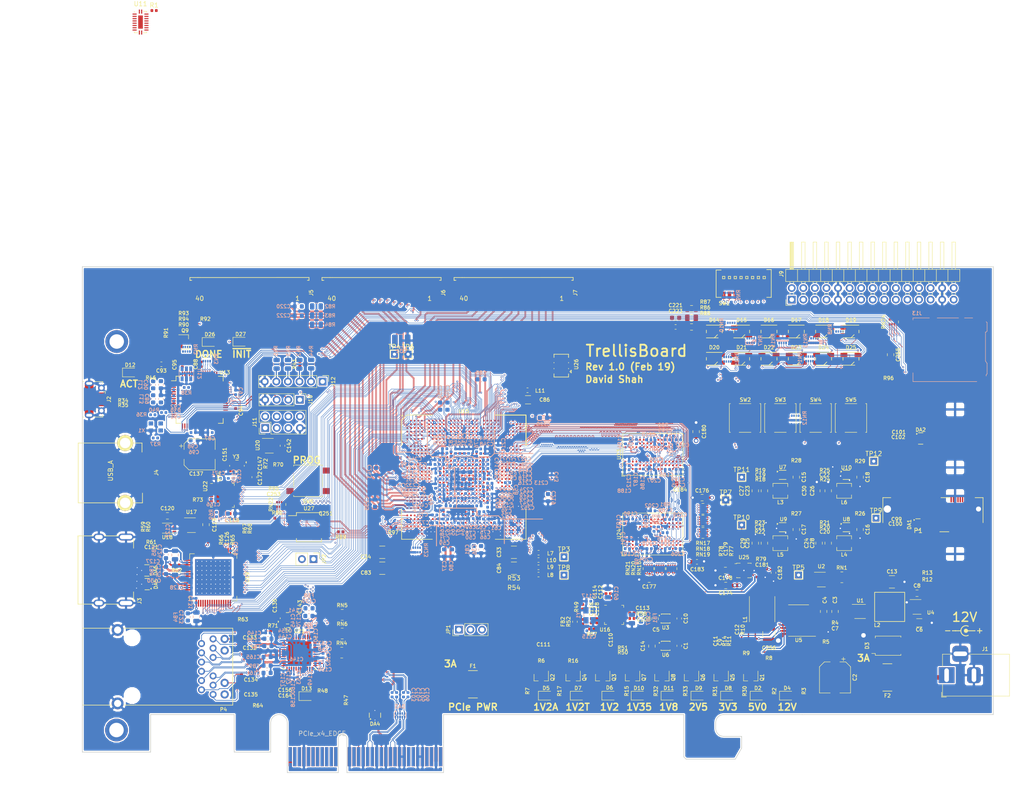
<source format=kicad_pcb>
(kicad_pcb (version 20171130) (host pcbnew 5.0.1)

  (general
    (thickness 1.6)
    (drawings 90)
    (tracks 23642)
    (zones 0)
    (modules 502)
    (nets 748)
  )

  (page A4)
  (layers
    (0 F.Cu signal)
    (1 In1.Cu signal)
    (2 In2.Cu signal)
    (3 In3.Cu signal)
    (4 In4.Cu signal)
    (5 In5.Cu signal)
    (6 In6.Cu signal)
    (31 B.Cu signal)
    (32 B.Adhes user)
    (33 F.Adhes user)
    (34 B.Paste user)
    (35 F.Paste user)
    (36 B.SilkS user)
    (37 F.SilkS user)
    (38 B.Mask user)
    (39 F.Mask user)
    (40 Dwgs.User user)
    (41 Cmts.User user)
    (42 Eco1.User user)
    (43 Eco2.User user)
    (44 Edge.Cuts user)
    (45 Margin user)
    (46 B.CrtYd user)
    (47 F.CrtYd user)
    (48 B.Fab user)
    (49 F.Fab user)
  )

  (setup
    (last_trace_width 0.0889)
    (user_trace_width 0.1)
    (user_trace_width 0.15)
    (user_trace_width 0.2)
    (user_trace_width 0.25)
    (user_trace_width 0.35)
    (user_trace_width 0.5)
    (user_trace_width 0.8)
    (user_trace_width 1)
    (trace_clearance 0.0889)
    (zone_clearance 0.254)
    (zone_45_only no)
    (trace_min 0.0889)
    (segment_width 0.2)
    (edge_width 0.15)
    (via_size 0.4)
    (via_drill 0.2)
    (via_min_size 0.4)
    (via_min_drill 0.2)
    (user_via 0.6 0.3)
    (user_via 0.8 0.5)
    (user_via 1 0.6)
    (user_via 1.5 1)
    (user_via 2 1.5)
    (uvia_size 0.3)
    (uvia_drill 0.1)
    (uvias_allowed no)
    (uvia_min_size 0.2)
    (uvia_min_drill 0.1)
    (pcb_text_width 0.3)
    (pcb_text_size 1.5 1.5)
    (mod_edge_width 0.15)
    (mod_text_size 1 1)
    (mod_text_width 0.15)
    (pad_size 1.524 1.524)
    (pad_drill 0.762)
    (pad_to_mask_clearance 0.051)
    (solder_mask_min_width 0.25)
    (aux_axis_origin 0 0)
    (visible_elements FFFDFFFF)
    (pcbplotparams
      (layerselection 0x010fc_ffffffff)
      (usegerberextensions false)
      (usegerberattributes false)
      (usegerberadvancedattributes false)
      (creategerberjobfile false)
      (excludeedgelayer true)
      (linewidth 0.100000)
      (plotframeref false)
      (viasonmask false)
      (mode 1)
      (useauxorigin false)
      (hpglpennumber 1)
      (hpglpenspeed 20)
      (hpglpendiameter 15.000000)
      (psnegative false)
      (psa4output false)
      (plotreference true)
      (plotvalue true)
      (plotinvisibletext false)
      (padsonsilk false)
      (subtractmaskfromsilk false)
      (outputformat 1)
      (mirror false)
      (drillshape 1)
      (scaleselection 1)
      (outputdirectory ""))
  )

  (net 0 "")
  (net 1 "/PCIe + SATA/DCU1_REFCLK-")
  (net 2 "/PCIe + SATA/DCU1_REFCLK+")
  (net 3 DDR3_A4)
  (net 4 DDR3_A6)
  (net 5 DDR3_A5)
  (net 6 DDR3_A7)
  (net 7 /DDR3/DDR3_VTT)
  (net 8 "Net-(RN2-Pad5)")
  (net 9 "Net-(RN2-Pad6)")
  (net 10 "Net-(R38-Pad2)")
  (net 11 "Net-(RN2-Pad7)")
  (net 12 +3V3)
  (net 13 /Power/1V2_EN)
  (net 14 /Power/2V5_EN)
  (net 15 /Power/1V35_EN)
  (net 16 "Net-(RN1-Pad4)")
  (net 17 +5V)
  (net 18 "Net-(RN1-Pad5)")
  (net 19 USD_D0)
  (net 20 USD_D3)
  (net 21 USD_CMD)
  (net 22 USD_D2)
  (net 23 "Net-(RN23-Pad1)")
  (net 24 GND)
  (net 25 "/FPGA IO/CFG0")
  (net 26 "Net-(RN23-Pad8)")
  (net 27 "/FPGA IO/CFG1")
  (net 28 "/FPGA IO/CFG2")
  (net 29 "/FPGA IO/FLASH_D3")
  (net 30 "/FPGA IO/FLASH_D1")
  (net 31 "/FPGA IO/FLASH_D2")
  (net 32 "/FPGA IO/FLASH_D0")
  (net 33 DDR3_WE)
  (net 34 DDR3_CKE)
  (net 35 DDR3_CS)
  (net 36 DDR3_ODT)
  (net 37 DDR3_CAS)
  (net 38 DDR3_BA2)
  (net 39 DDR3_RAS)
  (net 40 DDR3_BA1)
  (net 41 DDR3_A12)
  (net 42 DDR3_A14)
  (net 43 DDR3_A13)
  (net 44 DDR3_BA0)
  (net 45 DDR3_A11)
  (net 46 DDR3_A9)
  (net 47 DDR3_A10)
  (net 48 DDR3_A8)
  (net 49 DDR3_A0)
  (net 50 DDR3_A2)
  (net 51 DDR3_A1)
  (net 52 DDR3_A3)
  (net 53 "/HDMI, GbE, USB/ETH_LED2")
  (net 54 ETH_~RESET)
  (net 55 "/HDMI, GbE, USB/ETH_LED1")
  (net 56 RGMII_REF_CLK)
  (net 57 "Net-(D18-Pad4)")
  (net 58 "Net-(D20-Pad4)")
  (net 59 "Net-(D19-Pad4)")
  (net 60 "Net-(D21-Pad4)")
  (net 61 "Net-(D25-Pad4)")
  (net 62 "Net-(D23-Pad4)")
  (net 63 "Net-(D24-Pad4)")
  (net 64 "Net-(D22-Pad4)")
  (net 65 FTDI_D1_RX)
  (net 66 FTDI_~WR)
  (net 67 FTDI_~RD)
  (net 68 FTDI_~SIWU)
  (net 69 RGMII_RXD0)
  (net 70 RGMII_RXD2)
  (net 71 RGMII_RXD1)
  (net 72 RGMII_RXD3)
  (net 73 RGMII_RX_DV)
  (net 74 ETH_MDIO)
  (net 75 RGMII_RX_CLK)
  (net 76 ETH_INT_N)
  (net 77 "Net-(D17-Pad1)")
  (net 78 "Net-(D16-Pad1)")
  (net 79 "Net-(D14-Pad1)")
  (net 80 "Net-(D15-Pad1)")
  (net 81 DIP_SW1)
  (net 82 DIP_SW0)
  (net 83 DIP_SW2)
  (net 84 DIP_SW3)
  (net 85 DIP_SW7)
  (net 86 DIP_SW6)
  (net 87 DIP_SW4)
  (net 88 DIP_SW5)
  (net 89 "Net-(D14-Pad4)")
  (net 90 "Net-(D16-Pad4)")
  (net 91 "Net-(D15-Pad4)")
  (net 92 "Net-(D17-Pad4)")
  (net 93 "Net-(D21-Pad1)")
  (net 94 "Net-(D20-Pad1)")
  (net 95 "Net-(D18-Pad1)")
  (net 96 "Net-(D19-Pad1)")
  (net 97 BTN1)
  (net 98 BTN0)
  (net 99 BTN2)
  (net 100 BTN3)
  (net 101 "Net-(D25-Pad1)")
  (net 102 "Net-(D24-Pad1)")
  (net 103 "Net-(D22-Pad1)")
  (net 104 "Net-(D23-Pad1)")
  (net 105 "/FPGA IO/VCCIO7")
  (net 106 "Net-(R44-Pad2)")
  (net 107 JTAG_TDO)
  (net 108 JTAG_TDI)
  (net 109 "Net-(R43-Pad2)")
  (net 110 "Net-(R42-Pad2)")
  (net 111 JTAG_TCK)
  (net 112 JTAG_TMS)
  (net 113 "Net-(R45-Pad2)")
  (net 114 "/PCIe + SATA/CLKAUXO+")
  (net 115 +1V8)
  (net 116 +2V5)
  (net 117 "/PCIe + SATA/CLKAUXO-")
  (net 118 "/FPGA IO/VCCIO6")
  (net 119 CLK_SDA)
  (net 120 "Net-(R36-Pad2)")
  (net 121 FPGA_12MHz)
  (net 122 "/PCIe + SATA/PCIe_REFCLK+")
  (net 123 "/PCIe + SATA/PCIe_REFCLK-")
  (net 124 PCIe_12V)
  (net 125 "Net-(D13-Pad2)")
  (net 126 ~PERST)
  (net 127 "Net-(P3-PadA11)")
  (net 128 "Net-(D12-Pad2)")
  (net 129 "Net-(R40-Pad1)")
  (net 130 "Net-(R39-Pad1)")
  (net 131 "Net-(R38-Pad1)")
  (net 132 "Net-(R12-Pad2)")
  (net 133 "/PCIe + SATA/3V3_C")
  (net 134 "/PCIe + SATA/3V3_CA")
  (net 135 "Net-(R57-Pad1)")
  (net 136 "Net-(R58-Pad2)")
  (net 137 FABRIC_REFCLK)
  (net 138 "/HDMI, GbE, USB/PORT_SCL")
  (net 139 "/HDMI, GbE, USB/PORT_SDA")
  (net 140 "Net-(C121-Pad1)")
  (net 141 "Net-(R62-Pad1)")
  (net 142 /Power/3V3_PG)
  (net 143 "Net-(D27-Pad2)")
  (net 144 "/FPGA IO/~PROGRAM")
  (net 145 "Net-(R80-Pad1)")
  (net 146 "Net-(R81-Pad1)")
  (net 147 "/FPGA IO/FLASH_~CS")
  (net 148 "/FPGA IO/FLASH_CLK")
  (net 149 "/FPGA IO/DONE")
  (net 150 "Net-(Q9-Pad1)")
  (net 151 "Net-(D26-Pad2)")
  (net 152 "Net-(R79-Pad1)")
  (net 153 "/FPGA IO/~INIT")
  (net 154 "Net-(C9-Pad1)")
  (net 155 "Net-(C11-Pad1)")
  (net 156 "Net-(Q2-Pad3)")
  (net 157 "Net-(D5-Pad1)")
  (net 158 /Power/1V2_PG)
  (net 159 USD_D1)
  (net 160 USD_CLK)
  (net 161 "Net-(R97-Pad1)")
  (net 162 "Net-(Q2-Pad1)")
  (net 163 +1V2A)
  (net 164 "Net-(R5-Pad2)")
  (net 165 "Net-(D2-Pad2)")
  (net 166 "Net-(C7-Pad1)")
  (net 167 "Net-(D4-Pad2)")
  (net 168 +12V)
  (net 169 "Net-(R74-Pad1)")
  (net 170 "/Debug Interface/PORT_D-")
  (net 171 "/Debug Interface/FTDI_D-")
  (net 172 "/Debug Interface/FTDI_D+")
  (net 173 "/Debug Interface/PORT_D+")
  (net 174 "Net-(C22-Pad2)")
  (net 175 "Net-(R71-Pad2)")
  (net 176 "/HDMI, GbE, USB/USB_XO")
  (net 177 "/HDMI, GbE, USB/USB_XI")
  (net 178 "Net-(R73-Pad1)")
  (net 179 "/HDMI, GbE, USB/USBA_VBUS")
  (net 180 "/HDMI, GbE, USB/EXTVBUS")
  (net 181 DVI_SCL)
  (net 182 DVI_SDA)
  (net 183 CLK_SCL)
  (net 184 "Net-(R70-Pad1)")
  (net 185 "Net-(C175-Pad2)")
  (net 186 DDR3_CLK+)
  (net 187 "Net-(P4-Pad16)")
  (net 188 "Net-(R66-Pad1)")
  (net 189 "Net-(R65-Pad1)")
  (net 190 "/HDMI, GbE, USB/HDMI_HPD")
  (net 191 DDR3_CLK-)
  (net 192 "Net-(C179-Pad1)")
  (net 193 +1V35)
  (net 194 +1V2)
  (net 195 "Net-(D10-Pad2)")
  (net 196 "Net-(P4-Pad14)")
  (net 197 "Net-(C12-Pad2)")
  (net 198 "Net-(D6-Pad2)")
  (net 199 +1V2T)
  (net 200 "Net-(Q4-Pad1)")
  (net 201 "Net-(Q4-Pad3)")
  (net 202 "Net-(D7-Pad1)")
  (net 203 "Net-(C19-Pad2)")
  (net 204 "Net-(C20-Pad2)")
  (net 205 "Net-(C21-Pad2)")
  (net 206 "/Debug Interface/FTDI_12MHz")
  (net 207 "Net-(D11-Pad2)")
  (net 208 /Power/2V5_PG)
  (net 209 /Power/1V35_PG)
  (net 210 /Power/1V8_PG)
  (net 211 "Net-(D8-Pad2)")
  (net 212 "Net-(D9-Pad2)")
  (net 213 "Net-(C8-Pad2)")
  (net 214 "Net-(C8-Pad1)")
  (net 215 /Power/PWR_EN)
  (net 216 "/HDMI, GbE, USB/HDMI_5V")
  (net 217 "Net-(U17-Pad3)")
  (net 218 "Net-(D9-Pad1)")
  (net 219 "Net-(D11-Pad1)")
  (net 220 "Net-(D26-Pad1)")
  (net 221 "Net-(D2-Pad1)")
  (net 222 "Net-(D6-Pad1)")
  (net 223 "Net-(D10-Pad1)")
  (net 224 "Net-(D8-Pad1)")
  (net 225 "Net-(U1-Pad3)")
  (net 226 DDR3_Vref)
  (net 227 DDR3_Vtt_EN)
  (net 228 "Net-(U5-Pad2)")
  (net 229 "Net-(L1-Pad1)")
  (net 230 "Net-(C11-Pad2)")
  (net 231 "Net-(U13-Pad3)")
  (net 232 "/Debug Interface/Vphy")
  (net 233 "/Debug Interface/Vpll")
  (net 234 "/Debug Interface/JTAG_ACT")
  (net 235 "Net-(U13-Pad22)")
  (net 236 "Net-(U13-Pad23)")
  (net 237 "Net-(U13-Pad24)")
  (net 238 "Net-(U13-Pad26)")
  (net 239 "Net-(U13-Pad27)")
  (net 240 "Net-(U13-Pad28)")
  (net 241 "Net-(U13-Pad29)")
  (net 242 "Net-(U13-Pad30)")
  (net 243 "Net-(U13-Pad32)")
  (net 244 "Net-(U13-Pad33)")
  (net 245 "Net-(U13-Pad34)")
  (net 246 "Net-(U13-Pad36)")
  (net 247 FTDI_D0_TX)
  (net 248 FTDI_D2)
  (net 249 FTDI_D3)
  (net 250 FTDI_D4)
  (net 251 FTDI_D5)
  (net 252 FTDI_D6)
  (net 253 FTDI_D7)
  (net 254 FTDI_~RXF)
  (net 255 "Net-(U13-Pad49)")
  (net 256 "Net-(U13-Pad50)")
  (net 257 FTDI_~TXE)
  (net 258 "Net-(U13-Pad57)")
  (net 259 "Net-(U13-Pad58)")
  (net 260 "Net-(U13-Pad59)")
  (net 261 "Net-(U13-Pad60)")
  (net 262 "/HDMI, GbE, USB/DVI_DVDD")
  (net 263 DVI_DE)
  (net 264 DVI_HSYNC)
  (net 265 DVI_VSYNC)
  (net 266 "Net-(U19-Pad11)")
  (net 267 "/HDMI, GbE, USB/DVI_PVDD")
  (net 268 "/HDMI, GbE, USB/TMDS_CLK-")
  (net 269 "/HDMI, GbE, USB/TMDS_CLK+")
  (net 270 "/HDMI, GbE, USB/DVI_TVDD")
  (net 271 "/HDMI, GbE, USB/TMDS_D0-")
  (net 272 "/HDMI, GbE, USB/TMDS_D0+")
  (net 273 "/HDMI, GbE, USB/TMDS_D1-")
  (net 274 "/HDMI, GbE, USB/TMDS_D1+")
  (net 275 "/HDMI, GbE, USB/TMDS_D2-")
  (net 276 "/HDMI, GbE, USB/TMDS_D2+")
  (net 277 DVI_D23)
  (net 278 DVI_D22)
  (net 279 DVI_D21)
  (net 280 DVI_D20)
  (net 281 DVI_D19)
  (net 282 DVI_D18)
  (net 283 DVI_D17)
  (net 284 DVI_D16)
  (net 285 DVI_D15)
  (net 286 DVI_D14)
  (net 287 DVI_D13)
  (net 288 DVI_D12)
  (net 289 "Net-(U19-Pad49)")
  (net 290 DVI_D11)
  (net 291 DVI_D10)
  (net 292 DVI_D9)
  (net 293 DVI_D8)
  (net 294 DVI_D7)
  (net 295 DVI_D6)
  (net 296 DVI_CLK)
  (net 297 DVI_D5)
  (net 298 DVI_D4)
  (net 299 DVI_D3)
  (net 300 DVI_D2)
  (net 301 DVI_D1)
  (net 302 DVI_D0)
  (net 303 "/HDMI, GbE, USB/AVDDH")
  (net 304 "/HDMI, GbE, USB/MX4-")
  (net 305 "/HDMI, GbE, USB/MX4+")
  (net 306 "/HDMI, GbE, USB/AVDDL")
  (net 307 "/HDMI, GbE, USB/MX3-")
  (net 308 "/HDMI, GbE, USB/MX3+")
  (net 309 "/HDMI, GbE, USB/MX2-")
  (net 310 "/HDMI, GbE, USB/MX2+")
  (net 311 "/HDMI, GbE, USB/MX1-")
  (net 312 "/HDMI, GbE, USB/MX1+")
  (net 313 "Net-(U21-Pad13)")
  (net 314 RGMII_TXD0)
  (net 315 RGMII_TXD1)
  (net 316 RGMII_TXD2)
  (net 317 RGMII_TXD3)
  (net 318 RGMII_TX_CLK)
  (net 319 RGMII_TX_EN)
  (net 320 ETH_MDC)
  (net 321 "Net-(U21-Pad43)")
  (net 322 "/HDMI, GbE, USB/AVDDL_PLL")
  (net 323 "/HDMI, GbE, USB/ETH_XO")
  (net 324 "/HDMI, GbE, USB/ETH_XI")
  (net 325 "Net-(U21-Pad47)")
  (net 326 "Net-(U22-Pad3)")
  (net 327 "Net-(U22-Pad5)")
  (net 328 "/HDMI, GbE, USB/USBA_D+")
  (net 329 "/HDMI, GbE, USB/USBA_D-")
  (net 330 ULPI_RESET)
  (net 331 ULPI_NXT)
  (net 332 ULPI_DIR)
  (net 333 ULPI_STP)
  (net 334 ULPI_CLKO)
  (net 335 "/HDMI, GbE, USB/USB1V8")
  (net 336 ULPI_D7)
  (net 337 ULPI_D6)
  (net 338 ULPI_D5)
  (net 339 ULPI_D4)
  (net 340 ULPI_D3)
  (net 341 ULPI_D2)
  (net 342 ULPI_D1)
  (net 343 ULPI_D0)
  (net 344 "Net-(C117-Pad1)")
  (net 345 "Net-(C115-Pad2)")
  (net 346 CLK_SD_OE)
  (net 347 "/PCIe + SATA/1V8_C")
  (net 348 "Net-(U16-Pad16)")
  (net 349 "/PCIe + SATA/DCU0_REFCLK-")
  (net 350 "/PCIe + SATA/DCU0_REFCLK+")
  (net 351 "Net-(U16-Pad24)")
  (net 352 DDR3_DQ13)
  (net 353 DDR3_DQ15)
  (net 354 DDR3_DQ12)
  (net 355 DDR3_DQS1-)
  (net 356 DDR3_DQ14)
  (net 357 DDR3_DQ11)
  (net 358 DDR3_DQ9)
  (net 359 DDR3_DQS1+)
  (net 360 DDR3_DQ10)
  (net 361 DDR3_DM1)
  (net 362 DDR3_DQ8)
  (net 363 DDR3_DQ0)
  (net 364 DDR3_DM0)
  (net 365 DDR3_DQ2)
  (net 366 DDR3_DQS0+)
  (net 367 DDR3_DQ1)
  (net 368 DDR3_DQ3)
  (net 369 DDR3_DQ6)
  (net 370 DDR3_DQS0-)
  (net 371 DDR3_DQ4)
  (net 372 DDR3_DQ7)
  (net 373 DDR3_DQ5)
  (net 374 "Net-(U23-PadJ1)")
  (net 375 "Net-(U23-PadJ9)")
  (net 376 "Net-(U23-PadL1)")
  (net 377 "Net-(U23-PadL9)")
  (net 378 "Net-(U23-PadM7)")
  (net 379 DDR3_RESET)
  (net 380 "Net-(U24-PadM7)")
  (net 381 "Net-(U24-PadL9)")
  (net 382 "Net-(U24-PadL1)")
  (net 383 "Net-(U24-PadJ9)")
  (net 384 "Net-(U24-PadJ1)")
  (net 385 DDR3_DQ21)
  (net 386 DDR3_DQ23)
  (net 387 DDR3_DQ20)
  (net 388 DDR3_DQS2-)
  (net 389 DDR3_DQ22)
  (net 390 DDR3_DQ19)
  (net 391 DDR3_DQ17)
  (net 392 DDR3_DQS2+)
  (net 393 DDR3_DQ18)
  (net 394 DDR3_DM2)
  (net 395 DDR3_DQ16)
  (net 396 DDR3_DQ24)
  (net 397 DDR3_DM3)
  (net 398 DDR3_DQ26)
  (net 399 DDR3_DQS3+)
  (net 400 DDR3_DQ25)
  (net 401 DDR3_DQ27)
  (net 402 DDR3_DQ30)
  (net 403 DDR3_DQS3-)
  (net 404 DDR3_DQ28)
  (net 405 DDR3_DQ31)
  (net 406 DDR3_DQ29)
  (net 407 "Net-(X1-Pad1)")
  (net 408 "Net-(L4-Pad1)")
  (net 409 "Net-(L5-Pad1)")
  (net 410 "Net-(L3-Pad1)")
  (net 411 "Net-(L6-Pad1)")
  (net 412 "/FPGA Core Power/VCCHTX1")
  (net 413 "/FPGA Core Power/VCCHTX0")
  (net 414 "/FPGA Core Power/VCCA0")
  (net 415 "/FPGA Core Power/VCCAUX")
  (net 416 "/FPGA Core Power/VCCA1")
  (net 417 "/PCIe + SATA/DCU1_RX1-")
  (net 418 "/PCIe + SATA/DCU1_RX1+")
  (net 419 "/PCIe + SATA/DCU1_RX0-")
  (net 420 "/PCIe + SATA/DCU1_RX0+")
  (net 421 "/PCIe + SATA/PCIe_HSI0+")
  (net 422 "/PCIe + SATA/PCIe_HSI0-")
  (net 423 "/PCIe + SATA/PCIe_HSI1+")
  (net 424 "/PCIe + SATA/PCIe_HSI1-")
  (net 425 "/PCIe + SATA/DCU0_RX0+")
  (net 426 "/PCIe + SATA/DCU0_RX0-")
  (net 427 "/PCIe + SATA/DCU0_RX1+")
  (net 428 "/PCIe + SATA/DCU0_RX1-")
  (net 429 "Net-(U6-Pad2)")
  (net 430 "Net-(U6-Pad5)")
  (net 431 "Net-(U3-Pad5)")
  (net 432 "Net-(U3-Pad2)")
  (net 433 "Net-(U10-Pad4)")
  (net 434 "Net-(U9-Pad4)")
  (net 435 "Net-(U8-Pad4)")
  (net 436 "Net-(U7-Pad4)")
  (net 437 "Net-(J5-Pad38)")
  (net 438 "/FPGA IO/EXT0_11-")
  (net 439 "/FPGA IO/EXT0_11+")
  (net 440 "/FPGA IO/EXT0_10-")
  (net 441 "/FPGA IO/EXT0_10+")
  (net 442 "/FPGA IO/EXT0_9-")
  (net 443 "/FPGA IO/EXT0_9+")
  (net 444 "/FPGA IO/EXT0_8-")
  (net 445 "/FPGA IO/EXT0_8+")
  (net 446 "/FPGA IO/EXT0_7-")
  (net 447 "/FPGA IO/EXT0_7+")
  (net 448 "/FPGA IO/EXT0_6-")
  (net 449 "/FPGA IO/EXT0_6+")
  (net 450 "/FPGA IO/EXT0_5-")
  (net 451 "/FPGA IO/EXT0_5+")
  (net 452 "/FPGA IO/EXT0_4-")
  (net 453 "/FPGA IO/EXT0_4+")
  (net 454 "/FPGA IO/EXT0_3-")
  (net 455 "/FPGA IO/EXT0_3+")
  (net 456 "/FPGA IO/EXT0_2-")
  (net 457 "/FPGA IO/EXT0_2+")
  (net 458 "/FPGA IO/EXT0_1-")
  (net 459 "/FPGA IO/EXT0_1+")
  (net 460 "/FPGA IO/EXT0_0-")
  (net 461 "/FPGA IO/EXT0_0+")
  (net 462 "Net-(J6-Pad38)")
  (net 463 "/FPGA IO/EXT1_11-")
  (net 464 "/FPGA IO/EXT1_11+")
  (net 465 "/FPGA IO/EXT1_10-")
  (net 466 "/FPGA IO/EXT1_10+")
  (net 467 "/FPGA IO/EXT1_9-")
  (net 468 "/FPGA IO/EXT1_9+")
  (net 469 "/FPGA IO/EXT1_8-")
  (net 470 "/FPGA IO/EXT1_8+")
  (net 471 "/FPGA IO/EXT1_7-")
  (net 472 "/FPGA IO/EXT1_7+")
  (net 473 "/FPGA IO/EXT1_6-")
  (net 474 "/FPGA IO/EXT1_6+")
  (net 475 "/FPGA IO/EXT1_5-")
  (net 476 "/FPGA IO/EXT1_5+")
  (net 477 "/FPGA IO/EXT1_4-")
  (net 478 "/FPGA IO/EXT1_4+")
  (net 479 "/FPGA IO/EXT1_3-")
  (net 480 "/FPGA IO/EXT1_3+")
  (net 481 "/FPGA IO/EXT1_2-")
  (net 482 "/FPGA IO/EXT1_2+")
  (net 483 "/FPGA IO/EXT1_1-")
  (net 484 "/FPGA IO/EXT1_1+")
  (net 485 "/FPGA IO/EXT1_0-")
  (net 486 "/FPGA IO/EXT1_0+")
  (net 487 "/FPGA IO/EXT2_0+")
  (net 488 "/FPGA IO/EXT2_0-")
  (net 489 "/FPGA IO/EXT2_1+")
  (net 490 "/FPGA IO/EXT2_1-")
  (net 491 "/FPGA IO/EXT2_2+")
  (net 492 "/FPGA IO/EXT2_2-")
  (net 493 "/FPGA IO/EXT2_3+")
  (net 494 "/FPGA IO/EXT2_3-")
  (net 495 "/FPGA IO/EXT2_4+")
  (net 496 "/FPGA IO/EXT2_4-")
  (net 497 "/FPGA IO/EXT2_5+")
  (net 498 "/FPGA IO/EXT2_5-")
  (net 499 "/FPGA IO/EXT2_6+")
  (net 500 "/FPGA IO/EXT2_6-")
  (net 501 "/FPGA IO/EXT2_7+")
  (net 502 "/FPGA IO/EXT2_7-")
  (net 503 "/FPGA IO/EXT2_8+")
  (net 504 "/FPGA IO/EXT2_8-")
  (net 505 "/FPGA IO/EXT2_9+")
  (net 506 "/FPGA IO/EXT2_9-")
  (net 507 "/FPGA IO/EXT2_10+")
  (net 508 "/FPGA IO/EXT2_10-")
  (net 509 "/FPGA IO/EXT2_11+")
  (net 510 "/FPGA IO/EXT2_11-")
  (net 511 "Net-(J7-Pad38)")
  (net 512 "Net-(C132-Pad1)")
  (net 513 "Net-(C135-Pad1)")
  (net 514 "Net-(C133-Pad1)")
  (net 515 "Net-(C134-Pad1)")
  (net 516 "Net-(P3-PadB5)")
  (net 517 "Net-(P3-PadB6)")
  (net 518 "Net-(P3-PadB8)")
  (net 519 "Net-(P3-PadB9)")
  (net 520 "Net-(P3-PadB10)")
  (net 521 PCIe_~WAKE)
  (net 522 "Net-(P3-PadB12)")
  (net 523 "/PCIe + SATA/~PRSNT2~_X1")
  (net 524 "Net-(P3-PadB23)")
  (net 525 "Net-(P3-PadB24)")
  (net 526 "Net-(P3-PadB27)")
  (net 527 "Net-(P3-PadB28)")
  (net 528 "Net-(P3-PadB30)")
  (net 529 "/PCIe + SATA/~PRSNT2~_X4")
  (net 530 "/PCIe + SATA/~PRSNT1")
  (net 531 "Net-(P3-PadA5)")
  (net 532 "Net-(P3-PadA6)")
  (net 533 "Net-(P3-PadA7)")
  (net 534 "Net-(P3-PadA8)")
  (net 535 "Net-(P3-PadA9)")
  (net 536 "Net-(P3-PadA10)")
  (net 537 "Net-(P3-PadA19)")
  (net 538 "Net-(P3-PadA25)")
  (net 539 "Net-(P3-PadA26)")
  (net 540 "Net-(P3-PadA29)")
  (net 541 "Net-(P3-PadA30)")
  (net 542 "Net-(P3-PadA32)")
  (net 543 "Net-(U26-Pad1)")
  (net 544 "Net-(U26-Pad2)")
  (net 545 "/FPGA IO/CLK100+")
  (net 546 "/FPGA IO/CLK100-")
  (net 547 "Net-(J3-Pad14)")
  (net 548 "Net-(J3-Pad13)")
  (net 549 LED2)
  (net 550 LED11)
  (net 551 LED10)
  (net 552 LED0)
  (net 553 LED1)
  (net 554 LED3)
  (net 555 LED4)
  (net 556 LED5)
  (net 557 LED6)
  (net 558 LED7)
  (net 559 LED8)
  (net 560 LED9)
  (net 561 "Net-(F2-Pad2)")
  (net 562 "Net-(U15-PadR1)")
  (net 563 "Net-(U15-PadA2)")
  (net 564 "Net-(U15-PadT2)")
  (net 565 "Net-(U15-PadAB2)")
  (net 566 "Net-(U15-PadAC2)")
  (net 567 "Net-(U15-PadAE2)")
  (net 568 "Net-(U15-PadAG2)")
  (net 569 "Net-(U15-PadA3)")
  (net 570 "Net-(U15-PadV3)")
  (net 571 "Net-(U15-PadW3)")
  (net 572 "Net-(U15-PadY3)")
  (net 573 "Net-(U15-PadAC3)")
  (net 574 "Net-(U15-PadAG3)")
  (net 575 "Net-(U15-PadAL3)")
  (net 576 "Net-(U15-PadB4)")
  (net 577 "Net-(U15-PadH4)")
  (net 578 "Net-(U15-PadAC4)")
  (net 579 "Net-(U15-PadA5)")
  (net 580 "Net-(U15-PadL5)")
  (net 581 "Net-(U15-PadW6)")
  (net 582 "Net-(U15-PadD7)")
  (net 583 "Net-(U15-PadE7)")
  (net 584 "Net-(U15-PadAE7)")
  (net 585 "Net-(U15-PadG9)")
  (net 586 "/PCIe + SATA/DCU0_TX0+")
  (net 587 "Net-(U15-PadG10)")
  (net 588 "/PCIe + SATA/DCU0_TX0-")
  (net 589 "Net-(U15-PadG11)")
  (net 590 "/PCIe + SATA/DCU0_TX1+")
  (net 591 "/PCIe + SATA/DCU0_TX1-")
  (net 592 "/FPGA IO/PMOD1_10")
  (net 593 "/FPGA IO/PMOD1_9")
  (net 594 "Net-(U15-PadG14)")
  (net 595 "Net-(U15-PadG15)")
  (net 596 "Net-(U15-PadAK15)")
  (net 597 "Net-(U15-PadG16)")
  (net 598 "Net-(U15-PadAK16)")
  (net 599 "Net-(U15-PadG17)")
  (net 600 "Net-(U15-PadG18)")
  (net 601 "/PCIe + SATA/DCU1_TX0+")
  (net 602 "Net-(U15-PadG19)")
  (net 603 "/PCIe + SATA/DCU1_TX0-")
  (net 604 "/FPGA IO/PMOD1_8")
  (net 605 "/FPGA IO/PMOD1_7")
  (net 606 "/PCIe + SATA/DCU1_TX1+")
  (net 607 "/PCIe + SATA/DCU1_TX1-")
  (net 608 "/FPGA IO/EXIO_5")
  (net 609 "/FPGA IO/EXIO_4")
  (net 610 "/FPGA IO/EXIO_3")
  (net 611 "Net-(U15-PadG22)")
  (net 612 "/FPGA IO/PMOD1_3")
  (net 613 "/FPGA IO/PMOD1_2")
  (net 614 "/FPGA IO/PMOD1_0")
  (net 615 "/FPGA IO/PMOD1_1")
  (net 616 "/FPGA IO/EXIO_2")
  (net 617 "Net-(U15-PadG23)")
  (net 618 "/FPGA IO/EXIO_1")
  (net 619 "/FPGA IO/PMOD0_10")
  (net 620 "/FPGA IO/EXIO_0")
  (net 621 "/FPGA IO/PMOD0_9")
  (net 622 "Net-(U15-PadG24)")
  (net 623 "Net-(U15-PadAG24)")
  (net 624 "Net-(U15-PadAK24)")
  (net 625 "/FPGA IO/PMOD0_8")
  (net 626 "/FPGA IO/PMOD0_3")
  (net 627 "/FPGA IO/PMOD0_7")
  (net 628 "/FPGA IO/PMOD0_2")
  (net 629 "/FPGA IO/PMOD0_1")
  (net 630 "Net-(U15-PadAK25)")
  (net 631 "/FPGA IO/PMOD0_0")
  (net 632 "Net-(U15-PadB26)")
  (net 633 "Net-(U15-PadE26)")
  (net 634 "Net-(U15-PadAE26)")
  (net 635 "Net-(U15-PadH27)")
  (net 636 "Net-(U15-PadJ27)")
  (net 637 "Net-(U15-PadW27)")
  (net 638 "Net-(U15-PadC28)")
  (net 639 "Net-(U15-PadD28)")
  (net 640 "Net-(U15-PadH28)")
  (net 641 "Net-(U15-PadL28)")
  (net 642 "Net-(U15-PadP28)")
  (net 643 "Net-(U15-PadAC28)")
  (net 644 "Net-(U15-PadAE28)")
  (net 645 "Net-(U15-PadC29)")
  (net 646 "Net-(U15-PadH29)")
  (net 647 "Net-(U15-PadP29)")
  (net 648 "Net-(U15-PadAB29)")
  (net 649 "Net-(U15-PadAC29)")
  (net 650 "Net-(U15-PadAE29)")
  (net 651 "Net-(U15-PadAJ29)")
  (net 652 "Net-(U15-PadC30)")
  (net 653 "Net-(U15-PadP30)")
  (net 654 "Net-(U15-PadR30)")
  (net 655 "Net-(U15-PadV30)")
  (net 656 "Net-(U15-PadAB30)")
  (net 657 "Net-(U15-PadAE30)")
  (net 658 "Net-(U15-PadAJ30)")
  (net 659 "Net-(U15-PadA31)")
  (net 660 "Net-(U15-PadAG31)")
  (net 661 "Net-(U15-PadAK31)")
  (net 662 "Net-(U15-PadAG32)")
  (net 663 "Net-(J2-Pad1)")
  (net 664 "Net-(J2-Pad4)")
  (net 665 "Net-(U15-PadT30)")
  (net 666 "Net-(U15-PadAE27)")
  (net 667 "Net-(U15-PadAD27)")
  (net 668 "Net-(U15-PadF30)")
  (net 669 "Net-(U15-PadN27)")
  (net 670 "Net-(U15-PadU27)")
  (net 671 "Net-(U15-PadU29)")
  (net 672 "Net-(U15-PadW30)")
  (net 673 "Net-(U15-PadY30)")
  (net 674 "Net-(U15-PadY29)")
  (net 675 "Net-(U15-PadW1)")
  (net 676 "Net-(U15-PadV1)")
  (net 677 "Net-(U15-PadY7)")
  (net 678 "Net-(U15-PadY6)")
  (net 679 "Net-(U15-PadAC5)")
  (net 680 "Net-(U15-PadAD4)")
  (net 681 "Net-(U15-PadY4)")
  (net 682 "Net-(U15-PadW4)")
  (net 683 "Net-(U15-PadK4)")
  (net 684 "Net-(U15-PadJ4)")
  (net 685 "Net-(U15-PadL3)")
  (net 686 "Net-(U15-PadL2)")
  (net 687 "Net-(U15-PadK2)")
  (net 688 "Net-(U15-PadL1)")
  (net 689 "Net-(U15-PadK1)")
  (net 690 "Net-(U15-PadJ1)")
  (net 691 "Net-(U15-PadD1)")
  (net 692 "Net-(U15-PadC1)")
  (net 693 "Net-(U15-PadF2)")
  (net 694 "Net-(U15-PadE1)")
  (net 695 "Net-(U15-PadE4)")
  (net 696 "Net-(U15-PadD4)")
  (net 697 "Net-(P1-Pad52)")
  (net 698 M2_CLKSEL)
  (net 699 "Net-(R54-Pad1)")
  (net 700 "/PCIe + SATA/M2_REFCLK+")
  (net 701 "/PCIe + SATA/M2_REFCLK-")
  (net 702 "Net-(U11-Pad17)")
  (net 703 "Net-(U11-Pad16)")
  (net 704 "/PCIe + SATA/CLKREFO+")
  (net 705 "/PCIe + SATA/CLKREFO-")
  (net 706 "/PCIe + SATA/M2_RX0+")
  (net 707 "/PCIe + SATA/M2_RX0-")
  (net 708 "/PCIe + SATA/M2_RX1+")
  (net 709 "/PCIe + SATA/M2_RX1-")
  (net 710 M2_CTS)
  (net 711 M2_RTS)
  (net 712 M2_SDIO_D0)
  (net 713 M2_TXD)
  (net 714 M2_SDIO_D3)
  (net 715 M2_SDIO_D2)
  (net 716 M2_SDIO_D1)
  (net 717 M2_SDIO_CLK)
  (net 718 M2_SDIO_CMD)
  (net 719 "Net-(P1-Pad3)")
  (net 720 "Net-(P1-Pad5)")
  (net 721 "Net-(P1-Pad6)")
  (net 722 "Net-(P1-Pad8)")
  (net 723 "Net-(P1-Pad10)")
  (net 724 "Net-(P1-Pad12)")
  (net 725 "Net-(P1-Pad14)")
  (net 726 "Net-(P1-Pad16)")
  (net 727 "Net-(P1-Pad20)")
  (net 728 "Net-(P1-Pad21)")
  (net 729 "Net-(P1-Pad23)")
  (net 730 "Net-(P1-Pad38)")
  (net 731 "Net-(P1-Pad40)")
  (net 732 "Net-(P1-Pad42)")
  (net 733 "Net-(P1-Pad44)")
  (net 734 "Net-(P1-Pad46)")
  (net 735 "Net-(P1-Pad48)")
  (net 736 "Net-(P1-Pad50)")
  (net 737 "Net-(P1-Pad53)")
  (net 738 "Net-(P1-Pad54)")
  (net 739 "Net-(P1-Pad55)")
  (net 740 "Net-(P1-Pad56)")
  (net 741 "Net-(P1-Pad58)")
  (net 742 "Net-(P1-Pad60)")
  (net 743 "Net-(P1-Pad62)")
  (net 744 "Net-(P1-Pad64)")
  (net 745 "Net-(P1-Pad66)")
  (net 746 "Net-(P1-Pad68)")
  (net 747 "Net-(P1-Pad70)")

  (net_class Default "This is the default net class."
    (clearance 0.0889)
    (trace_width 0.0889)
    (via_dia 0.4)
    (via_drill 0.2)
    (uvia_dia 0.3)
    (uvia_drill 0.1)
    (diff_pair_gap 0.11)
    (diff_pair_width 0.11)
    (add_net +12V)
    (add_net +1V2)
    (add_net +1V2A)
    (add_net +1V2T)
    (add_net +1V35)
    (add_net +1V8)
    (add_net +2V5)
    (add_net +3V3)
    (add_net +5V)
    (add_net /DDR3/DDR3_VTT)
    (add_net "/Debug Interface/FTDI_12MHz")
    (add_net "/Debug Interface/FTDI_D+")
    (add_net "/Debug Interface/FTDI_D-")
    (add_net "/Debug Interface/JTAG_ACT")
    (add_net "/Debug Interface/PORT_D+")
    (add_net "/Debug Interface/PORT_D-")
    (add_net "/Debug Interface/Vphy")
    (add_net "/Debug Interface/Vpll")
    (add_net "/FPGA Core Power/VCCA0")
    (add_net "/FPGA Core Power/VCCA1")
    (add_net "/FPGA Core Power/VCCAUX")
    (add_net "/FPGA Core Power/VCCHTX0")
    (add_net "/FPGA Core Power/VCCHTX1")
    (add_net "/FPGA IO/CFG0")
    (add_net "/FPGA IO/CFG1")
    (add_net "/FPGA IO/CFG2")
    (add_net "/FPGA IO/CLK100+")
    (add_net "/FPGA IO/CLK100-")
    (add_net "/FPGA IO/DONE")
    (add_net "/FPGA IO/EXIO_0")
    (add_net "/FPGA IO/EXIO_1")
    (add_net "/FPGA IO/EXIO_2")
    (add_net "/FPGA IO/EXIO_3")
    (add_net "/FPGA IO/EXIO_4")
    (add_net "/FPGA IO/EXIO_5")
    (add_net "/FPGA IO/EXT0_0+")
    (add_net "/FPGA IO/EXT0_0-")
    (add_net "/FPGA IO/EXT0_1+")
    (add_net "/FPGA IO/EXT0_1-")
    (add_net "/FPGA IO/EXT0_10+")
    (add_net "/FPGA IO/EXT0_10-")
    (add_net "/FPGA IO/EXT0_11+")
    (add_net "/FPGA IO/EXT0_11-")
    (add_net "/FPGA IO/EXT0_2+")
    (add_net "/FPGA IO/EXT0_2-")
    (add_net "/FPGA IO/EXT0_3+")
    (add_net "/FPGA IO/EXT0_3-")
    (add_net "/FPGA IO/EXT0_4+")
    (add_net "/FPGA IO/EXT0_4-")
    (add_net "/FPGA IO/EXT0_5+")
    (add_net "/FPGA IO/EXT0_5-")
    (add_net "/FPGA IO/EXT0_6+")
    (add_net "/FPGA IO/EXT0_6-")
    (add_net "/FPGA IO/EXT0_7+")
    (add_net "/FPGA IO/EXT0_7-")
    (add_net "/FPGA IO/EXT0_8+")
    (add_net "/FPGA IO/EXT0_8-")
    (add_net "/FPGA IO/EXT0_9+")
    (add_net "/FPGA IO/EXT0_9-")
    (add_net "/FPGA IO/EXT1_0+")
    (add_net "/FPGA IO/EXT1_0-")
    (add_net "/FPGA IO/EXT1_1+")
    (add_net "/FPGA IO/EXT1_1-")
    (add_net "/FPGA IO/EXT1_10+")
    (add_net "/FPGA IO/EXT1_10-")
    (add_net "/FPGA IO/EXT1_11+")
    (add_net "/FPGA IO/EXT1_11-")
    (add_net "/FPGA IO/EXT1_2+")
    (add_net "/FPGA IO/EXT1_2-")
    (add_net "/FPGA IO/EXT1_3+")
    (add_net "/FPGA IO/EXT1_3-")
    (add_net "/FPGA IO/EXT1_4+")
    (add_net "/FPGA IO/EXT1_4-")
    (add_net "/FPGA IO/EXT1_5+")
    (add_net "/FPGA IO/EXT1_5-")
    (add_net "/FPGA IO/EXT1_6+")
    (add_net "/FPGA IO/EXT1_6-")
    (add_net "/FPGA IO/EXT1_7+")
    (add_net "/FPGA IO/EXT1_7-")
    (add_net "/FPGA IO/EXT1_8+")
    (add_net "/FPGA IO/EXT1_8-")
    (add_net "/FPGA IO/EXT1_9+")
    (add_net "/FPGA IO/EXT1_9-")
    (add_net "/FPGA IO/EXT2_0+")
    (add_net "/FPGA IO/EXT2_0-")
    (add_net "/FPGA IO/EXT2_1+")
    (add_net "/FPGA IO/EXT2_1-")
    (add_net "/FPGA IO/EXT2_10+")
    (add_net "/FPGA IO/EXT2_10-")
    (add_net "/FPGA IO/EXT2_11+")
    (add_net "/FPGA IO/EXT2_11-")
    (add_net "/FPGA IO/EXT2_2+")
    (add_net "/FPGA IO/EXT2_2-")
    (add_net "/FPGA IO/EXT2_3+")
    (add_net "/FPGA IO/EXT2_3-")
    (add_net "/FPGA IO/EXT2_4+")
    (add_net "/FPGA IO/EXT2_4-")
    (add_net "/FPGA IO/EXT2_5+")
    (add_net "/FPGA IO/EXT2_5-")
    (add_net "/FPGA IO/EXT2_6+")
    (add_net "/FPGA IO/EXT2_6-")
    (add_net "/FPGA IO/EXT2_7+")
    (add_net "/FPGA IO/EXT2_7-")
    (add_net "/FPGA IO/EXT2_8+")
    (add_net "/FPGA IO/EXT2_8-")
    (add_net "/FPGA IO/EXT2_9+")
    (add_net "/FPGA IO/EXT2_9-")
    (add_net "/FPGA IO/FLASH_CLK")
    (add_net "/FPGA IO/FLASH_D0")
    (add_net "/FPGA IO/FLASH_D1")
    (add_net "/FPGA IO/FLASH_D2")
    (add_net "/FPGA IO/FLASH_D3")
    (add_net "/FPGA IO/FLASH_~CS")
    (add_net "/FPGA IO/PMOD0_0")
    (add_net "/FPGA IO/PMOD0_1")
    (add_net "/FPGA IO/PMOD0_10")
    (add_net "/FPGA IO/PMOD0_2")
    (add_net "/FPGA IO/PMOD0_3")
    (add_net "/FPGA IO/PMOD0_7")
    (add_net "/FPGA IO/PMOD0_8")
    (add_net "/FPGA IO/PMOD0_9")
    (add_net "/FPGA IO/PMOD1_0")
    (add_net "/FPGA IO/PMOD1_1")
    (add_net "/FPGA IO/PMOD1_10")
    (add_net "/FPGA IO/PMOD1_2")
    (add_net "/FPGA IO/PMOD1_3")
    (add_net "/FPGA IO/PMOD1_7")
    (add_net "/FPGA IO/PMOD1_8")
    (add_net "/FPGA IO/PMOD1_9")
    (add_net "/FPGA IO/VCCIO6")
    (add_net "/FPGA IO/VCCIO7")
    (add_net "/FPGA IO/~INIT")
    (add_net "/FPGA IO/~PROGRAM")
    (add_net "/HDMI, GbE, USB/AVDDH")
    (add_net "/HDMI, GbE, USB/AVDDL")
    (add_net "/HDMI, GbE, USB/AVDDL_PLL")
    (add_net "/HDMI, GbE, USB/DVI_DVDD")
    (add_net "/HDMI, GbE, USB/DVI_PVDD")
    (add_net "/HDMI, GbE, USB/DVI_TVDD")
    (add_net "/HDMI, GbE, USB/ETH_LED1")
    (add_net "/HDMI, GbE, USB/ETH_LED2")
    (add_net "/HDMI, GbE, USB/ETH_XI")
    (add_net "/HDMI, GbE, USB/ETH_XO")
    (add_net "/HDMI, GbE, USB/EXTVBUS")
    (add_net "/HDMI, GbE, USB/HDMI_5V")
    (add_net "/HDMI, GbE, USB/HDMI_HPD")
    (add_net "/HDMI, GbE, USB/MX1+")
    (add_net "/HDMI, GbE, USB/MX1-")
    (add_net "/HDMI, GbE, USB/MX2+")
    (add_net "/HDMI, GbE, USB/MX2-")
    (add_net "/HDMI, GbE, USB/MX3+")
    (add_net "/HDMI, GbE, USB/MX3-")
    (add_net "/HDMI, GbE, USB/MX4+")
    (add_net "/HDMI, GbE, USB/MX4-")
    (add_net "/HDMI, GbE, USB/PORT_SCL")
    (add_net "/HDMI, GbE, USB/PORT_SDA")
    (add_net "/HDMI, GbE, USB/TMDS_CLK+")
    (add_net "/HDMI, GbE, USB/TMDS_CLK-")
    (add_net "/HDMI, GbE, USB/TMDS_D0+")
    (add_net "/HDMI, GbE, USB/TMDS_D0-")
    (add_net "/HDMI, GbE, USB/TMDS_D1+")
    (add_net "/HDMI, GbE, USB/TMDS_D1-")
    (add_net "/HDMI, GbE, USB/TMDS_D2+")
    (add_net "/HDMI, GbE, USB/TMDS_D2-")
    (add_net "/HDMI, GbE, USB/USB1V8")
    (add_net "/HDMI, GbE, USB/USBA_D+")
    (add_net "/HDMI, GbE, USB/USBA_D-")
    (add_net "/HDMI, GbE, USB/USBA_VBUS")
    (add_net "/HDMI, GbE, USB/USB_XI")
    (add_net "/HDMI, GbE, USB/USB_XO")
    (add_net "/PCIe + SATA/1V8_C")
    (add_net "/PCIe + SATA/3V3_C")
    (add_net "/PCIe + SATA/3V3_CA")
    (add_net "/PCIe + SATA/CLKAUXO+")
    (add_net "/PCIe + SATA/CLKAUXO-")
    (add_net "/PCIe + SATA/CLKREFO+")
    (add_net "/PCIe + SATA/CLKREFO-")
    (add_net "/PCIe + SATA/DCU0_REFCLK+")
    (add_net "/PCIe + SATA/DCU0_REFCLK-")
    (add_net "/PCIe + SATA/DCU0_RX0+")
    (add_net "/PCIe + SATA/DCU0_RX0-")
    (add_net "/PCIe + SATA/DCU0_RX1+")
    (add_net "/PCIe + SATA/DCU0_RX1-")
    (add_net "/PCIe + SATA/DCU0_TX0+")
    (add_net "/PCIe + SATA/DCU0_TX0-")
    (add_net "/PCIe + SATA/DCU0_TX1+")
    (add_net "/PCIe + SATA/DCU0_TX1-")
    (add_net "/PCIe + SATA/DCU1_REFCLK+")
    (add_net "/PCIe + SATA/DCU1_REFCLK-")
    (add_net "/PCIe + SATA/DCU1_RX0+")
    (add_net "/PCIe + SATA/DCU1_RX0-")
    (add_net "/PCIe + SATA/DCU1_RX1+")
    (add_net "/PCIe + SATA/DCU1_RX1-")
    (add_net "/PCIe + SATA/DCU1_TX0+")
    (add_net "/PCIe + SATA/DCU1_TX0-")
    (add_net "/PCIe + SATA/DCU1_TX1+")
    (add_net "/PCIe + SATA/DCU1_TX1-")
    (add_net "/PCIe + SATA/M2_REFCLK+")
    (add_net "/PCIe + SATA/M2_REFCLK-")
    (add_net "/PCIe + SATA/M2_RX0+")
    (add_net "/PCIe + SATA/M2_RX0-")
    (add_net "/PCIe + SATA/M2_RX1+")
    (add_net "/PCIe + SATA/M2_RX1-")
    (add_net "/PCIe + SATA/PCIe_HSI0+")
    (add_net "/PCIe + SATA/PCIe_HSI0-")
    (add_net "/PCIe + SATA/PCIe_HSI1+")
    (add_net "/PCIe + SATA/PCIe_HSI1-")
    (add_net "/PCIe + SATA/PCIe_REFCLK+")
    (add_net "/PCIe + SATA/PCIe_REFCLK-")
    (add_net "/PCIe + SATA/~PRSNT1")
    (add_net "/PCIe + SATA/~PRSNT2~_X1")
    (add_net "/PCIe + SATA/~PRSNT2~_X4")
    (add_net /Power/1V2_EN)
    (add_net /Power/1V2_PG)
    (add_net /Power/1V35_EN)
    (add_net /Power/1V35_PG)
    (add_net /Power/1V8_PG)
    (add_net /Power/2V5_EN)
    (add_net /Power/2V5_PG)
    (add_net /Power/3V3_PG)
    (add_net /Power/PWR_EN)
    (add_net BTN0)
    (add_net BTN1)
    (add_net BTN2)
    (add_net BTN3)
    (add_net CLK_SCL)
    (add_net CLK_SDA)
    (add_net CLK_SD_OE)
    (add_net DDR3_A0)
    (add_net DDR3_A1)
    (add_net DDR3_A10)
    (add_net DDR3_A11)
    (add_net DDR3_A12)
    (add_net DDR3_A13)
    (add_net DDR3_A14)
    (add_net DDR3_A2)
    (add_net DDR3_A3)
    (add_net DDR3_A4)
    (add_net DDR3_A5)
    (add_net DDR3_A6)
    (add_net DDR3_A7)
    (add_net DDR3_A8)
    (add_net DDR3_A9)
    (add_net DDR3_BA0)
    (add_net DDR3_BA1)
    (add_net DDR3_BA2)
    (add_net DDR3_CAS)
    (add_net DDR3_CKE)
    (add_net DDR3_CLK+)
    (add_net DDR3_CLK-)
    (add_net DDR3_CS)
    (add_net DDR3_DM0)
    (add_net DDR3_DM1)
    (add_net DDR3_DM2)
    (add_net DDR3_DM3)
    (add_net DDR3_DQ0)
    (add_net DDR3_DQ1)
    (add_net DDR3_DQ10)
    (add_net DDR3_DQ11)
    (add_net DDR3_DQ12)
    (add_net DDR3_DQ13)
    (add_net DDR3_DQ14)
    (add_net DDR3_DQ15)
    (add_net DDR3_DQ16)
    (add_net DDR3_DQ17)
    (add_net DDR3_DQ18)
    (add_net DDR3_DQ19)
    (add_net DDR3_DQ2)
    (add_net DDR3_DQ20)
    (add_net DDR3_DQ21)
    (add_net DDR3_DQ22)
    (add_net DDR3_DQ23)
    (add_net DDR3_DQ24)
    (add_net DDR3_DQ25)
    (add_net DDR3_DQ26)
    (add_net DDR3_DQ27)
    (add_net DDR3_DQ28)
    (add_net DDR3_DQ29)
    (add_net DDR3_DQ3)
    (add_net DDR3_DQ30)
    (add_net DDR3_DQ31)
    (add_net DDR3_DQ4)
    (add_net DDR3_DQ5)
    (add_net DDR3_DQ6)
    (add_net DDR3_DQ7)
    (add_net DDR3_DQ8)
    (add_net DDR3_DQ9)
    (add_net DDR3_DQS0+)
    (add_net DDR3_DQS0-)
    (add_net DDR3_DQS1+)
    (add_net DDR3_DQS1-)
    (add_net DDR3_DQS2+)
    (add_net DDR3_DQS2-)
    (add_net DDR3_DQS3+)
    (add_net DDR3_DQS3-)
    (add_net DDR3_ODT)
    (add_net DDR3_RAS)
    (add_net DDR3_RESET)
    (add_net DDR3_Vref)
    (add_net DDR3_Vtt_EN)
    (add_net DDR3_WE)
    (add_net DIP_SW0)
    (add_net DIP_SW1)
    (add_net DIP_SW2)
    (add_net DIP_SW3)
    (add_net DIP_SW4)
    (add_net DIP_SW5)
    (add_net DIP_SW6)
    (add_net DIP_SW7)
    (add_net DVI_CLK)
    (add_net DVI_D0)
    (add_net DVI_D1)
    (add_net DVI_D10)
    (add_net DVI_D11)
    (add_net DVI_D12)
    (add_net DVI_D13)
    (add_net DVI_D14)
    (add_net DVI_D15)
    (add_net DVI_D16)
    (add_net DVI_D17)
    (add_net DVI_D18)
    (add_net DVI_D19)
    (add_net DVI_D2)
    (add_net DVI_D20)
    (add_net DVI_D21)
    (add_net DVI_D22)
    (add_net DVI_D23)
    (add_net DVI_D3)
    (add_net DVI_D4)
    (add_net DVI_D5)
    (add_net DVI_D6)
    (add_net DVI_D7)
    (add_net DVI_D8)
    (add_net DVI_D9)
    (add_net DVI_DE)
    (add_net DVI_HSYNC)
    (add_net DVI_SCL)
    (add_net DVI_SDA)
    (add_net DVI_VSYNC)
    (add_net ETH_INT_N)
    (add_net ETH_MDC)
    (add_net ETH_MDIO)
    (add_net ETH_~RESET)
    (add_net FABRIC_REFCLK)
    (add_net FPGA_12MHz)
    (add_net FTDI_D0_TX)
    (add_net FTDI_D1_RX)
    (add_net FTDI_D2)
    (add_net FTDI_D3)
    (add_net FTDI_D4)
    (add_net FTDI_D5)
    (add_net FTDI_D6)
    (add_net FTDI_D7)
    (add_net FTDI_~RD)
    (add_net FTDI_~RXF)
    (add_net FTDI_~SIWU)
    (add_net FTDI_~TXE)
    (add_net FTDI_~WR)
    (add_net GND)
    (add_net JTAG_TCK)
    (add_net JTAG_TDI)
    (add_net JTAG_TDO)
    (add_net JTAG_TMS)
    (add_net LED0)
    (add_net LED1)
    (add_net LED10)
    (add_net LED11)
    (add_net LED2)
    (add_net LED3)
    (add_net LED4)
    (add_net LED5)
    (add_net LED6)
    (add_net LED7)
    (add_net LED8)
    (add_net LED9)
    (add_net M2_CLKSEL)
    (add_net M2_CTS)
    (add_net M2_RTS)
    (add_net M2_SDIO_CLK)
    (add_net M2_SDIO_CMD)
    (add_net M2_SDIO_D0)
    (add_net M2_SDIO_D1)
    (add_net M2_SDIO_D2)
    (add_net M2_SDIO_D3)
    (add_net M2_TXD)
    (add_net "Net-(C11-Pad1)")
    (add_net "Net-(C11-Pad2)")
    (add_net "Net-(C115-Pad2)")
    (add_net "Net-(C117-Pad1)")
    (add_net "Net-(C12-Pad2)")
    (add_net "Net-(C121-Pad1)")
    (add_net "Net-(C132-Pad1)")
    (add_net "Net-(C133-Pad1)")
    (add_net "Net-(C134-Pad1)")
    (add_net "Net-(C135-Pad1)")
    (add_net "Net-(C175-Pad2)")
    (add_net "Net-(C179-Pad1)")
    (add_net "Net-(C19-Pad2)")
    (add_net "Net-(C20-Pad2)")
    (add_net "Net-(C21-Pad2)")
    (add_net "Net-(C22-Pad2)")
    (add_net "Net-(C7-Pad1)")
    (add_net "Net-(C8-Pad1)")
    (add_net "Net-(C8-Pad2)")
    (add_net "Net-(C9-Pad1)")
    (add_net "Net-(D10-Pad1)")
    (add_net "Net-(D10-Pad2)")
    (add_net "Net-(D11-Pad1)")
    (add_net "Net-(D11-Pad2)")
    (add_net "Net-(D12-Pad2)")
    (add_net "Net-(D13-Pad2)")
    (add_net "Net-(D14-Pad1)")
    (add_net "Net-(D14-Pad4)")
    (add_net "Net-(D15-Pad1)")
    (add_net "Net-(D15-Pad4)")
    (add_net "Net-(D16-Pad1)")
    (add_net "Net-(D16-Pad4)")
    (add_net "Net-(D17-Pad1)")
    (add_net "Net-(D17-Pad4)")
    (add_net "Net-(D18-Pad1)")
    (add_net "Net-(D18-Pad4)")
    (add_net "Net-(D19-Pad1)")
    (add_net "Net-(D19-Pad4)")
    (add_net "Net-(D2-Pad1)")
    (add_net "Net-(D2-Pad2)")
    (add_net "Net-(D20-Pad1)")
    (add_net "Net-(D20-Pad4)")
    (add_net "Net-(D21-Pad1)")
    (add_net "Net-(D21-Pad4)")
    (add_net "Net-(D22-Pad1)")
    (add_net "Net-(D22-Pad4)")
    (add_net "Net-(D23-Pad1)")
    (add_net "Net-(D23-Pad4)")
    (add_net "Net-(D24-Pad1)")
    (add_net "Net-(D24-Pad4)")
    (add_net "Net-(D25-Pad1)")
    (add_net "Net-(D25-Pad4)")
    (add_net "Net-(D26-Pad1)")
    (add_net "Net-(D26-Pad2)")
    (add_net "Net-(D27-Pad2)")
    (add_net "Net-(D4-Pad2)")
    (add_net "Net-(D5-Pad1)")
    (add_net "Net-(D6-Pad1)")
    (add_net "Net-(D6-Pad2)")
    (add_net "Net-(D7-Pad1)")
    (add_net "Net-(D8-Pad1)")
    (add_net "Net-(D8-Pad2)")
    (add_net "Net-(D9-Pad1)")
    (add_net "Net-(D9-Pad2)")
    (add_net "Net-(F2-Pad2)")
    (add_net "Net-(J2-Pad1)")
    (add_net "Net-(J2-Pad4)")
    (add_net "Net-(J3-Pad13)")
    (add_net "Net-(J3-Pad14)")
    (add_net "Net-(J5-Pad38)")
    (add_net "Net-(J6-Pad38)")
    (add_net "Net-(J7-Pad38)")
    (add_net "Net-(L1-Pad1)")
    (add_net "Net-(L3-Pad1)")
    (add_net "Net-(L4-Pad1)")
    (add_net "Net-(L5-Pad1)")
    (add_net "Net-(L6-Pad1)")
    (add_net "Net-(P1-Pad10)")
    (add_net "Net-(P1-Pad12)")
    (add_net "Net-(P1-Pad14)")
    (add_net "Net-(P1-Pad16)")
    (add_net "Net-(P1-Pad20)")
    (add_net "Net-(P1-Pad21)")
    (add_net "Net-(P1-Pad23)")
    (add_net "Net-(P1-Pad3)")
    (add_net "Net-(P1-Pad38)")
    (add_net "Net-(P1-Pad40)")
    (add_net "Net-(P1-Pad42)")
    (add_net "Net-(P1-Pad44)")
    (add_net "Net-(P1-Pad46)")
    (add_net "Net-(P1-Pad48)")
    (add_net "Net-(P1-Pad5)")
    (add_net "Net-(P1-Pad50)")
    (add_net "Net-(P1-Pad52)")
    (add_net "Net-(P1-Pad53)")
    (add_net "Net-(P1-Pad54)")
    (add_net "Net-(P1-Pad55)")
    (add_net "Net-(P1-Pad56)")
    (add_net "Net-(P1-Pad58)")
    (add_net "Net-(P1-Pad6)")
    (add_net "Net-(P1-Pad60)")
    (add_net "Net-(P1-Pad62)")
    (add_net "Net-(P1-Pad64)")
    (add_net "Net-(P1-Pad66)")
    (add_net "Net-(P1-Pad68)")
    (add_net "Net-(P1-Pad70)")
    (add_net "Net-(P1-Pad8)")
    (add_net "Net-(P3-PadA10)")
    (add_net "Net-(P3-PadA11)")
    (add_net "Net-(P3-PadA19)")
    (add_net "Net-(P3-PadA25)")
    (add_net "Net-(P3-PadA26)")
    (add_net "Net-(P3-PadA29)")
    (add_net "Net-(P3-PadA30)")
    (add_net "Net-(P3-PadA32)")
    (add_net "Net-(P3-PadA5)")
    (add_net "Net-(P3-PadA6)")
    (add_net "Net-(P3-PadA7)")
    (add_net "Net-(P3-PadA8)")
    (add_net "Net-(P3-PadA9)")
    (add_net "Net-(P3-PadB10)")
    (add_net "Net-(P3-PadB12)")
    (add_net "Net-(P3-PadB23)")
    (add_net "Net-(P3-PadB24)")
    (add_net "Net-(P3-PadB27)")
    (add_net "Net-(P3-PadB28)")
    (add_net "Net-(P3-PadB30)")
    (add_net "Net-(P3-PadB5)")
    (add_net "Net-(P3-PadB6)")
    (add_net "Net-(P3-PadB8)")
    (add_net "Net-(P3-PadB9)")
    (add_net "Net-(P4-Pad14)")
    (add_net "Net-(P4-Pad16)")
    (add_net "Net-(Q2-Pad1)")
    (add_net "Net-(Q2-Pad3)")
    (add_net "Net-(Q4-Pad1)")
    (add_net "Net-(Q4-Pad3)")
    (add_net "Net-(Q9-Pad1)")
    (add_net "Net-(R12-Pad2)")
    (add_net "Net-(R36-Pad2)")
    (add_net "Net-(R38-Pad1)")
    (add_net "Net-(R38-Pad2)")
    (add_net "Net-(R39-Pad1)")
    (add_net "Net-(R40-Pad1)")
    (add_net "Net-(R42-Pad2)")
    (add_net "Net-(R43-Pad2)")
    (add_net "Net-(R44-Pad2)")
    (add_net "Net-(R45-Pad2)")
    (add_net "Net-(R5-Pad2)")
    (add_net "Net-(R54-Pad1)")
    (add_net "Net-(R57-Pad1)")
    (add_net "Net-(R58-Pad2)")
    (add_net "Net-(R62-Pad1)")
    (add_net "Net-(R65-Pad1)")
    (add_net "Net-(R66-Pad1)")
    (add_net "Net-(R70-Pad1)")
    (add_net "Net-(R71-Pad2)")
    (add_net "Net-(R73-Pad1)")
    (add_net "Net-(R74-Pad1)")
    (add_net "Net-(R79-Pad1)")
    (add_net "Net-(R80-Pad1)")
    (add_net "Net-(R81-Pad1)")
    (add_net "Net-(R97-Pad1)")
    (add_net "Net-(RN1-Pad4)")
    (add_net "Net-(RN1-Pad5)")
    (add_net "Net-(RN2-Pad5)")
    (add_net "Net-(RN2-Pad6)")
    (add_net "Net-(RN2-Pad7)")
    (add_net "Net-(RN23-Pad1)")
    (add_net "Net-(RN23-Pad8)")
    (add_net "Net-(U1-Pad3)")
    (add_net "Net-(U10-Pad4)")
    (add_net "Net-(U11-Pad16)")
    (add_net "Net-(U11-Pad17)")
    (add_net "Net-(U13-Pad22)")
    (add_net "Net-(U13-Pad23)")
    (add_net "Net-(U13-Pad24)")
    (add_net "Net-(U13-Pad26)")
    (add_net "Net-(U13-Pad27)")
    (add_net "Net-(U13-Pad28)")
    (add_net "Net-(U13-Pad29)")
    (add_net "Net-(U13-Pad3)")
    (add_net "Net-(U13-Pad30)")
    (add_net "Net-(U13-Pad32)")
    (add_net "Net-(U13-Pad33)")
    (add_net "Net-(U13-Pad34)")
    (add_net "Net-(U13-Pad36)")
    (add_net "Net-(U13-Pad49)")
    (add_net "Net-(U13-Pad50)")
    (add_net "Net-(U13-Pad57)")
    (add_net "Net-(U13-Pad58)")
    (add_net "Net-(U13-Pad59)")
    (add_net "Net-(U13-Pad60)")
    (add_net "Net-(U15-PadA2)")
    (add_net "Net-(U15-PadA3)")
    (add_net "Net-(U15-PadA31)")
    (add_net "Net-(U15-PadA5)")
    (add_net "Net-(U15-PadAB2)")
    (add_net "Net-(U15-PadAB29)")
    (add_net "Net-(U15-PadAB30)")
    (add_net "Net-(U15-PadAC2)")
    (add_net "Net-(U15-PadAC28)")
    (add_net "Net-(U15-PadAC29)")
    (add_net "Net-(U15-PadAC3)")
    (add_net "Net-(U15-PadAC4)")
    (add_net "Net-(U15-PadAC5)")
    (add_net "Net-(U15-PadAD27)")
    (add_net "Net-(U15-PadAD4)")
    (add_net "Net-(U15-PadAE2)")
    (add_net "Net-(U15-PadAE26)")
    (add_net "Net-(U15-PadAE27)")
    (add_net "Net-(U15-PadAE28)")
    (add_net "Net-(U15-PadAE29)")
    (add_net "Net-(U15-PadAE30)")
    (add_net "Net-(U15-PadAE7)")
    (add_net "Net-(U15-PadAG2)")
    (add_net "Net-(U15-PadAG24)")
    (add_net "Net-(U15-PadAG3)")
    (add_net "Net-(U15-PadAG31)")
    (add_net "Net-(U15-PadAG32)")
    (add_net "Net-(U15-PadAJ29)")
    (add_net "Net-(U15-PadAJ30)")
    (add_net "Net-(U15-PadAK15)")
    (add_net "Net-(U15-PadAK16)")
    (add_net "Net-(U15-PadAK24)")
    (add_net "Net-(U15-PadAK25)")
    (add_net "Net-(U15-PadAK31)")
    (add_net "Net-(U15-PadAL3)")
    (add_net "Net-(U15-PadB26)")
    (add_net "Net-(U15-PadB4)")
    (add_net "Net-(U15-PadC1)")
    (add_net "Net-(U15-PadC28)")
    (add_net "Net-(U15-PadC29)")
    (add_net "Net-(U15-PadC30)")
    (add_net "Net-(U15-PadD1)")
    (add_net "Net-(U15-PadD28)")
    (add_net "Net-(U15-PadD4)")
    (add_net "Net-(U15-PadD7)")
    (add_net "Net-(U15-PadE1)")
    (add_net "Net-(U15-PadE26)")
    (add_net "Net-(U15-PadE4)")
    (add_net "Net-(U15-PadE7)")
    (add_net "Net-(U15-PadF2)")
    (add_net "Net-(U15-PadF30)")
    (add_net "Net-(U15-PadG10)")
    (add_net "Net-(U15-PadG11)")
    (add_net "Net-(U15-PadG14)")
    (add_net "Net-(U15-PadG15)")
    (add_net "Net-(U15-PadG16)")
    (add_net "Net-(U15-PadG17)")
    (add_net "Net-(U15-PadG18)")
    (add_net "Net-(U15-PadG19)")
    (add_net "Net-(U15-PadG22)")
    (add_net "Net-(U15-PadG23)")
    (add_net "Net-(U15-PadG24)")
    (add_net "Net-(U15-PadG9)")
    (add_net "Net-(U15-PadH27)")
    (add_net "Net-(U15-PadH28)")
    (add_net "Net-(U15-PadH29)")
    (add_net "Net-(U15-PadH4)")
    (add_net "Net-(U15-PadJ1)")
    (add_net "Net-(U15-PadJ27)")
    (add_net "Net-(U15-PadJ4)")
    (add_net "Net-(U15-PadK1)")
    (add_net "Net-(U15-PadK2)")
    (add_net "Net-(U15-PadK4)")
    (add_net "Net-(U15-PadL1)")
    (add_net "Net-(U15-PadL2)")
    (add_net "Net-(U15-PadL28)")
    (add_net "Net-(U15-PadL3)")
    (add_net "Net-(U15-PadL5)")
    (add_net "Net-(U15-PadN27)")
    (add_net "Net-(U15-PadP28)")
    (add_net "Net-(U15-PadP29)")
    (add_net "Net-(U15-PadP30)")
    (add_net "Net-(U15-PadR1)")
    (add_net "Net-(U15-PadR30)")
    (add_net "Net-(U15-PadT2)")
    (add_net "Net-(U15-PadT30)")
    (add_net "Net-(U15-PadU27)")
    (add_net "Net-(U15-PadU29)")
    (add_net "Net-(U15-PadV1)")
    (add_net "Net-(U15-PadV3)")
    (add_net "Net-(U15-PadV30)")
    (add_net "Net-(U15-PadW1)")
    (add_net "Net-(U15-PadW27)")
    (add_net "Net-(U15-PadW3)")
    (add_net "Net-(U15-PadW30)")
    (add_net "Net-(U15-PadW4)")
    (add_net "Net-(U15-PadW6)")
    (add_net "Net-(U15-PadY29)")
    (add_net "Net-(U15-PadY3)")
    (add_net "Net-(U15-PadY30)")
    (add_net "Net-(U15-PadY4)")
    (add_net "Net-(U15-PadY6)")
    (add_net "Net-(U15-PadY7)")
    (add_net "Net-(U16-Pad16)")
    (add_net "Net-(U16-Pad24)")
    (add_net "Net-(U17-Pad3)")
    (add_net "Net-(U19-Pad11)")
    (add_net "Net-(U19-Pad49)")
    (add_net "Net-(U21-Pad13)")
    (add_net "Net-(U21-Pad43)")
    (add_net "Net-(U21-Pad47)")
    (add_net "Net-(U22-Pad3)")
    (add_net "Net-(U22-Pad5)")
    (add_net "Net-(U23-PadJ1)")
    (add_net "Net-(U23-PadJ9)")
    (add_net "Net-(U23-PadL1)")
    (add_net "Net-(U23-PadL9)")
    (add_net "Net-(U23-PadM7)")
    (add_net "Net-(U24-PadJ1)")
    (add_net "Net-(U24-PadJ9)")
    (add_net "Net-(U24-PadL1)")
    (add_net "Net-(U24-PadL9)")
    (add_net "Net-(U24-PadM7)")
    (add_net "Net-(U26-Pad1)")
    (add_net "Net-(U26-Pad2)")
    (add_net "Net-(U3-Pad2)")
    (add_net "Net-(U3-Pad5)")
    (add_net "Net-(U5-Pad2)")
    (add_net "Net-(U6-Pad2)")
    (add_net "Net-(U6-Pad5)")
    (add_net "Net-(U7-Pad4)")
    (add_net "Net-(U8-Pad4)")
    (add_net "Net-(U9-Pad4)")
    (add_net "Net-(X1-Pad1)")
    (add_net PCIe_12V)
    (add_net PCIe_~WAKE)
    (add_net RGMII_REF_CLK)
    (add_net RGMII_RXD0)
    (add_net RGMII_RXD1)
    (add_net RGMII_RXD2)
    (add_net RGMII_RXD3)
    (add_net RGMII_RX_CLK)
    (add_net RGMII_RX_DV)
    (add_net RGMII_TXD0)
    (add_net RGMII_TXD1)
    (add_net RGMII_TXD2)
    (add_net RGMII_TXD3)
    (add_net RGMII_TX_CLK)
    (add_net RGMII_TX_EN)
    (add_net ULPI_CLKO)
    (add_net ULPI_D0)
    (add_net ULPI_D1)
    (add_net ULPI_D2)
    (add_net ULPI_D3)
    (add_net ULPI_D4)
    (add_net ULPI_D5)
    (add_net ULPI_D6)
    (add_net ULPI_D7)
    (add_net ULPI_DIR)
    (add_net ULPI_NXT)
    (add_net ULPI_RESET)
    (add_net ULPI_STP)
    (add_net USD_CLK)
    (add_net USD_CMD)
    (add_net USD_D0)
    (add_net USD_D1)
    (add_net USD_D2)
    (add_net USD_D3)
    (add_net ~PERST)
  )

  (module "Custom Parts:2199230-4" (layer F.Cu) (tedit 5C68584F) (tstamp 5C75C329)
    (at 227 77 180)
    (path /5C060E84/655141E5)
    (fp_text reference P1 (at 3.25 -4.75 180) (layer F.SilkS)
      (effects (font (size 1 1) (thickness 0.15)))
    )
    (fp_text value M2_SOCKET_E (at 3.25 -5.75 180) (layer F.Fab)
      (effects (font (size 1 1) (thickness 0.15)))
    )
    (fp_line (start -10 -1.75) (end 10 -1.75) (layer F.Fab) (width 0.15))
    (fp_line (start -3.5 -5) (end -1.5 -5) (layer F.SilkS) (width 0.15))
    (fp_line (start 11 -3) (end 11 2.5) (layer F.SilkS) (width 0.15))
    (fp_line (start 11 2.5) (end 9.25 2.5) (layer F.SilkS) (width 0.15))
    (fp_line (start -3.75 2.5) (end -1.75 2.5) (layer F.SilkS) (width 0.15))
    (fp_line (start -9.25 2.5) (end -11 2.5) (layer F.SilkS) (width 0.15))
    (fp_line (start -11 2.5) (end -11 -3) (layer F.SilkS) (width 0.15))
    (pad 1 smd rect (at -9.25 -5.25 180) (size 0.3 1.55) (layers F.Cu F.Paste F.Mask)
      (net 24 GND))
    (pad 2 smd rect (at -9 2.25 180) (size 0.3 1.55) (layers F.Cu F.Paste F.Mask)
      (net 12 +3V3))
    (pad 3 smd rect (at -8.75 -5.25 180) (size 0.3 1.55) (layers F.Cu F.Paste F.Mask)
      (net 719 "Net-(P1-Pad3)"))
    (pad 4 smd rect (at -8.5 2.25 180) (size 0.3 1.55) (layers F.Cu F.Paste F.Mask)
      (net 12 +3V3))
    (pad 5 smd rect (at -8.25 -5.25 180) (size 0.3 1.55) (layers F.Cu F.Paste F.Mask)
      (net 720 "Net-(P1-Pad5)"))
    (pad 6 smd rect (at -8 2.25 180) (size 0.3 1.55) (layers F.Cu F.Paste F.Mask)
      (net 721 "Net-(P1-Pad6)"))
    (pad 7 smd rect (at -7.75 -5.25 180) (size 0.3 1.55) (layers F.Cu F.Paste F.Mask)
      (net 24 GND))
    (pad 8 smd rect (at -7.5 2.25 180) (size 0.3 1.55) (layers F.Cu F.Paste F.Mask)
      (net 722 "Net-(P1-Pad8)"))
    (pad 9 smd rect (at -7.25 -5.25 180) (size 0.3 1.55) (layers F.Cu F.Paste F.Mask)
      (net 717 M2_SDIO_CLK))
    (pad 10 smd rect (at -7 2.25 180) (size 0.3 1.55) (layers F.Cu F.Paste F.Mask)
      (net 723 "Net-(P1-Pad10)"))
    (pad 11 smd rect (at -6.75 -5.25 180) (size 0.3 1.55) (layers F.Cu F.Paste F.Mask)
      (net 718 M2_SDIO_CMD))
    (pad 12 smd rect (at -6.5 2.25 180) (size 0.3 1.55) (layers F.Cu F.Paste F.Mask)
      (net 724 "Net-(P1-Pad12)"))
    (pad 13 smd rect (at -6.25 -5.25 180) (size 0.3 1.55) (layers F.Cu F.Paste F.Mask)
      (net 712 M2_SDIO_D0))
    (pad 14 smd rect (at -6 2.25 180) (size 0.3 1.55) (layers F.Cu F.Paste F.Mask)
      (net 725 "Net-(P1-Pad14)"))
    (pad 15 smd rect (at -5.75 -5.25 180) (size 0.3 1.55) (layers F.Cu F.Paste F.Mask)
      (net 716 M2_SDIO_D1))
    (pad 16 smd rect (at -5.5 2.25 180) (size 0.3 1.55) (layers F.Cu F.Paste F.Mask)
      (net 726 "Net-(P1-Pad16)"))
    (pad 17 smd rect (at -5.25 -5.25 180) (size 0.3 1.55) (layers F.Cu F.Paste F.Mask)
      (net 715 M2_SDIO_D2))
    (pad 18 smd rect (at -5 2.25 180) (size 0.3 1.55) (layers F.Cu F.Paste F.Mask)
      (net 24 GND))
    (pad 19 smd rect (at -4.75 -5.25 180) (size 0.3 1.55) (layers F.Cu F.Paste F.Mask)
      (net 714 M2_SDIO_D3))
    (pad 20 smd rect (at -4.5 2.25 180) (size 0.3 1.55) (layers F.Cu F.Paste F.Mask)
      (net 727 "Net-(P1-Pad20)"))
    (pad 21 smd rect (at -4.25 -5.25 180) (size 0.3 1.55) (layers F.Cu F.Paste F.Mask)
      (net 728 "Net-(P1-Pad21)"))
    (pad 22 smd rect (at -4 2.25 180) (size 0.3 1.55) (layers F.Cu F.Paste F.Mask)
      (net 713 M2_TXD))
    (pad 23 smd rect (at -3.75 -5.25 180) (size 0.3 1.55) (layers F.Cu F.Paste F.Mask)
      (net 729 "Net-(P1-Pad23)"))
    (pad 32 smd rect (at -1.5 2.25 180) (size 0.3 1.55) (layers F.Cu F.Paste F.Mask)
      (net 713 M2_TXD))
    (pad 33 smd rect (at -1.25 -5.25 180) (size 0.3 1.55) (layers F.Cu F.Paste F.Mask)
      (net 24 GND))
    (pad 34 smd rect (at -1 2.25 180) (size 0.3 1.55) (layers F.Cu F.Paste F.Mask)
      (net 711 M2_RTS))
    (pad 35 smd rect (at -0.75 -5.25 180) (size 0.3 1.55) (layers F.Cu F.Paste F.Mask)
      (net 706 "/PCIe + SATA/M2_RX0+"))
    (pad 36 smd rect (at -0.5 2.25 180) (size 0.3 1.55) (layers F.Cu F.Paste F.Mask)
      (net 710 M2_CTS))
    (pad 37 smd rect (at -0.25 -5.25 180) (size 0.3 1.55) (layers F.Cu F.Paste F.Mask)
      (net 707 "/PCIe + SATA/M2_RX0-"))
    (pad 38 smd rect (at 0 2.25 180) (size 0.3 1.55) (layers F.Cu F.Paste F.Mask)
      (net 730 "Net-(P1-Pad38)"))
    (pad 39 smd rect (at 0.25 -5.25 180) (size 0.3 1.55) (layers F.Cu F.Paste F.Mask)
      (net 24 GND))
    (pad 40 smd rect (at 0.5 2.25 180) (size 0.3 1.55) (layers F.Cu F.Paste F.Mask)
      (net 731 "Net-(P1-Pad40)"))
    (pad 41 smd rect (at 0.75 -5.25 180) (size 0.3 1.55) (layers F.Cu F.Paste F.Mask)
      (net 419 "/PCIe + SATA/DCU1_RX0-"))
    (pad 42 smd rect (at 1 2.25 180) (size 0.3 1.55) (layers F.Cu F.Paste F.Mask)
      (net 732 "Net-(P1-Pad42)"))
    (pad 43 smd rect (at 1.25 -5.25 180) (size 0.3 1.55) (layers F.Cu F.Paste F.Mask)
      (net 420 "/PCIe + SATA/DCU1_RX0+"))
    (pad 44 smd rect (at 1.5 2.25 180) (size 0.3 1.55) (layers F.Cu F.Paste F.Mask)
      (net 733 "Net-(P1-Pad44)"))
    (pad 45 smd rect (at 1.75 -5.25 180) (size 0.3 1.55) (layers F.Cu F.Paste F.Mask)
      (net 24 GND))
    (pad 46 smd rect (at 2 2.25 180) (size 0.3 1.55) (layers F.Cu F.Paste F.Mask)
      (net 734 "Net-(P1-Pad46)"))
    (pad 47 smd rect (at 2.25 -5.25 180) (size 0.3 1.55) (layers F.Cu F.Paste F.Mask)
      (net 700 "/PCIe + SATA/M2_REFCLK+"))
    (pad 48 smd rect (at 2.5 2.25 180) (size 0.3 1.55) (layers F.Cu F.Paste F.Mask)
      (net 735 "Net-(P1-Pad48)"))
    (pad 49 smd rect (at 2.75 -5.25 180) (size 0.3 1.55) (layers F.Cu F.Paste F.Mask)
      (net 701 "/PCIe + SATA/M2_REFCLK-"))
    (pad 50 smd rect (at 3 2.25 180) (size 0.3 1.55) (layers F.Cu F.Paste F.Mask)
      (net 736 "Net-(P1-Pad50)"))
    (pad 51 smd rect (at 3.25 -5.25 180) (size 0.3 1.55) (layers F.Cu F.Paste F.Mask)
      (net 24 GND))
    (pad 52 smd rect (at 3.5 2.25 180) (size 0.3 1.55) (layers F.Cu F.Paste F.Mask)
      (net 697 "Net-(P1-Pad52)"))
    (pad 53 smd rect (at 3.75 -5.25 180) (size 0.3 1.55) (layers F.Cu F.Paste F.Mask)
      (net 737 "Net-(P1-Pad53)"))
    (pad 54 smd rect (at 4 2.25 180) (size 0.3 1.55) (layers F.Cu F.Paste F.Mask)
      (net 738 "Net-(P1-Pad54)"))
    (pad 55 smd rect (at 4.25 -5.25 180) (size 0.3 1.55) (layers F.Cu F.Paste F.Mask)
      (net 739 "Net-(P1-Pad55)"))
    (pad 56 smd rect (at 4.5 2.25 180) (size 0.3 1.55) (layers F.Cu F.Paste F.Mask)
      (net 740 "Net-(P1-Pad56)"))
    (pad 57 smd rect (at 4.75 -5.25 180) (size 0.3 1.55) (layers F.Cu F.Paste F.Mask)
      (net 24 GND))
    (pad 58 smd rect (at 5 2.25 180) (size 0.3 1.55) (layers F.Cu F.Paste F.Mask)
      (net 741 "Net-(P1-Pad58)"))
    (pad 59 smd rect (at 5.25 -5.25 180) (size 0.3 1.55) (layers F.Cu F.Paste F.Mask)
      (net 708 "/PCIe + SATA/M2_RX1+"))
    (pad 60 smd rect (at 5.5 2.25 180) (size 0.3 1.55) (layers F.Cu F.Paste F.Mask)
      (net 742 "Net-(P1-Pad60)"))
    (pad 61 smd rect (at 5.75 -5.25 180) (size 0.3 1.55) (layers F.Cu F.Paste F.Mask)
      (net 709 "/PCIe + SATA/M2_RX1-"))
    (pad 62 smd rect (at 6 2.25 180) (size 0.3 1.55) (layers F.Cu F.Paste F.Mask)
      (net 743 "Net-(P1-Pad62)"))
    (pad 63 smd rect (at 6.25 -5.25 180) (size 0.3 1.55) (layers F.Cu F.Paste F.Mask)
      (net 24 GND))
    (pad 64 smd rect (at 6.5 2.25 180) (size 0.3 1.55) (layers F.Cu F.Paste F.Mask)
      (net 744 "Net-(P1-Pad64)"))
    (pad 65 smd rect (at 6.75 -5.25 180) (size 0.3 1.55) (layers F.Cu F.Paste F.Mask)
      (net 417 "/PCIe + SATA/DCU1_RX1-"))
    (pad 66 smd rect (at 7 2.25 180) (size 0.3 1.55) (layers F.Cu F.Paste F.Mask)
      (net 745 "Net-(P1-Pad66)"))
    (pad 67 smd rect (at 7.25 -5.25 180) (size 0.3 1.55) (layers F.Cu F.Paste F.Mask)
      (net 418 "/PCIe + SATA/DCU1_RX1+"))
    (pad 68 smd rect (at 7.5 2.25 180) (size 0.3 1.55) (layers F.Cu F.Paste F.Mask)
      (net 746 "Net-(P1-Pad68)"))
    (pad 69 smd rect (at 7.75 -5.25 180) (size 0.3 1.55) (layers F.Cu F.Paste F.Mask)
      (net 24 GND))
    (pad 70 smd rect (at 8 2.25 180) (size 0.3 1.55) (layers F.Cu F.Paste F.Mask)
      (net 747 "Net-(P1-Pad70)"))
    (pad 71 smd rect (at 8.25 -5.25 180) (size 0.3 1.55) (layers F.Cu F.Paste F.Mask)
      (net 704 "/PCIe + SATA/CLKREFO+"))
    (pad 72 smd rect (at 8.5 2.25 180) (size 0.3 1.55) (layers F.Cu F.Paste F.Mask)
      (net 12 +3V3))
    (pad 73 smd rect (at 8.75 -5.25 180) (size 0.3 1.55) (layers F.Cu F.Paste F.Mask)
      (net 705 "/PCIe + SATA/CLKREFO-"))
    (pad 74 smd rect (at 9 2.25 180) (size 0.3 1.55) (layers F.Cu F.Paste F.Mask)
      (net 12 +3V3))
    (pad 75 smd rect (at 9.25 -5.25 180) (size 0.3 1.55) (layers F.Cu F.Paste F.Mask)
      (net 24 GND))
    (pad "" np_thru_hole circle (at -10 0 180) (size 1.1 1.1) (drill 1.1) (layers *.Cu *.Mask))
    (pad "" np_thru_hole circle (at 10 0 180) (size 1.6 1.6) (drill 1.6) (layers *.Cu *.Mask))
    (pad M smd rect (at -10.35 -4.5 180) (size 1.2 2.75) (layers F.Cu F.Paste F.Mask)
      (net 24 GND))
    (pad M smd rect (at 10.35 -4.5 180) (size 1.2 2.75) (layers F.Cu F.Paste F.Mask)
      (net 24 GND))
  )

  (module Package_DFN_QFN:WQFN-20-1EP_2.5x4.5mm_P0.5mm_EP1x2.9mm (layer F.Cu) (tedit 5ACD80C7) (tstamp 5C75E778)
    (at 53.025001 -29.974999)
    (descr http://www.onsemi.com/pub/Collateral/510CD.PDF)
    (tags "WQFN-20 4.5mm 2.5mm 0.5mm")
    (path /5C060E84/652CFC30)
    (attr smd)
    (fp_text reference U11 (at 0 -4) (layer F.SilkS)
      (effects (font (size 1 1) (thickness 0.15)))
    )
    (fp_text value CBTL02043A (at 0 4) (layer F.Fab)
      (effects (font (size 1 1) (thickness 0.15)))
    )
    (fp_line (start -1.25 -1.625) (end -1.25 2.25) (layer F.Fab) (width 0.1))
    (fp_line (start 1.25 -2.25) (end 1.25 2.25) (layer F.Fab) (width 0.1))
    (fp_line (start 1.25 -2.25) (end -0.625 -2.25) (layer F.Fab) (width 0.1))
    (fp_line (start -1.25 2.25) (end 1.25 2.25) (layer F.Fab) (width 0.1))
    (fp_line (start -1.25 -1.625) (end -0.625 -2.25) (layer F.Fab) (width 0.1))
    (fp_text user %R (at 0 0) (layer F.Fab)
      (effects (font (size 0.4 0.4) (thickness 0.06)))
    )
    (fp_line (start -2 -3) (end -2 3) (layer F.CrtYd) (width 0.05))
    (fp_line (start 2 -3) (end 2 3) (layer F.CrtYd) (width 0.05))
    (fp_line (start -2 -3) (end 2 -3) (layer F.CrtYd) (width 0.05))
    (fp_line (start -2 3) (end 2 3) (layer F.CrtYd) (width 0.05))
    (fp_line (start 0.6 -2.35) (end 1.35 -2.35) (layer F.SilkS) (width 0.12))
    (fp_line (start 1.35 -2.35) (end 1.35 -2.1) (layer F.SilkS) (width 0.12))
    (fp_line (start -1.35 -2.35) (end -1.35 -2.1) (layer F.SilkS) (width 0.12))
    (fp_line (start 0.6 2.35) (end 1.35 2.35) (layer F.SilkS) (width 0.12))
    (fp_line (start 1.35 2.35) (end 1.35 2.1) (layer F.SilkS) (width 0.12))
    (fp_line (start -0.6 2.35) (end -1.35 2.35) (layer F.SilkS) (width 0.12))
    (fp_line (start -1.35 2.35) (end -1.35 2.1) (layer F.SilkS) (width 0.12))
    (pad 1 smd rect (at -0.25 -2.3 270) (size 0.9 0.24) (layers F.Cu F.Paste F.Mask)
      (net 12 +3V3))
    (pad 20 smd rect (at 0.25 -2.3 270) (size 0.9 0.24) (layers F.Cu F.Paste F.Mask)
      (net 24 GND))
    (pad 10 smd rect (at -0.25 2.3 270) (size 0.9 0.24) (layers F.Cu F.Paste F.Mask)
      (net 12 +3V3))
    (pad 11 smd rect (at 0.25 2.3 270) (size 0.9 0.24) (layers F.Cu F.Paste F.Mask)
      (net 24 GND))
    (pad 2 smd rect (at -1.3 -1.75) (size 0.9 0.24) (layers F.Cu F.Paste F.Mask)
      (net 699 "Net-(R54-Pad1)"))
    (pad 3 smd rect (at -1.3 -1.25) (size 0.9 0.24) (layers F.Cu F.Paste F.Mask)
      (net 2 "/PCIe + SATA/DCU1_REFCLK+"))
    (pad 4 smd rect (at -1.3 -0.75) (size 0.9 0.24) (layers F.Cu F.Paste F.Mask)
      (net 1 "/PCIe + SATA/DCU1_REFCLK-"))
    (pad 5 smd rect (at -1.3 -0.25) (size 0.9 0.24) (layers F.Cu F.Paste F.Mask)
      (net 24 GND))
    (pad 6 smd rect (at -1.3 0.25) (size 0.9 0.24) (layers F.Cu F.Paste F.Mask)
      (net 12 +3V3))
    (pad 7 smd rect (at -1.3 0.75) (size 0.9 0.24) (layers F.Cu F.Paste F.Mask)
      (net 700 "/PCIe + SATA/M2_REFCLK+"))
    (pad 8 smd rect (at -1.3 1.25) (size 0.9 0.24) (layers F.Cu F.Paste F.Mask)
      (net 701 "/PCIe + SATA/M2_REFCLK-"))
    (pad 9 smd rect (at -1.3 1.75) (size 0.9 0.24) (layers F.Cu F.Paste F.Mask)
      (net 698 M2_CLKSEL))
    (pad 19 smd rect (at 1.3 -1.75) (size 0.9 0.24) (layers F.Cu F.Paste F.Mask)
      (net 700 "/PCIe + SATA/M2_REFCLK+"))
    (pad 18 smd rect (at 1.3 -1.25) (size 0.9 0.24) (layers F.Cu F.Paste F.Mask)
      (net 701 "/PCIe + SATA/M2_REFCLK-"))
    (pad 17 smd rect (at 1.3 -0.75) (size 0.9 0.24) (layers F.Cu F.Paste F.Mask)
      (net 702 "Net-(U11-Pad17)"))
    (pad 16 smd rect (at 1.3 -0.25) (size 0.9 0.24) (layers F.Cu F.Paste F.Mask)
      (net 703 "Net-(U11-Pad16)"))
    (pad 15 smd rect (at 1.3 0.25) (size 0.9 0.24) (layers F.Cu F.Paste F.Mask)
      (net 114 "/PCIe + SATA/CLKAUXO+"))
    (pad 14 smd rect (at 1.3 0.75) (size 0.9 0.24) (layers F.Cu F.Paste F.Mask)
      (net 117 "/PCIe + SATA/CLKAUXO-"))
    (pad 13 smd rect (at 1.3 1.25) (size 0.9 0.24) (layers F.Cu F.Paste F.Mask)
      (net 704 "/PCIe + SATA/CLKREFO+"))
    (pad 12 smd rect (at 1.3 1.75) (size 0.9 0.24) (layers F.Cu F.Paste F.Mask)
      (net 705 "/PCIe + SATA/CLKREFO-"))
    (pad 21 smd rect (at 0 0 270) (size 2.9 1) (layers F.Cu F.Mask)
      (net 24 GND))
    (pad "" smd rect (at 0 0 270) (size 0.8 0.8) (layers F.Paste))
    (pad "" smd rect (at 0 0.95 270) (size 0.8 0.8) (layers F.Paste))
    (pad "" smd rect (at 0 -0.95 270) (size 0.8 0.8) (layers F.Paste))
    (model ${KISYS3DMOD}/Package_DFN_QFN.3dshapes/WQFN-20-1EP_2.5x4.5mm_P0.5mm_EP1x2.9mm.wrl
      (at (xyz 0 0 0))
      (scale (xyz 1 1 1))
      (rotate (xyz 0 0 0))
    )
  )

  (module Resistor_SMD:R_0402_1005Metric (layer F.Cu) (tedit 5B301BBD) (tstamp 5C75A890)
    (at 135 95.45)
    (descr "Resistor SMD 0402 (1005 Metric), square (rectangular) end terminal, IPC_7351 nominal, (Body size source: http://www.tortai-tech.com/upload/download/2011102023233369053.pdf), generated with kicad-footprint-generator")
    (tags resistor)
    (path /5C060E84/5C83C987)
    (attr smd)
    (fp_text reference R54 (at 0 -1.17) (layer F.SilkS)
      (effects (font (size 1 1) (thickness 0.15)))
    )
    (fp_text value 10k (at 0 1.17) (layer F.Fab)
      (effects (font (size 1 1) (thickness 0.15)))
    )
    (fp_line (start -0.5 0.25) (end -0.5 -0.25) (layer F.Fab) (width 0.1))
    (fp_line (start -0.5 -0.25) (end 0.5 -0.25) (layer F.Fab) (width 0.1))
    (fp_line (start 0.5 -0.25) (end 0.5 0.25) (layer F.Fab) (width 0.1))
    (fp_line (start 0.5 0.25) (end -0.5 0.25) (layer F.Fab) (width 0.1))
    (fp_line (start -0.93 0.47) (end -0.93 -0.47) (layer F.CrtYd) (width 0.05))
    (fp_line (start -0.93 -0.47) (end 0.93 -0.47) (layer F.CrtYd) (width 0.05))
    (fp_line (start 0.93 -0.47) (end 0.93 0.47) (layer F.CrtYd) (width 0.05))
    (fp_line (start 0.93 0.47) (end -0.93 0.47) (layer F.CrtYd) (width 0.05))
    (fp_text user %R (at 0 0) (layer F.Fab)
      (effects (font (size 0.25 0.25) (thickness 0.04)))
    )
    (pad 1 smd roundrect (at -0.485 0) (size 0.59 0.64) (layers F.Cu F.Paste F.Mask) (roundrect_rratio 0.25)
      (net 699 "Net-(R54-Pad1)"))
    (pad 2 smd roundrect (at 0.485 0) (size 0.59 0.64) (layers F.Cu F.Paste F.Mask) (roundrect_rratio 0.25)
      (net 24 GND))
    (model ${KISYS3DMOD}/Resistor_SMD.3dshapes/R_0402_1005Metric.wrl
      (at (xyz 0 0 0))
      (scale (xyz 1 1 1))
      (rotate (xyz 0 0 0))
    )
  )

  (module Resistor_SMD:R_0402_1005Metric (layer F.Cu) (tedit 5B301BBD) (tstamp 5C75A66E)
    (at 135 93.35)
    (descr "Resistor SMD 0402 (1005 Metric), square (rectangular) end terminal, IPC_7351 nominal, (Body size source: http://www.tortai-tech.com/upload/download/2011102023233369053.pdf), generated with kicad-footprint-generator")
    (tags resistor)
    (path /5C060E84/5C8F7D85)
    (attr smd)
    (fp_text reference R53 (at 0 -1.17) (layer F.SilkS)
      (effects (font (size 1 1) (thickness 0.15)))
    )
    (fp_text value 10k (at 0 1.17) (layer F.Fab)
      (effects (font (size 1 1) (thickness 0.15)))
    )
    (fp_text user %R (at 0 0) (layer F.Fab)
      (effects (font (size 0.25 0.25) (thickness 0.04)))
    )
    (fp_line (start 0.93 0.47) (end -0.93 0.47) (layer F.CrtYd) (width 0.05))
    (fp_line (start 0.93 -0.47) (end 0.93 0.47) (layer F.CrtYd) (width 0.05))
    (fp_line (start -0.93 -0.47) (end 0.93 -0.47) (layer F.CrtYd) (width 0.05))
    (fp_line (start -0.93 0.47) (end -0.93 -0.47) (layer F.CrtYd) (width 0.05))
    (fp_line (start 0.5 0.25) (end -0.5 0.25) (layer F.Fab) (width 0.1))
    (fp_line (start 0.5 -0.25) (end 0.5 0.25) (layer F.Fab) (width 0.1))
    (fp_line (start -0.5 -0.25) (end 0.5 -0.25) (layer F.Fab) (width 0.1))
    (fp_line (start -0.5 0.25) (end -0.5 -0.25) (layer F.Fab) (width 0.1))
    (pad 2 smd roundrect (at 0.485 0) (size 0.59 0.64) (layers F.Cu F.Paste F.Mask) (roundrect_rratio 0.25)
      (net 698 M2_CLKSEL))
    (pad 1 smd roundrect (at -0.485 0) (size 0.59 0.64) (layers F.Cu F.Paste F.Mask) (roundrect_rratio 0.25)
      (net 24 GND))
    (model ${KISYS3DMOD}/Resistor_SMD.3dshapes/R_0402_1005Metric.wrl
      (at (xyz 0 0 0))
      (scale (xyz 1 1 1))
      (rotate (xyz 0 0 0))
    )
  )

  (module Resistor_SMD:R_0402_1005Metric (layer F.Cu) (tedit 5B301BBD) (tstamp 5C75E730)
    (at 56.005001 -32.504999)
    (descr "Resistor SMD 0402 (1005 Metric), square (rectangular) end terminal, IPC_7351 nominal, (Body size source: http://www.tortai-tech.com/upload/download/2011102023233369053.pdf), generated with kicad-footprint-generator")
    (tags resistor)
    (path /5C060E84/65CACA89)
    (attr smd)
    (fp_text reference R1 (at 0 -1.17) (layer F.SilkS)
      (effects (font (size 1 1) (thickness 0.15)))
    )
    (fp_text value 10k (at 0 1.17) (layer F.Fab)
      (effects (font (size 1 1) (thickness 0.15)))
    )
    (fp_line (start -0.5 0.25) (end -0.5 -0.25) (layer F.Fab) (width 0.1))
    (fp_line (start -0.5 -0.25) (end 0.5 -0.25) (layer F.Fab) (width 0.1))
    (fp_line (start 0.5 -0.25) (end 0.5 0.25) (layer F.Fab) (width 0.1))
    (fp_line (start 0.5 0.25) (end -0.5 0.25) (layer F.Fab) (width 0.1))
    (fp_line (start -0.93 0.47) (end -0.93 -0.47) (layer F.CrtYd) (width 0.05))
    (fp_line (start -0.93 -0.47) (end 0.93 -0.47) (layer F.CrtYd) (width 0.05))
    (fp_line (start 0.93 -0.47) (end 0.93 0.47) (layer F.CrtYd) (width 0.05))
    (fp_line (start 0.93 0.47) (end -0.93 0.47) (layer F.CrtYd) (width 0.05))
    (fp_text user %R (at 0 0) (layer F.Fab)
      (effects (font (size 0.25 0.25) (thickness 0.04)))
    )
    (pad 1 smd roundrect (at -0.485 0) (size 0.59 0.64) (layers F.Cu F.Paste F.Mask) (roundrect_rratio 0.25)
      (net 12 +3V3))
    (pad 2 smd roundrect (at 0.485 0) (size 0.59 0.64) (layers F.Cu F.Paste F.Mask) (roundrect_rratio 0.25)
      (net 697 "Net-(P1-Pad52)"))
    (model ${KISYS3DMOD}/Resistor_SMD.3dshapes/R_0402_1005Metric.wrl
      (at (xyz 0 0 0))
      (scale (xyz 1 1 1))
      (rotate (xyz 0 0 0))
    )
  )

  (module Package_SO:SO-8_5.3x6.2mm_P1.27mm (layer F.Cu) (tedit 5A02F2D3) (tstamp 5BF6878F)
    (at 90 81)
    (descr "8-Lead Plastic Small Outline, 5.3x6.2mm Body (http://www.ti.com.cn/cn/lit/ds/symlink/tl7705a.pdf)")
    (tags "SOIC 1.27")
    (path /61FAF948/60E46888)
    (attr smd)
    (fp_text reference U27 (at 0 -4.13) (layer F.SilkS)
      (effects (font (size 0.8 0.8) (thickness 0.15)))
    )
    (fp_text value W25Q (at 0 4.13) (layer F.Fab)
      (effects (font (size 1 1) (thickness 0.15)))
    )
    (fp_line (start -2.75 -2.55) (end -4.5 -2.55) (layer F.SilkS) (width 0.15))
    (fp_line (start -2.75 3.205) (end 2.75 3.205) (layer F.SilkS) (width 0.15))
    (fp_line (start -2.75 -3.205) (end 2.75 -3.205) (layer F.SilkS) (width 0.15))
    (fp_line (start -2.75 3.205) (end -2.75 2.455) (layer F.SilkS) (width 0.15))
    (fp_line (start 2.75 3.205) (end 2.75 2.455) (layer F.SilkS) (width 0.15))
    (fp_line (start 2.75 -3.205) (end 2.75 -2.455) (layer F.SilkS) (width 0.15))
    (fp_line (start -2.75 -3.205) (end -2.75 -2.55) (layer F.SilkS) (width 0.15))
    (fp_line (start -4.83 3.35) (end 4.83 3.35) (layer F.CrtYd) (width 0.05))
    (fp_line (start -4.83 -3.35) (end 4.83 -3.35) (layer F.CrtYd) (width 0.05))
    (fp_line (start 4.83 -3.35) (end 4.83 3.35) (layer F.CrtYd) (width 0.05))
    (fp_line (start -4.83 -3.35) (end -4.83 3.35) (layer F.CrtYd) (width 0.05))
    (fp_line (start -2.65 -2.1) (end -1.65 -3.1) (layer F.Fab) (width 0.15))
    (fp_line (start -2.65 3.1) (end -2.65 -2.1) (layer F.Fab) (width 0.15))
    (fp_line (start 2.65 3.1) (end -2.65 3.1) (layer F.Fab) (width 0.15))
    (fp_line (start 2.65 -3.1) (end 2.65 3.1) (layer F.Fab) (width 0.15))
    (fp_line (start -1.65 -3.1) (end 2.65 -3.1) (layer F.Fab) (width 0.15))
    (fp_text user %R (at 0 0) (layer F.Fab)
      (effects (font (size 1 1) (thickness 0.15)))
    )
    (pad 8 smd rect (at 3.7 -1.905) (size 1.75 0.55) (layers F.Cu F.Paste F.Mask)
      (net 12 +3V3))
    (pad 7 smd rect (at 3.7 -0.635) (size 1.75 0.55) (layers F.Cu F.Paste F.Mask)
      (net 29 "/FPGA IO/FLASH_D3"))
    (pad 6 smd rect (at 3.7 0.635) (size 1.75 0.55) (layers F.Cu F.Paste F.Mask)
      (net 148 "/FPGA IO/FLASH_CLK"))
    (pad 5 smd rect (at 3.7 1.905) (size 1.75 0.55) (layers F.Cu F.Paste F.Mask)
      (net 32 "/FPGA IO/FLASH_D0"))
    (pad 4 smd rect (at -3.7 1.905) (size 1.75 0.55) (layers F.Cu F.Paste F.Mask)
      (net 24 GND))
    (pad 3 smd rect (at -3.7 0.635) (size 1.75 0.55) (layers F.Cu F.Paste F.Mask)
      (net 31 "/FPGA IO/FLASH_D2"))
    (pad 2 smd rect (at -3.7 -0.635) (size 1.75 0.55) (layers F.Cu F.Paste F.Mask)
      (net 30 "/FPGA IO/FLASH_D1"))
    (pad 1 smd rect (at -3.7 -1.905) (size 1.75 0.55) (layers F.Cu F.Paste F.Mask)
      (net 147 "/FPGA IO/FLASH_~CS"))
    (model ${KISYS3DMOD}/Package_SO.3dshapes/SOIJ-8_5.3x5.3mm_P1.27mm.step
      (at (xyz 0 0 0))
      (scale (xyz 1 1 1))
      (rotate (xyz 0 0 0))
    )
  )

  (module "Custom Parts:TE_FPC_40pin_p0.5mm_4-1734839-0" (layer F.Cu) (tedit 5BF58209) (tstamp 5BF66AD3)
    (at 135 30 180)
    (path /61FAF948/64AB9BC6)
    (fp_text reference J7 (at -13.5 0.5 270) (layer F.SilkS)
      (effects (font (size 0.8 0.8) (thickness 0.15)))
    )
    (fp_text value EXT2 (at 0 -2 180) (layer F.Fab)
      (effects (font (size 1 1) (thickness 0.15)))
    )
    (fp_line (start 11.39 3.85) (end 10.9 3.85) (layer F.SilkS) (width 0.15))
    (fp_line (start 11.32 3.85) (end 13.14 3.85) (layer F.SilkS) (width 0.15))
    (fp_line (start 10.91 3.85) (end -13.02 3.86) (layer F.SilkS) (width 0.15))
    (fp_line (start -13.02 3.25) (end -12.66 3.25) (layer F.SilkS) (width 0.15))
    (fp_line (start -13.02 3.86) (end -13.02 3.25) (layer F.SilkS) (width 0.15))
    (fp_line (start 12.71 3.25) (end 13.03 3.25) (layer F.SilkS) (width 0.15))
    (fp_line (start 13.14 3.25) (end 12.98 3.25) (layer F.SilkS) (width 0.15))
    (fp_line (start 13.14 3.85) (end 13.14 3.25) (layer F.SilkS) (width 0.15))
    (fp_text user 1 (at -10.5 -0.75 180) (layer F.SilkS)
      (effects (font (size 1 1) (thickness 0.15)))
    )
    (fp_text user 40 (at 11 -0.75 180) (layer F.SilkS)
      (effects (font (size 1 1) (thickness 0.15)))
    )
    (pad "" smd rect (at -11.42 1.7 180) (size 2.3 3.1) (layers F.Cu F.Paste F.Mask))
    (pad "" smd rect (at 11.42 1.7 180) (size 2.3 3.1) (layers F.Cu F.Paste F.Mask))
    (pad 40 smd rect (at 9.75 0 180) (size 0.3 1.1) (layers F.Cu F.Paste F.Mask)
      (net 105 "/FPGA IO/VCCIO7"))
    (pad 39 smd rect (at 9.25 0 180) (size 0.3 1.1) (layers F.Cu F.Paste F.Mask)
      (net 105 "/FPGA IO/VCCIO7"))
    (pad 38 smd rect (at 8.75 0 180) (size 0.3 1.1) (layers F.Cu F.Paste F.Mask)
      (net 511 "Net-(J7-Pad38)"))
    (pad 37 smd rect (at 8.25 0 180) (size 0.3 1.1) (layers F.Cu F.Paste F.Mask)
      (net 510 "/FPGA IO/EXT2_11-"))
    (pad 36 smd rect (at 7.75 0 180) (size 0.3 1.1) (layers F.Cu F.Paste F.Mask)
      (net 509 "/FPGA IO/EXT2_11+"))
    (pad 35 smd rect (at 7.25 0 180) (size 0.3 1.1) (layers F.Cu F.Paste F.Mask)
      (net 24 GND))
    (pad 34 smd rect (at 6.75 0 180) (size 0.3 1.1) (layers F.Cu F.Paste F.Mask)
      (net 508 "/FPGA IO/EXT2_10-"))
    (pad 33 smd rect (at 6.25 0 180) (size 0.3 1.1) (layers F.Cu F.Paste F.Mask)
      (net 507 "/FPGA IO/EXT2_10+"))
    (pad 32 smd rect (at 5.75 0 180) (size 0.3 1.1) (layers F.Cu F.Paste F.Mask)
      (net 24 GND))
    (pad 31 smd rect (at 5.25 0 180) (size 0.3 1.1) (layers F.Cu F.Paste F.Mask)
      (net 506 "/FPGA IO/EXT2_9-"))
    (pad 30 smd rect (at 4.75 0 180) (size 0.3 1.1) (layers F.Cu F.Paste F.Mask)
      (net 505 "/FPGA IO/EXT2_9+"))
    (pad 29 smd rect (at 4.25 0 180) (size 0.3 1.1) (layers F.Cu F.Paste F.Mask)
      (net 24 GND))
    (pad 28 smd rect (at 3.75 0 180) (size 0.3 1.1) (layers F.Cu F.Paste F.Mask)
      (net 504 "/FPGA IO/EXT2_8-"))
    (pad 27 smd rect (at 3.25 0 180) (size 0.3 1.1) (layers F.Cu F.Paste F.Mask)
      (net 503 "/FPGA IO/EXT2_8+"))
    (pad 26 smd rect (at 2.75 0 180) (size 0.3 1.1) (layers F.Cu F.Paste F.Mask)
      (net 24 GND))
    (pad 25 smd rect (at 2.25 0 180) (size 0.3 1.1) (layers F.Cu F.Paste F.Mask)
      (net 502 "/FPGA IO/EXT2_7-"))
    (pad 24 smd rect (at 1.75 0 180) (size 0.3 1.1) (layers F.Cu F.Paste F.Mask)
      (net 501 "/FPGA IO/EXT2_7+"))
    (pad 23 smd rect (at 1.25 0 180) (size 0.3 1.1) (layers F.Cu F.Paste F.Mask)
      (net 24 GND))
    (pad 22 smd rect (at 0.75 0 180) (size 0.3 1.1) (layers F.Cu F.Paste F.Mask)
      (net 500 "/FPGA IO/EXT2_6-"))
    (pad 21 smd rect (at 0.25 0 180) (size 0.3 1.1) (layers F.Cu F.Paste F.Mask)
      (net 499 "/FPGA IO/EXT2_6+"))
    (pad 20 smd rect (at -0.25 0 180) (size 0.3 1.1) (layers F.Cu F.Paste F.Mask)
      (net 24 GND))
    (pad 19 smd rect (at -0.75 0 180) (size 0.3 1.1) (layers F.Cu F.Paste F.Mask)
      (net 498 "/FPGA IO/EXT2_5-"))
    (pad 18 smd rect (at -1.25 0 180) (size 0.3 1.1) (layers F.Cu F.Paste F.Mask)
      (net 497 "/FPGA IO/EXT2_5+"))
    (pad 17 smd rect (at -1.75 0 180) (size 0.3 1.1) (layers F.Cu F.Paste F.Mask)
      (net 24 GND))
    (pad 16 smd rect (at -2.25 0 180) (size 0.3 1.1) (layers F.Cu F.Paste F.Mask)
      (net 496 "/FPGA IO/EXT2_4-"))
    (pad 15 smd rect (at -2.75 0 180) (size 0.3 1.1) (layers F.Cu F.Paste F.Mask)
      (net 495 "/FPGA IO/EXT2_4+"))
    (pad 14 smd rect (at -3.25 0 180) (size 0.3 1.1) (layers F.Cu F.Paste F.Mask)
      (net 24 GND))
    (pad 13 smd rect (at -3.75 0 180) (size 0.3 1.1) (layers F.Cu F.Paste F.Mask)
      (net 494 "/FPGA IO/EXT2_3-"))
    (pad 12 smd rect (at -4.25 0 180) (size 0.3 1.1) (layers F.Cu F.Paste F.Mask)
      (net 493 "/FPGA IO/EXT2_3+"))
    (pad 11 smd rect (at -4.75 0 180) (size 0.3 1.1) (layers F.Cu F.Paste F.Mask)
      (net 24 GND))
    (pad 10 smd rect (at -5.25 0 180) (size 0.3 1.1) (layers F.Cu F.Paste F.Mask)
      (net 492 "/FPGA IO/EXT2_2-"))
    (pad 9 smd rect (at -5.75 0 180) (size 0.3 1.1) (layers F.Cu F.Paste F.Mask)
      (net 491 "/FPGA IO/EXT2_2+"))
    (pad 8 smd rect (at -6.25 0 180) (size 0.3 1.1) (layers F.Cu F.Paste F.Mask)
      (net 24 GND))
    (pad 7 smd rect (at -6.75 0 180) (size 0.3 1.1) (layers F.Cu F.Paste F.Mask)
      (net 490 "/FPGA IO/EXT2_1-"))
    (pad 6 smd rect (at -7.25 0 180) (size 0.3 1.1) (layers F.Cu F.Paste F.Mask)
      (net 489 "/FPGA IO/EXT2_1+"))
    (pad 5 smd rect (at -7.75 0 180) (size 0.3 1.1) (layers F.Cu F.Paste F.Mask)
      (net 24 GND))
    (pad 4 smd rect (at -8.25 0 180) (size 0.3 1.1) (layers F.Cu F.Paste F.Mask)
      (net 488 "/FPGA IO/EXT2_0-"))
    (pad 3 smd rect (at -8.75 0 180) (size 0.3 1.1) (layers F.Cu F.Paste F.Mask)
      (net 487 "/FPGA IO/EXT2_0+"))
    (pad 2 smd rect (at -9.25 0 180) (size 0.3 1.1) (layers F.Cu F.Paste F.Mask)
      (net 105 "/FPGA IO/VCCIO7"))
    (pad 1 smd rect (at -9.75 0 180) (size 0.3 1.1) (layers F.Cu F.Paste F.Mask)
      (net 105 "/FPGA IO/VCCIO7"))
    (model /home/david/3d/c-4-1734839-0-c-3d.stp
      (offset (xyz 0 -5 1))
      (scale (xyz 1 1 1))
      (rotate (xyz -90 0 0))
    )
  )

  (module Capacitor_SMD:C_0201_0603Metric (layer B.Cu) (tedit 5BF97B9C) (tstamp 5C08F877)
    (at 90.2 111.585 90)
    (descr "Capacitor SMD 0201 (0603 Metric), square (rectangular) end terminal, IPC_7351 nominal, (Body size source: https://www.vishay.com/docs/20052/crcw0201e3.pdf), generated with kicad-footprint-generator")
    (tags capacitor)
    (path /5CA09014/5CAACE73)
    (attr smd)
    (fp_text reference C149 (at -2.665 0.05 90) (layer B.SilkS)
      (effects (font (size 0.8 0.8) (thickness 0.15)) (justify mirror))
    )
    (fp_text value 10n (at 0 -1.05 90) (layer B.Fab)
      (effects (font (size 1 1) (thickness 0.15)) (justify mirror))
    )
    (fp_line (start -0.3 -0.15) (end -0.3 0.15) (layer B.Fab) (width 0.1))
    (fp_line (start -0.3 0.15) (end 0.3 0.15) (layer B.Fab) (width 0.1))
    (fp_line (start 0.3 0.15) (end 0.3 -0.15) (layer B.Fab) (width 0.1))
    (fp_line (start 0.3 -0.15) (end -0.3 -0.15) (layer B.Fab) (width 0.1))
    (fp_line (start -0.7 -0.35) (end -0.7 0.35) (layer B.CrtYd) (width 0.05))
    (fp_line (start -0.7 0.35) (end 0.7 0.35) (layer B.CrtYd) (width 0.05))
    (fp_line (start 0.7 0.35) (end 0.7 -0.35) (layer B.CrtYd) (width 0.05))
    (fp_line (start 0.7 -0.35) (end -0.7 -0.35) (layer B.CrtYd) (width 0.05))
    (fp_text user %R (at 0 0.68 90) (layer B.Fab)
      (effects (font (size 0.25 0.25) (thickness 0.04)) (justify mirror))
    )
    (pad "" smd roundrect (at -0.345 0 90) (size 0.318 0.36) (layers B.Paste) (roundrect_rratio 0.25))
    (pad "" smd roundrect (at 0.345 0 90) (size 0.318 0.36) (layers B.Paste) (roundrect_rratio 0.25))
    (pad 1 smd roundrect (at -0.32 0 90) (size 0.46 0.4) (layers B.Cu B.Mask) (roundrect_rratio 0.25)
      (net 194 +1V2))
    (pad 2 smd roundrect (at 0.32 0 90) (size 0.46 0.4) (layers B.Cu B.Mask) (roundrect_rratio 0.25)
      (net 24 GND))
    (model ${KISYS3DMOD}/Capacitor_SMD.3dshapes/C_0201_0603Metric.wrl
      (at (xyz 0 0 0))
      (scale (xyz 1 1 1))
      (rotate (xyz 0 0 0))
    )
  )

  (module Capacitor_SMD:C_0201_0603Metric (layer B.Cu) (tedit 5BF97B2D) (tstamp 5C08F847)
    (at 85.015 109.9)
    (descr "Capacitor SMD 0201 (0603 Metric), square (rectangular) end terminal, IPC_7351 nominal, (Body size source: https://www.vishay.com/docs/20052/crcw0201e3.pdf), generated with kicad-footprint-generator")
    (tags capacitor)
    (path /5CA09014/5CB0F636)
    (attr smd)
    (fp_text reference C146 (at 2.235 0.1) (layer B.SilkS)
      (effects (font (size 0.8 0.8) (thickness 0.15)) (justify mirror))
    )
    (fp_text value 10n (at 0 -1.05) (layer B.Fab)
      (effects (font (size 1 1) (thickness 0.15)) (justify mirror))
    )
    (fp_text user %R (at 0 0.68) (layer B.Fab)
      (effects (font (size 0.25 0.25) (thickness 0.04)) (justify mirror))
    )
    (fp_line (start 0.7 -0.35) (end -0.7 -0.35) (layer B.CrtYd) (width 0.05))
    (fp_line (start 0.7 0.35) (end 0.7 -0.35) (layer B.CrtYd) (width 0.05))
    (fp_line (start -0.7 0.35) (end 0.7 0.35) (layer B.CrtYd) (width 0.05))
    (fp_line (start -0.7 -0.35) (end -0.7 0.35) (layer B.CrtYd) (width 0.05))
    (fp_line (start 0.3 -0.15) (end -0.3 -0.15) (layer B.Fab) (width 0.1))
    (fp_line (start 0.3 0.15) (end 0.3 -0.15) (layer B.Fab) (width 0.1))
    (fp_line (start -0.3 0.15) (end 0.3 0.15) (layer B.Fab) (width 0.1))
    (fp_line (start -0.3 -0.15) (end -0.3 0.15) (layer B.Fab) (width 0.1))
    (pad 2 smd roundrect (at 0.32 0) (size 0.46 0.4) (layers B.Cu B.Mask) (roundrect_rratio 0.25)
      (net 24 GND))
    (pad 1 smd roundrect (at -0.32 0) (size 0.46 0.4) (layers B.Cu B.Mask) (roundrect_rratio 0.25)
      (net 306 "/HDMI, GbE, USB/AVDDL"))
    (pad "" smd roundrect (at 0.345 0) (size 0.318 0.36) (layers B.Paste) (roundrect_rratio 0.25))
    (pad "" smd roundrect (at -0.345 0) (size 0.318 0.36) (layers B.Paste) (roundrect_rratio 0.25))
    (model ${KISYS3DMOD}/Capacitor_SMD.3dshapes/C_0201_0603Metric.wrl
      (at (xyz 0 0 0))
      (scale (xyz 1 1 1))
      (rotate (xyz 0 0 0))
    )
  )

  (module Capacitor_SMD:C_0201_0603Metric (layer B.Cu) (tedit 5BF97B50) (tstamp 5C08F837)
    (at 87.2 105.615 90)
    (descr "Capacitor SMD 0201 (0603 Metric), square (rectangular) end terminal, IPC_7351 nominal, (Body size source: https://www.vishay.com/docs/20052/crcw0201e3.pdf), generated with kicad-footprint-generator")
    (tags capacitor)
    (path /5CA09014/5CB635C7)
    (attr smd)
    (fp_text reference C145 (at 4.115 -0.7 90) (layer B.SilkS)
      (effects (font (size 0.8 0.8) (thickness 0.15)) (justify mirror))
    )
    (fp_text value 10n (at 0 -1.05 90) (layer B.Fab)
      (effects (font (size 1 1) (thickness 0.15)) (justify mirror))
    )
    (fp_line (start -0.3 -0.15) (end -0.3 0.15) (layer B.Fab) (width 0.1))
    (fp_line (start -0.3 0.15) (end 0.3 0.15) (layer B.Fab) (width 0.1))
    (fp_line (start 0.3 0.15) (end 0.3 -0.15) (layer B.Fab) (width 0.1))
    (fp_line (start 0.3 -0.15) (end -0.3 -0.15) (layer B.Fab) (width 0.1))
    (fp_line (start -0.7 -0.35) (end -0.7 0.35) (layer B.CrtYd) (width 0.05))
    (fp_line (start -0.7 0.35) (end 0.7 0.35) (layer B.CrtYd) (width 0.05))
    (fp_line (start 0.7 0.35) (end 0.7 -0.35) (layer B.CrtYd) (width 0.05))
    (fp_line (start 0.7 -0.35) (end -0.7 -0.35) (layer B.CrtYd) (width 0.05))
    (fp_text user %R (at 0 0.68 90) (layer B.Fab)
      (effects (font (size 0.25 0.25) (thickness 0.04)) (justify mirror))
    )
    (pad "" smd roundrect (at -0.345 0 90) (size 0.318 0.36) (layers B.Paste) (roundrect_rratio 0.25))
    (pad "" smd roundrect (at 0.345 0 90) (size 0.318 0.36) (layers B.Paste) (roundrect_rratio 0.25))
    (pad 1 smd roundrect (at -0.32 0 90) (size 0.46 0.4) (layers B.Cu B.Mask) (roundrect_rratio 0.25)
      (net 24 GND))
    (pad 2 smd roundrect (at 0.32 0 90) (size 0.46 0.4) (layers B.Cu B.Mask) (roundrect_rratio 0.25)
      (net 322 "/HDMI, GbE, USB/AVDDL_PLL"))
    (model ${KISYS3DMOD}/Capacitor_SMD.3dshapes/C_0201_0603Metric.wrl
      (at (xyz 0 0 0))
      (scale (xyz 1 1 1))
      (rotate (xyz 0 0 0))
    )
  )

  (module Capacitor_SMD:C_0201_0603Metric (layer B.Cu) (tedit 5BF97B32) (tstamp 5C08F827)
    (at 84.915 107.4)
    (descr "Capacitor SMD 0201 (0603 Metric), square (rectangular) end terminal, IPC_7351 nominal, (Body size source: https://www.vishay.com/docs/20052/crcw0201e3.pdf), generated with kicad-footprint-generator")
    (tags capacitor)
    (path /5CA09014/5CB0121D)
    (attr smd)
    (fp_text reference C144 (at -0.165 -2.4) (layer B.SilkS)
      (effects (font (size 0.8 0.8) (thickness 0.15)) (justify mirror))
    )
    (fp_text value 10n (at 0 -1.05) (layer B.Fab)
      (effects (font (size 1 1) (thickness 0.15)) (justify mirror))
    )
    (fp_text user %R (at 0 0.68) (layer B.Fab)
      (effects (font (size 0.25 0.25) (thickness 0.04)) (justify mirror))
    )
    (fp_line (start 0.7 -0.35) (end -0.7 -0.35) (layer B.CrtYd) (width 0.05))
    (fp_line (start 0.7 0.35) (end 0.7 -0.35) (layer B.CrtYd) (width 0.05))
    (fp_line (start -0.7 0.35) (end 0.7 0.35) (layer B.CrtYd) (width 0.05))
    (fp_line (start -0.7 -0.35) (end -0.7 0.35) (layer B.CrtYd) (width 0.05))
    (fp_line (start 0.3 -0.15) (end -0.3 -0.15) (layer B.Fab) (width 0.1))
    (fp_line (start 0.3 0.15) (end 0.3 -0.15) (layer B.Fab) (width 0.1))
    (fp_line (start -0.3 0.15) (end 0.3 0.15) (layer B.Fab) (width 0.1))
    (fp_line (start -0.3 -0.15) (end -0.3 0.15) (layer B.Fab) (width 0.1))
    (pad 2 smd roundrect (at 0.32 0) (size 0.46 0.4) (layers B.Cu B.Mask) (roundrect_rratio 0.25)
      (net 24 GND))
    (pad 1 smd roundrect (at -0.32 0) (size 0.46 0.4) (layers B.Cu B.Mask) (roundrect_rratio 0.25)
      (net 306 "/HDMI, GbE, USB/AVDDL"))
    (pad "" smd roundrect (at 0.345 0) (size 0.318 0.36) (layers B.Paste) (roundrect_rratio 0.25))
    (pad "" smd roundrect (at -0.345 0) (size 0.318 0.36) (layers B.Paste) (roundrect_rratio 0.25))
    (model ${KISYS3DMOD}/Capacitor_SMD.3dshapes/C_0201_0603Metric.wrl
      (at (xyz 0 0 0))
      (scale (xyz 1 1 1))
      (rotate (xyz 0 0 0))
    )
  )

  (module Capacitor_SMD:C_0201_0603Metric (layer B.Cu) (tedit 5BF97B8C) (tstamp 5C08F757)
    (at 90.9 108.9 180)
    (descr "Capacitor SMD 0201 (0603 Metric), square (rectangular) end terminal, IPC_7351 nominal, (Body size source: https://www.vishay.com/docs/20052/crcw0201e3.pdf), generated with kicad-footprint-generator")
    (tags capacitor)
    (path /5CA09014/5CAAFE48)
    (attr smd)
    (fp_text reference C148 (at -2.6 1.15 180) (layer B.SilkS)
      (effects (font (size 0.8 0.8) (thickness 0.15)) (justify mirror))
    )
    (fp_text value 10n (at 0 -1.05 180) (layer B.Fab)
      (effects (font (size 1 1) (thickness 0.15)) (justify mirror))
    )
    (fp_line (start -0.3 -0.15) (end -0.3 0.15) (layer B.Fab) (width 0.1))
    (fp_line (start -0.3 0.15) (end 0.3 0.15) (layer B.Fab) (width 0.1))
    (fp_line (start 0.3 0.15) (end 0.3 -0.15) (layer B.Fab) (width 0.1))
    (fp_line (start 0.3 -0.15) (end -0.3 -0.15) (layer B.Fab) (width 0.1))
    (fp_line (start -0.7 -0.35) (end -0.7 0.35) (layer B.CrtYd) (width 0.05))
    (fp_line (start -0.7 0.35) (end 0.7 0.35) (layer B.CrtYd) (width 0.05))
    (fp_line (start 0.7 0.35) (end 0.7 -0.35) (layer B.CrtYd) (width 0.05))
    (fp_line (start 0.7 -0.35) (end -0.7 -0.35) (layer B.CrtYd) (width 0.05))
    (fp_text user %R (at 0 0.68 180) (layer B.Fab)
      (effects (font (size 0.25 0.25) (thickness 0.04)) (justify mirror))
    )
    (pad "" smd roundrect (at -0.345 0 180) (size 0.318 0.36) (layers B.Paste) (roundrect_rratio 0.25))
    (pad "" smd roundrect (at 0.345 0 180) (size 0.318 0.36) (layers B.Paste) (roundrect_rratio 0.25))
    (pad 1 smd roundrect (at -0.32 0 180) (size 0.46 0.4) (layers B.Cu B.Mask) (roundrect_rratio 0.25)
      (net 194 +1V2))
    (pad 2 smd roundrect (at 0.32 0 180) (size 0.46 0.4) (layers B.Cu B.Mask) (roundrect_rratio 0.25)
      (net 24 GND))
    (model ${KISYS3DMOD}/Capacitor_SMD.3dshapes/C_0201_0603Metric.wrl
      (at (xyz 0 0 0))
      (scale (xyz 1 1 1))
      (rotate (xyz 0 0 0))
    )
  )

  (module Capacitor_SMD:C_0201_0603Metric (layer B.Cu) (tedit 5BF97B0C) (tstamp 5C08F727)
    (at 86.7 111.6 90)
    (descr "Capacitor SMD 0201 (0603 Metric), square (rectangular) end terminal, IPC_7351 nominal, (Body size source: https://www.vishay.com/docs/20052/crcw0201e3.pdf), generated with kicad-footprint-generator")
    (tags capacitor)
    (path /5CA09014/5CA41576)
    (attr smd)
    (fp_text reference C160 (at -4.4 -0.2 90) (layer B.SilkS)
      (effects (font (size 0.8 0.8) (thickness 0.15)) (justify mirror))
    )
    (fp_text value 10n (at 0 -1.05 90) (layer B.Fab)
      (effects (font (size 1 1) (thickness 0.15)) (justify mirror))
    )
    (fp_text user %R (at 0 0.68 90) (layer B.Fab)
      (effects (font (size 0.25 0.25) (thickness 0.04)) (justify mirror))
    )
    (fp_line (start 0.7 -0.35) (end -0.7 -0.35) (layer B.CrtYd) (width 0.05))
    (fp_line (start 0.7 0.35) (end 0.7 -0.35) (layer B.CrtYd) (width 0.05))
    (fp_line (start -0.7 0.35) (end 0.7 0.35) (layer B.CrtYd) (width 0.05))
    (fp_line (start -0.7 -0.35) (end -0.7 0.35) (layer B.CrtYd) (width 0.05))
    (fp_line (start 0.3 -0.15) (end -0.3 -0.15) (layer B.Fab) (width 0.1))
    (fp_line (start 0.3 0.15) (end 0.3 -0.15) (layer B.Fab) (width 0.1))
    (fp_line (start -0.3 0.15) (end 0.3 0.15) (layer B.Fab) (width 0.1))
    (fp_line (start -0.3 -0.15) (end -0.3 0.15) (layer B.Fab) (width 0.1))
    (pad 2 smd roundrect (at 0.32 0 90) (size 0.46 0.4) (layers B.Cu B.Mask) (roundrect_rratio 0.25)
      (net 24 GND))
    (pad 1 smd roundrect (at -0.32 0 90) (size 0.46 0.4) (layers B.Cu B.Mask) (roundrect_rratio 0.25)
      (net 12 +3V3))
    (pad "" smd roundrect (at 0.345 0 90) (size 0.318 0.36) (layers B.Paste) (roundrect_rratio 0.25))
    (pad "" smd roundrect (at -0.345 0 90) (size 0.318 0.36) (layers B.Paste) (roundrect_rratio 0.25))
    (model ${KISYS3DMOD}/Capacitor_SMD.3dshapes/C_0201_0603Metric.wrl
      (at (xyz 0 0 0))
      (scale (xyz 1 1 1))
      (rotate (xyz 0 0 0))
    )
  )

  (module Capacitor_SMD:C_0201_0603Metric (layer B.Cu) (tedit 5BF97B06) (tstamp 5C08F6F7)
    (at 86.7 113.7 270)
    (descr "Capacitor SMD 0201 (0603 Metric), square (rectangular) end terminal, IPC_7351 nominal, (Body size source: https://www.vishay.com/docs/20052/crcw0201e3.pdf), generated with kicad-footprint-generator")
    (tags capacitor)
    (path /5CA09014/5CA414AA)
    (attr smd)
    (fp_text reference C158 (at 5.3 0.2 270) (layer B.SilkS)
      (effects (font (size 0.8 0.8) (thickness 0.15)) (justify mirror))
    )
    (fp_text value 10n (at 0 -1.05 270) (layer B.Fab)
      (effects (font (size 1 1) (thickness 0.15)) (justify mirror))
    )
    (fp_line (start -0.3 -0.15) (end -0.3 0.15) (layer B.Fab) (width 0.1))
    (fp_line (start -0.3 0.15) (end 0.3 0.15) (layer B.Fab) (width 0.1))
    (fp_line (start 0.3 0.15) (end 0.3 -0.15) (layer B.Fab) (width 0.1))
    (fp_line (start 0.3 -0.15) (end -0.3 -0.15) (layer B.Fab) (width 0.1))
    (fp_line (start -0.7 -0.35) (end -0.7 0.35) (layer B.CrtYd) (width 0.05))
    (fp_line (start -0.7 0.35) (end 0.7 0.35) (layer B.CrtYd) (width 0.05))
    (fp_line (start 0.7 0.35) (end 0.7 -0.35) (layer B.CrtYd) (width 0.05))
    (fp_line (start 0.7 -0.35) (end -0.7 -0.35) (layer B.CrtYd) (width 0.05))
    (fp_text user %R (at 0 0.68 270) (layer B.Fab)
      (effects (font (size 0.25 0.25) (thickness 0.04)) (justify mirror))
    )
    (pad "" smd roundrect (at -0.345 0 270) (size 0.318 0.36) (layers B.Paste) (roundrect_rratio 0.25))
    (pad "" smd roundrect (at 0.345 0 270) (size 0.318 0.36) (layers B.Paste) (roundrect_rratio 0.25))
    (pad 1 smd roundrect (at -0.32 0 270) (size 0.46 0.4) (layers B.Cu B.Mask) (roundrect_rratio 0.25)
      (net 12 +3V3))
    (pad 2 smd roundrect (at 0.32 0 270) (size 0.46 0.4) (layers B.Cu B.Mask) (roundrect_rratio 0.25)
      (net 24 GND))
    (model ${KISYS3DMOD}/Capacitor_SMD.3dshapes/C_0201_0603Metric.wrl
      (at (xyz 0 0 0))
      (scale (xyz 1 1 1))
      (rotate (xyz 0 0 0))
    )
  )

  (module Capacitor_SMD:C_0201_0603Metric (layer B.Cu) (tedit 5BF97B1C) (tstamp 5C08F6E7)
    (at 84.4 112.1 270)
    (descr "Capacitor SMD 0201 (0603 Metric), square (rectangular) end terminal, IPC_7351 nominal, (Body size source: https://www.vishay.com/docs/20052/crcw0201e3.pdf), generated with kicad-footprint-generator")
    (tags capacitor)
    (path /5CA09014/5CA54D26)
    (attr smd)
    (fp_text reference C157 (at 2.4 0.15 270) (layer B.SilkS)
      (effects (font (size 0.8 0.8) (thickness 0.15)) (justify mirror))
    )
    (fp_text value 10n (at 0 -1.05 270) (layer B.Fab)
      (effects (font (size 1 1) (thickness 0.15)) (justify mirror))
    )
    (fp_text user %R (at 0 0.68 270) (layer B.Fab)
      (effects (font (size 0.25 0.25) (thickness 0.04)) (justify mirror))
    )
    (fp_line (start 0.7 -0.35) (end -0.7 -0.35) (layer B.CrtYd) (width 0.05))
    (fp_line (start 0.7 0.35) (end 0.7 -0.35) (layer B.CrtYd) (width 0.05))
    (fp_line (start -0.7 0.35) (end 0.7 0.35) (layer B.CrtYd) (width 0.05))
    (fp_line (start -0.7 -0.35) (end -0.7 0.35) (layer B.CrtYd) (width 0.05))
    (fp_line (start 0.3 -0.15) (end -0.3 -0.15) (layer B.Fab) (width 0.1))
    (fp_line (start 0.3 0.15) (end 0.3 -0.15) (layer B.Fab) (width 0.1))
    (fp_line (start -0.3 0.15) (end 0.3 0.15) (layer B.Fab) (width 0.1))
    (fp_line (start -0.3 -0.15) (end -0.3 0.15) (layer B.Fab) (width 0.1))
    (pad 2 smd roundrect (at 0.32 0 270) (size 0.46 0.4) (layers B.Cu B.Mask) (roundrect_rratio 0.25)
      (net 24 GND))
    (pad 1 smd roundrect (at -0.32 0 270) (size 0.46 0.4) (layers B.Cu B.Mask) (roundrect_rratio 0.25)
      (net 303 "/HDMI, GbE, USB/AVDDH"))
    (pad "" smd roundrect (at 0.345 0 270) (size 0.318 0.36) (layers B.Paste) (roundrect_rratio 0.25))
    (pad "" smd roundrect (at -0.345 0 270) (size 0.318 0.36) (layers B.Paste) (roundrect_rratio 0.25))
    (model ${KISYS3DMOD}/Capacitor_SMD.3dshapes/C_0201_0603Metric.wrl
      (at (xyz 0 0 0))
      (scale (xyz 1 1 1))
      (rotate (xyz 0 0 0))
    )
  )

  (module Capacitor_SMD:C_0201_0603Metric (layer B.Cu) (tedit 5BF97B74) (tstamp 5C08F697)
    (at 90 103.6)
    (descr "Capacitor SMD 0201 (0603 Metric), square (rectangular) end terminal, IPC_7351 nominal, (Body size source: https://www.vishay.com/docs/20052/crcw0201e3.pdf), generated with kicad-footprint-generator")
    (tags capacitor)
    (path /5CA09014/5CA404EC)
    (attr smd)
    (fp_text reference C155 (at 0.25 -1.1) (layer B.SilkS)
      (effects (font (size 0.8 0.8) (thickness 0.15)) (justify mirror))
    )
    (fp_text value 10n (at 0 -1.05) (layer B.Fab)
      (effects (font (size 1 1) (thickness 0.15)) (justify mirror))
    )
    (fp_line (start -0.3 -0.15) (end -0.3 0.15) (layer B.Fab) (width 0.1))
    (fp_line (start -0.3 0.15) (end 0.3 0.15) (layer B.Fab) (width 0.1))
    (fp_line (start 0.3 0.15) (end 0.3 -0.15) (layer B.Fab) (width 0.1))
    (fp_line (start 0.3 -0.15) (end -0.3 -0.15) (layer B.Fab) (width 0.1))
    (fp_line (start -0.7 -0.35) (end -0.7 0.35) (layer B.CrtYd) (width 0.05))
    (fp_line (start -0.7 0.35) (end 0.7 0.35) (layer B.CrtYd) (width 0.05))
    (fp_line (start 0.7 0.35) (end 0.7 -0.35) (layer B.CrtYd) (width 0.05))
    (fp_line (start 0.7 -0.35) (end -0.7 -0.35) (layer B.CrtYd) (width 0.05))
    (fp_text user %R (at 0 0.68) (layer B.Fab)
      (effects (font (size 0.25 0.25) (thickness 0.04)) (justify mirror))
    )
    (pad "" smd roundrect (at -0.345 0) (size 0.318 0.36) (layers B.Paste) (roundrect_rratio 0.25))
    (pad "" smd roundrect (at 0.345 0) (size 0.318 0.36) (layers B.Paste) (roundrect_rratio 0.25))
    (pad 1 smd roundrect (at -0.32 0) (size 0.46 0.4) (layers B.Cu B.Mask) (roundrect_rratio 0.25)
      (net 12 +3V3))
    (pad 2 smd roundrect (at 0.32 0) (size 0.46 0.4) (layers B.Cu B.Mask) (roundrect_rratio 0.25)
      (net 24 GND))
    (model ${KISYS3DMOD}/Capacitor_SMD.3dshapes/C_0201_0603Metric.wrl
      (at (xyz 0 0 0))
      (scale (xyz 1 1 1))
      (rotate (xyz 0 0 0))
    )
  )

  (module Capacitor_SMD:C_0201_0603Metric (layer B.Cu) (tedit 5BF97B39) (tstamp 5C08F687)
    (at 84.885 105.9)
    (descr "Capacitor SMD 0201 (0603 Metric), square (rectangular) end terminal, IPC_7351 nominal, (Body size source: https://www.vishay.com/docs/20052/crcw0201e3.pdf), generated with kicad-footprint-generator")
    (tags capacitor)
    (path /5CA09014/5CA54CE0)
    (attr smd)
    (fp_text reference C154 (at -0.135 -2.15) (layer B.SilkS)
      (effects (font (size 0.8 0.8) (thickness 0.15)) (justify mirror))
    )
    (fp_text value 10n (at 0 -1.05) (layer B.Fab)
      (effects (font (size 1 1) (thickness 0.15)) (justify mirror))
    )
    (fp_text user %R (at 0 0.68) (layer B.Fab)
      (effects (font (size 0.25 0.25) (thickness 0.04)) (justify mirror))
    )
    (fp_line (start 0.7 -0.35) (end -0.7 -0.35) (layer B.CrtYd) (width 0.05))
    (fp_line (start 0.7 0.35) (end 0.7 -0.35) (layer B.CrtYd) (width 0.05))
    (fp_line (start -0.7 0.35) (end 0.7 0.35) (layer B.CrtYd) (width 0.05))
    (fp_line (start -0.7 -0.35) (end -0.7 0.35) (layer B.CrtYd) (width 0.05))
    (fp_line (start 0.3 -0.15) (end -0.3 -0.15) (layer B.Fab) (width 0.1))
    (fp_line (start 0.3 0.15) (end 0.3 -0.15) (layer B.Fab) (width 0.1))
    (fp_line (start -0.3 0.15) (end 0.3 0.15) (layer B.Fab) (width 0.1))
    (fp_line (start -0.3 -0.15) (end -0.3 0.15) (layer B.Fab) (width 0.1))
    (pad 2 smd roundrect (at 0.32 0) (size 0.46 0.4) (layers B.Cu B.Mask) (roundrect_rratio 0.25)
      (net 24 GND))
    (pad 1 smd roundrect (at -0.32 0) (size 0.46 0.4) (layers B.Cu B.Mask) (roundrect_rratio 0.25)
      (net 303 "/HDMI, GbE, USB/AVDDH"))
    (pad "" smd roundrect (at 0.345 0) (size 0.318 0.36) (layers B.Paste) (roundrect_rratio 0.25))
    (pad "" smd roundrect (at -0.345 0) (size 0.318 0.36) (layers B.Paste) (roundrect_rratio 0.25))
    (model ${KISYS3DMOD}/Capacitor_SMD.3dshapes/C_0201_0603Metric.wrl
      (at (xyz 0 0 0))
      (scale (xyz 1 1 1))
      (rotate (xyz 0 0 0))
    )
  )

  (module Capacitor_SMD:C_0201_0603Metric (layer B.Cu) (tedit 5BF97B03) (tstamp 5C08F677)
    (at 87.8 111.6 90)
    (descr "Capacitor SMD 0201 (0603 Metric), square (rectangular) end terminal, IPC_7351 nominal, (Body size source: https://www.vishay.com/docs/20052/crcw0201e3.pdf), generated with kicad-footprint-generator")
    (tags capacitor)
    (path /5CA09014/5CAACCEF)
    (attr smd)
    (fp_text reference C153 (at -2.4 -0.05 90) (layer B.SilkS)
      (effects (font (size 0.8 0.8) (thickness 0.15)) (justify mirror))
    )
    (fp_text value 10n (at 0 -1.05 90) (layer B.Fab)
      (effects (font (size 1 1) (thickness 0.15)) (justify mirror))
    )
    (fp_line (start -0.3 -0.15) (end -0.3 0.15) (layer B.Fab) (width 0.1))
    (fp_line (start -0.3 0.15) (end 0.3 0.15) (layer B.Fab) (width 0.1))
    (fp_line (start 0.3 0.15) (end 0.3 -0.15) (layer B.Fab) (width 0.1))
    (fp_line (start 0.3 -0.15) (end -0.3 -0.15) (layer B.Fab) (width 0.1))
    (fp_line (start -0.7 -0.35) (end -0.7 0.35) (layer B.CrtYd) (width 0.05))
    (fp_line (start -0.7 0.35) (end 0.7 0.35) (layer B.CrtYd) (width 0.05))
    (fp_line (start 0.7 0.35) (end 0.7 -0.35) (layer B.CrtYd) (width 0.05))
    (fp_line (start 0.7 -0.35) (end -0.7 -0.35) (layer B.CrtYd) (width 0.05))
    (fp_text user %R (at 0 0.68 90) (layer B.Fab)
      (effects (font (size 0.25 0.25) (thickness 0.04)) (justify mirror))
    )
    (pad "" smd roundrect (at -0.345 0 90) (size 0.318 0.36) (layers B.Paste) (roundrect_rratio 0.25))
    (pad "" smd roundrect (at 0.345 0 90) (size 0.318 0.36) (layers B.Paste) (roundrect_rratio 0.25))
    (pad 1 smd roundrect (at -0.32 0 90) (size 0.46 0.4) (layers B.Cu B.Mask) (roundrect_rratio 0.25)
      (net 194 +1V2))
    (pad 2 smd roundrect (at 0.32 0 90) (size 0.46 0.4) (layers B.Cu B.Mask) (roundrect_rratio 0.25)
      (net 24 GND))
    (model ${KISYS3DMOD}/Capacitor_SMD.3dshapes/C_0201_0603Metric.wrl
      (at (xyz 0 0 0))
      (scale (xyz 1 1 1))
      (rotate (xyz 0 0 0))
    )
  )

  (module Capacitor_SMD:C_0201_0603Metric (layer B.Cu) (tedit 5BF97B17) (tstamp 5C08F667)
    (at 85.7 111.6 90)
    (descr "Capacitor SMD 0201 (0603 Metric), square (rectangular) end terminal, IPC_7351 nominal, (Body size source: https://www.vishay.com/docs/20052/crcw0201e3.pdf), generated with kicad-footprint-generator")
    (tags capacitor)
    (path /5CA09014/5CAACD75)
    (attr smd)
    (fp_text reference C152 (at -2.4 -0.2 90) (layer B.SilkS)
      (effects (font (size 0.8 0.8) (thickness 0.15)) (justify mirror))
    )
    (fp_text value 10n (at 0 -1.05 90) (layer B.Fab)
      (effects (font (size 1 1) (thickness 0.15)) (justify mirror))
    )
    (fp_text user %R (at 0 0.68 90) (layer B.Fab)
      (effects (font (size 0.25 0.25) (thickness 0.04)) (justify mirror))
    )
    (fp_line (start 0.7 -0.35) (end -0.7 -0.35) (layer B.CrtYd) (width 0.05))
    (fp_line (start 0.7 0.35) (end 0.7 -0.35) (layer B.CrtYd) (width 0.05))
    (fp_line (start -0.7 0.35) (end 0.7 0.35) (layer B.CrtYd) (width 0.05))
    (fp_line (start -0.7 -0.35) (end -0.7 0.35) (layer B.CrtYd) (width 0.05))
    (fp_line (start 0.3 -0.15) (end -0.3 -0.15) (layer B.Fab) (width 0.1))
    (fp_line (start 0.3 0.15) (end 0.3 -0.15) (layer B.Fab) (width 0.1))
    (fp_line (start -0.3 0.15) (end 0.3 0.15) (layer B.Fab) (width 0.1))
    (fp_line (start -0.3 -0.15) (end -0.3 0.15) (layer B.Fab) (width 0.1))
    (pad 2 smd roundrect (at 0.32 0 90) (size 0.46 0.4) (layers B.Cu B.Mask) (roundrect_rratio 0.25)
      (net 24 GND))
    (pad 1 smd roundrect (at -0.32 0 90) (size 0.46 0.4) (layers B.Cu B.Mask) (roundrect_rratio 0.25)
      (net 194 +1V2))
    (pad "" smd roundrect (at 0.345 0 90) (size 0.318 0.36) (layers B.Paste) (roundrect_rratio 0.25))
    (pad "" smd roundrect (at -0.345 0 90) (size 0.318 0.36) (layers B.Paste) (roundrect_rratio 0.25))
    (model ${KISYS3DMOD}/Capacitor_SMD.3dshapes/C_0201_0603Metric.wrl
      (at (xyz 0 0 0))
      (scale (xyz 1 1 1))
      (rotate (xyz 0 0 0))
    )
  )

  (module Capacitor_SMD:C_0201_0603Metric (layer B.Cu) (tedit 5BF97B6D) (tstamp 5C08F637)
    (at 89.9 105.6 270)
    (descr "Capacitor SMD 0201 (0603 Metric), square (rectangular) end terminal, IPC_7351 nominal, (Body size source: https://www.vishay.com/docs/20052/crcw0201e3.pdf), generated with kicad-footprint-generator")
    (tags capacitor)
    (path /5CA09014/5CAACDBF)
    (attr smd)
    (fp_text reference C150 (at -0.85 -1.6 270) (layer B.SilkS)
      (effects (font (size 0.8 0.8) (thickness 0.15)) (justify mirror))
    )
    (fp_text value 10n (at 0 -1.05 270) (layer B.Fab)
      (effects (font (size 1 1) (thickness 0.15)) (justify mirror))
    )
    (fp_line (start -0.3 -0.15) (end -0.3 0.15) (layer B.Fab) (width 0.1))
    (fp_line (start -0.3 0.15) (end 0.3 0.15) (layer B.Fab) (width 0.1))
    (fp_line (start 0.3 0.15) (end 0.3 -0.15) (layer B.Fab) (width 0.1))
    (fp_line (start 0.3 -0.15) (end -0.3 -0.15) (layer B.Fab) (width 0.1))
    (fp_line (start -0.7 -0.35) (end -0.7 0.35) (layer B.CrtYd) (width 0.05))
    (fp_line (start -0.7 0.35) (end 0.7 0.35) (layer B.CrtYd) (width 0.05))
    (fp_line (start 0.7 0.35) (end 0.7 -0.35) (layer B.CrtYd) (width 0.05))
    (fp_line (start 0.7 -0.35) (end -0.7 -0.35) (layer B.CrtYd) (width 0.05))
    (fp_text user %R (at 0 0.68 270) (layer B.Fab)
      (effects (font (size 0.25 0.25) (thickness 0.04)) (justify mirror))
    )
    (pad "" smd roundrect (at -0.345 0 270) (size 0.318 0.36) (layers B.Paste) (roundrect_rratio 0.25))
    (pad "" smd roundrect (at 0.345 0 270) (size 0.318 0.36) (layers B.Paste) (roundrect_rratio 0.25))
    (pad 1 smd roundrect (at -0.32 0 270) (size 0.46 0.4) (layers B.Cu B.Mask) (roundrect_rratio 0.25)
      (net 194 +1V2))
    (pad 2 smd roundrect (at 0.32 0 270) (size 0.46 0.4) (layers B.Cu B.Mask) (roundrect_rratio 0.25)
      (net 24 GND))
    (model ${KISYS3DMOD}/Capacitor_SMD.3dshapes/C_0201_0603Metric.wrl
      (at (xyz 0 0 0))
      (scale (xyz 1 1 1))
      (rotate (xyz 0 0 0))
    )
  )

  (module TestPoint:TestPoint_THTPad_1.5x1.5mm_Drill0.7mm (layer F.Cu) (tedit 5A0F774F) (tstamp 5C08ACEA)
    (at 185 70)
    (descr "THT rectangular pad as test Point, square 1.5mm side length, hole diameter 0.7mm")
    (tags "test point THT pad rectangle square")
    (path /5B5D9B41/5C1CB463)
    (attr virtual)
    (fp_text reference TP11 (at 0 -1.648) (layer F.SilkS)
      (effects (font (size 1 1) (thickness 0.15)))
    )
    (fp_text value 1.35V (at 0 1.75) (layer F.Fab)
      (effects (font (size 1 1) (thickness 0.15)))
    )
    (fp_line (start 1.25 1.25) (end -1.25 1.25) (layer F.CrtYd) (width 0.05))
    (fp_line (start 1.25 1.25) (end 1.25 -1.25) (layer F.CrtYd) (width 0.05))
    (fp_line (start -1.25 -1.25) (end -1.25 1.25) (layer F.CrtYd) (width 0.05))
    (fp_line (start -1.25 -1.25) (end 1.25 -1.25) (layer F.CrtYd) (width 0.05))
    (fp_line (start -0.95 0.95) (end -0.95 -0.95) (layer F.SilkS) (width 0.12))
    (fp_line (start 0.95 0.95) (end -0.95 0.95) (layer F.SilkS) (width 0.12))
    (fp_line (start 0.95 -0.95) (end 0.95 0.95) (layer F.SilkS) (width 0.12))
    (fp_line (start -0.95 -0.95) (end 0.95 -0.95) (layer F.SilkS) (width 0.12))
    (fp_text user %R (at 0 -1.65) (layer F.Fab)
      (effects (font (size 1 1) (thickness 0.15)))
    )
    (pad 1 thru_hole rect (at 0 0) (size 1.5 1.5) (drill 0.7) (layers *.Cu *.Mask)
      (net 193 +1V35))
  )

  (module TestPoint:TestPoint_THTPad_1.5x1.5mm_Drill0.7mm (layer F.Cu) (tedit 5A0F774F) (tstamp 5C08ACDC)
    (at 146 91.5)
    (descr "THT rectangular pad as test Point, square 1.5mm side length, hole diameter 0.7mm")
    (tags "test point THT pad rectangle square")
    (path /5B5D9B41/5C23D719)
    (attr virtual)
    (fp_text reference TP8 (at 0 -1.648) (layer F.SilkS)
      (effects (font (size 1 1) (thickness 0.15)))
    )
    (fp_text value 1.2VT (at 0 1.75) (layer F.Fab)
      (effects (font (size 1 1) (thickness 0.15)))
    )
    (fp_text user %R (at 0 -1.65) (layer F.Fab)
      (effects (font (size 1 1) (thickness 0.15)))
    )
    (fp_line (start -0.95 -0.95) (end 0.95 -0.95) (layer F.SilkS) (width 0.12))
    (fp_line (start 0.95 -0.95) (end 0.95 0.95) (layer F.SilkS) (width 0.12))
    (fp_line (start 0.95 0.95) (end -0.95 0.95) (layer F.SilkS) (width 0.12))
    (fp_line (start -0.95 0.95) (end -0.95 -0.95) (layer F.SilkS) (width 0.12))
    (fp_line (start -1.25 -1.25) (end 1.25 -1.25) (layer F.CrtYd) (width 0.05))
    (fp_line (start -1.25 -1.25) (end -1.25 1.25) (layer F.CrtYd) (width 0.05))
    (fp_line (start 1.25 1.25) (end 1.25 -1.25) (layer F.CrtYd) (width 0.05))
    (fp_line (start 1.25 1.25) (end -1.25 1.25) (layer F.CrtYd) (width 0.05))
    (pad 1 thru_hole rect (at 0 0) (size 1.5 1.5) (drill 0.7) (layers *.Cu *.Mask)
      (net 199 +1V2T))
  )

  (module TestPoint:TestPoint_THTPad_1.5x1.5mm_Drill0.7mm (layer F.Cu) (tedit 5A0F774F) (tstamp 5C08ACCE)
    (at 214.5 79)
    (descr "THT rectangular pad as test Point, square 1.5mm side length, hole diameter 0.7mm")
    (tags "test point THT pad rectangle square")
    (path /5B5D9B41/5C127F56)
    (attr virtual)
    (fp_text reference TP9 (at 0 -1.648) (layer F.SilkS)
      (effects (font (size 1 1) (thickness 0.15)))
    )
    (fp_text value 3.3V (at 0 1.75) (layer F.Fab)
      (effects (font (size 1 1) (thickness 0.15)))
    )
    (fp_line (start 1.25 1.25) (end -1.25 1.25) (layer F.CrtYd) (width 0.05))
    (fp_line (start 1.25 1.25) (end 1.25 -1.25) (layer F.CrtYd) (width 0.05))
    (fp_line (start -1.25 -1.25) (end -1.25 1.25) (layer F.CrtYd) (width 0.05))
    (fp_line (start -1.25 -1.25) (end 1.25 -1.25) (layer F.CrtYd) (width 0.05))
    (fp_line (start -0.95 0.95) (end -0.95 -0.95) (layer F.SilkS) (width 0.12))
    (fp_line (start 0.95 0.95) (end -0.95 0.95) (layer F.SilkS) (width 0.12))
    (fp_line (start 0.95 -0.95) (end 0.95 0.95) (layer F.SilkS) (width 0.12))
    (fp_line (start -0.95 -0.95) (end 0.95 -0.95) (layer F.SilkS) (width 0.12))
    (fp_text user %R (at 0 -1.65) (layer F.Fab)
      (effects (font (size 1 1) (thickness 0.15)))
    )
    (pad 1 thru_hole rect (at 0 0) (size 1.5 1.5) (drill 0.7) (layers *.Cu *.Mask)
      (net 12 +3V3))
  )

  (module TestPoint:TestPoint_THTPad_1.5x1.5mm_Drill0.7mm (layer F.Cu) (tedit 5A0F774F) (tstamp 5C08ACC0)
    (at 185 80.5)
    (descr "THT rectangular pad as test Point, square 1.5mm side length, hole diameter 0.7mm")
    (tags "test point THT pad rectangle square")
    (path /5B5D9B41/5C15E0E3)
    (attr virtual)
    (fp_text reference TP10 (at 0 -1.648) (layer F.SilkS)
      (effects (font (size 1 1) (thickness 0.15)))
    )
    (fp_text value 2.5V (at 0 1.75) (layer F.Fab)
      (effects (font (size 1 1) (thickness 0.15)))
    )
    (fp_text user %R (at 0 -1.65) (layer F.Fab)
      (effects (font (size 1 1) (thickness 0.15)))
    )
    (fp_line (start -0.95 -0.95) (end 0.95 -0.95) (layer F.SilkS) (width 0.12))
    (fp_line (start 0.95 -0.95) (end 0.95 0.95) (layer F.SilkS) (width 0.12))
    (fp_line (start 0.95 0.95) (end -0.95 0.95) (layer F.SilkS) (width 0.12))
    (fp_line (start -0.95 0.95) (end -0.95 -0.95) (layer F.SilkS) (width 0.12))
    (fp_line (start -1.25 -1.25) (end 1.25 -1.25) (layer F.CrtYd) (width 0.05))
    (fp_line (start -1.25 -1.25) (end -1.25 1.25) (layer F.CrtYd) (width 0.05))
    (fp_line (start 1.25 1.25) (end 1.25 -1.25) (layer F.CrtYd) (width 0.05))
    (fp_line (start 1.25 1.25) (end -1.25 1.25) (layer F.CrtYd) (width 0.05))
    (pad 1 thru_hole rect (at 0 0) (size 1.5 1.5) (drill 0.7) (layers *.Cu *.Mask)
      (net 116 +2V5))
  )

  (module TestPoint:TestPoint_THTPad_1.5x1.5mm_Drill0.7mm (layer F.Cu) (tedit 5A0F774F) (tstamp 5C08ACB2)
    (at 214 66.5)
    (descr "THT rectangular pad as test Point, square 1.5mm side length, hole diameter 0.7mm")
    (tags "test point THT pad rectangle square")
    (path /5B5D9B41/5C1949EC)
    (attr virtual)
    (fp_text reference TP12 (at 0 -1.648) (layer F.SilkS)
      (effects (font (size 1 1) (thickness 0.15)))
    )
    (fp_text value 1.8V (at 0 1.75) (layer F.Fab)
      (effects (font (size 1 1) (thickness 0.15)))
    )
    (fp_line (start 1.25 1.25) (end -1.25 1.25) (layer F.CrtYd) (width 0.05))
    (fp_line (start 1.25 1.25) (end 1.25 -1.25) (layer F.CrtYd) (width 0.05))
    (fp_line (start -1.25 -1.25) (end -1.25 1.25) (layer F.CrtYd) (width 0.05))
    (fp_line (start -1.25 -1.25) (end 1.25 -1.25) (layer F.CrtYd) (width 0.05))
    (fp_line (start -0.95 0.95) (end -0.95 -0.95) (layer F.SilkS) (width 0.12))
    (fp_line (start 0.95 0.95) (end -0.95 0.95) (layer F.SilkS) (width 0.12))
    (fp_line (start 0.95 -0.95) (end 0.95 0.95) (layer F.SilkS) (width 0.12))
    (fp_line (start -0.95 -0.95) (end 0.95 -0.95) (layer F.SilkS) (width 0.12))
    (fp_text user %R (at 0 -1.65) (layer F.Fab)
      (effects (font (size 1 1) (thickness 0.15)))
    )
    (pad 1 thru_hole rect (at 0 0) (size 1.5 1.5) (drill 0.7) (layers *.Cu *.Mask)
      (net 115 +1V8))
  )

  (module TestPoint:TestPoint_THTPad_1.5x1.5mm_Drill0.7mm (layer F.Cu) (tedit 5A0F774F) (tstamp 5C08ACA4)
    (at 197.5 91.5)
    (descr "THT rectangular pad as test Point, square 1.5mm side length, hole diameter 0.7mm")
    (tags "test point THT pad rectangle square")
    (path /5B5D9B41/5C2ACBFC)
    (attr virtual)
    (fp_text reference TP5 (at 0 -1.648) (layer F.SilkS)
      (effects (font (size 1 1) (thickness 0.15)))
    )
    (fp_text value 5V (at 0 1.75) (layer F.Fab)
      (effects (font (size 1 1) (thickness 0.15)))
    )
    (fp_text user %R (at 0 -1.65) (layer F.Fab)
      (effects (font (size 1 1) (thickness 0.15)))
    )
    (fp_line (start -0.95 -0.95) (end 0.95 -0.95) (layer F.SilkS) (width 0.12))
    (fp_line (start 0.95 -0.95) (end 0.95 0.95) (layer F.SilkS) (width 0.12))
    (fp_line (start 0.95 0.95) (end -0.95 0.95) (layer F.SilkS) (width 0.12))
    (fp_line (start -0.95 0.95) (end -0.95 -0.95) (layer F.SilkS) (width 0.12))
    (fp_line (start -1.25 -1.25) (end 1.25 -1.25) (layer F.CrtYd) (width 0.05))
    (fp_line (start -1.25 -1.25) (end -1.25 1.25) (layer F.CrtYd) (width 0.05))
    (fp_line (start 1.25 1.25) (end 1.25 -1.25) (layer F.CrtYd) (width 0.05))
    (fp_line (start 1.25 1.25) (end -1.25 1.25) (layer F.CrtYd) (width 0.05))
    (pad 1 thru_hole rect (at 0 0) (size 1.5 1.5) (drill 0.7) (layers *.Cu *.Mask)
      (net 17 +5V))
  )

  (module TestPoint:TestPoint_THTPad_1.5x1.5mm_Drill0.7mm (layer F.Cu) (tedit 5A0F774F) (tstamp 5C08AC96)
    (at 108.77 43)
    (descr "THT rectangular pad as test Point, square 1.5mm side length, hole diameter 0.7mm")
    (tags "test point THT pad rectangle square")
    (path /5B5D9B41/5C274F6C)
    (attr virtual)
    (fp_text reference TP4 (at 0 -1.648) (layer F.SilkS)
      (effects (font (size 1 1) (thickness 0.15)))
    )
    (fp_text value 1.2V (at 0 1.75) (layer F.Fab)
      (effects (font (size 1 1) (thickness 0.15)))
    )
    (fp_line (start 1.25 1.25) (end -1.25 1.25) (layer F.CrtYd) (width 0.05))
    (fp_line (start 1.25 1.25) (end 1.25 -1.25) (layer F.CrtYd) (width 0.05))
    (fp_line (start -1.25 -1.25) (end -1.25 1.25) (layer F.CrtYd) (width 0.05))
    (fp_line (start -1.25 -1.25) (end 1.25 -1.25) (layer F.CrtYd) (width 0.05))
    (fp_line (start -0.95 0.95) (end -0.95 -0.95) (layer F.SilkS) (width 0.12))
    (fp_line (start 0.95 0.95) (end -0.95 0.95) (layer F.SilkS) (width 0.12))
    (fp_line (start 0.95 -0.95) (end 0.95 0.95) (layer F.SilkS) (width 0.12))
    (fp_line (start -0.95 -0.95) (end 0.95 -0.95) (layer F.SilkS) (width 0.12))
    (fp_text user %R (at 0 -1.65) (layer F.Fab)
      (effects (font (size 1 1) (thickness 0.15)))
    )
    (pad 1 thru_hole rect (at 0 0) (size 1.5 1.5) (drill 0.7) (layers *.Cu *.Mask)
      (net 194 +1V2))
  )

  (module TestPoint:TestPoint_THTPad_1.5x1.5mm_Drill0.7mm (layer F.Cu) (tedit 5A0F774F) (tstamp 5C08AC88)
    (at 146 87.5)
    (descr "THT rectangular pad as test Point, square 1.5mm side length, hole diameter 0.7mm")
    (tags "test point THT pad rectangle square")
    (path /5B5D9B41/5C2061D6)
    (attr virtual)
    (fp_text reference TP3 (at 0 -1.648) (layer F.SilkS)
      (effects (font (size 1 1) (thickness 0.15)))
    )
    (fp_text value 1.2VA (at 0 1.75) (layer F.Fab)
      (effects (font (size 1 1) (thickness 0.15)))
    )
    (fp_text user %R (at 0 -1.65) (layer F.Fab)
      (effects (font (size 1 1) (thickness 0.15)))
    )
    (fp_line (start -0.95 -0.95) (end 0.95 -0.95) (layer F.SilkS) (width 0.12))
    (fp_line (start 0.95 -0.95) (end 0.95 0.95) (layer F.SilkS) (width 0.12))
    (fp_line (start 0.95 0.95) (end -0.95 0.95) (layer F.SilkS) (width 0.12))
    (fp_line (start -0.95 0.95) (end -0.95 -0.95) (layer F.SilkS) (width 0.12))
    (fp_line (start -1.25 -1.25) (end 1.25 -1.25) (layer F.CrtYd) (width 0.05))
    (fp_line (start -1.25 -1.25) (end -1.25 1.25) (layer F.CrtYd) (width 0.05))
    (fp_line (start 1.25 1.25) (end 1.25 -1.25) (layer F.CrtYd) (width 0.05))
    (fp_line (start 1.25 1.25) (end -1.25 1.25) (layer F.CrtYd) (width 0.05))
    (pad 1 thru_hole rect (at 0 0) (size 1.5 1.5) (drill 0.7) (layers *.Cu *.Mask)
      (net 163 +1V2A))
  )

  (module TestPoint:TestPoint_THTPad_1.5x1.5mm_Drill0.7mm (layer F.Cu) (tedit 5A0F774F) (tstamp 5C08AC7A)
    (at 111.77 43)
    (descr "THT rectangular pad as test Point, square 1.5mm side length, hole diameter 0.7mm")
    (tags "test point THT pad rectangle square")
    (path /5B5D9B41/5C2E8C62)
    (attr virtual)
    (fp_text reference TP6 (at 0 -1.648) (layer F.SilkS)
      (effects (font (size 1 1) (thickness 0.15)))
    )
    (fp_text value GND (at 0 1.75) (layer F.Fab)
      (effects (font (size 1 1) (thickness 0.15)))
    )
    (fp_line (start 1.25 1.25) (end -1.25 1.25) (layer F.CrtYd) (width 0.05))
    (fp_line (start 1.25 1.25) (end 1.25 -1.25) (layer F.CrtYd) (width 0.05))
    (fp_line (start -1.25 -1.25) (end -1.25 1.25) (layer F.CrtYd) (width 0.05))
    (fp_line (start -1.25 -1.25) (end 1.25 -1.25) (layer F.CrtYd) (width 0.05))
    (fp_line (start -0.95 0.95) (end -0.95 -0.95) (layer F.SilkS) (width 0.12))
    (fp_line (start 0.95 0.95) (end -0.95 0.95) (layer F.SilkS) (width 0.12))
    (fp_line (start 0.95 -0.95) (end 0.95 0.95) (layer F.SilkS) (width 0.12))
    (fp_line (start -0.95 -0.95) (end 0.95 -0.95) (layer F.SilkS) (width 0.12))
    (fp_text user %R (at 0 -1.65) (layer F.Fab)
      (effects (font (size 1 1) (thickness 0.15)))
    )
    (pad 1 thru_hole rect (at 0 0) (size 1.5 1.5) (drill 0.7) (layers *.Cu *.Mask)
      (net 24 GND))
  )

  (module TestPoint:TestPoint_THTPad_1.5x1.5mm_Drill0.7mm (layer F.Cu) (tedit 5A0F774F) (tstamp 5C08AC6C)
    (at 181.5 75)
    (descr "THT rectangular pad as test Point, square 1.5mm side length, hole diameter 0.7mm")
    (tags "test point THT pad rectangle square")
    (path /5B5D9B41/5C2E908C)
    (attr virtual)
    (fp_text reference TP7 (at 0 -1.648) (layer F.SilkS)
      (effects (font (size 1 1) (thickness 0.15)))
    )
    (fp_text value GND (at 0 1.75) (layer F.Fab)
      (effects (font (size 1 1) (thickness 0.15)))
    )
    (fp_text user %R (at 0 -1.65) (layer F.Fab)
      (effects (font (size 1 1) (thickness 0.15)))
    )
    (fp_line (start -0.95 -0.95) (end 0.95 -0.95) (layer F.SilkS) (width 0.12))
    (fp_line (start 0.95 -0.95) (end 0.95 0.95) (layer F.SilkS) (width 0.12))
    (fp_line (start 0.95 0.95) (end -0.95 0.95) (layer F.SilkS) (width 0.12))
    (fp_line (start -0.95 0.95) (end -0.95 -0.95) (layer F.SilkS) (width 0.12))
    (fp_line (start -1.25 -1.25) (end 1.25 -1.25) (layer F.CrtYd) (width 0.05))
    (fp_line (start -1.25 -1.25) (end -1.25 1.25) (layer F.CrtYd) (width 0.05))
    (fp_line (start 1.25 1.25) (end 1.25 -1.25) (layer F.CrtYd) (width 0.05))
    (fp_line (start 1.25 1.25) (end -1.25 1.25) (layer F.CrtYd) (width 0.05))
    (pad 1 thru_hole rect (at 0 0) (size 1.5 1.5) (drill 0.7) (layers *.Cu *.Mask)
      (net 24 GND))
  )

  (module "Custom Parts:PCIe_EDGE_x4" locked (layer F.Cu) (tedit 5BF55C2C) (tstamp 5BF6693F)
    (at 92.9 131.4)
    (path /5C060E84/5C060EE2)
    (fp_text reference P3 (at 0 -7.35) (layer F.SilkS) hide
      (effects (font (size 0.8 0.8) (thickness 0.15)))
    )
    (fp_text value PCIe_x4_EDGE (at 0 -5.08) (layer Edge.Cuts)
      (effects (font (size 1 1) (thickness 0.15)))
    )
    (fp_arc (start 88.15 -6.2) (end 86.4 -6.2) (angle -90) (layer Edge.Cuts) (width 0.15))
    (fp_arc (start 88.15 -7.5) (end 88.15 -9.25) (angle -90) (layer Edge.Cuts) (width 0.15))
    (fp_line (start 90.7 0.55) (end 92.1 -1.88) (layer Edge.Cuts) (width 0.15))
    (fp_line (start 79.9 0.55) (end 79.4 0.05) (layer Edge.Cuts) (width 0.15))
    (fp_line (start 92.1 -4.45) (end 88.15 -4.45) (layer Edge.Cuts) (width 0.15))
    (fp_line (start 86.4 -6.2) (end 86.4 -7.5) (layer Edge.Cuts) (width 0.15))
    (fp_line (start 88.15 -9.25) (end 105.4 -9.25) (layer Edge.Cuts) (width 0.15))
    (fp_line (start 79.4 -4.45) (end 79.4 0.05) (layer Edge.Cuts) (width 0.15))
    (fp_line (start 79.9 0.55) (end 90.71 0.55) (layer Edge.Cuts) (width 0.15))
    (fp_line (start 92.1 -1.88) (end 92.1 -4.45) (layer Edge.Cuts) (width 0.15))
    (fp_line (start 79.4 -9.25) (end 79.4 -4.45) (layer Edge.Cuts) (width 0.15))
    (fp_line (start 76.6 -9.25) (end 79.4 -9.25) (layer Edge.Cuts) (width 0.15))
    (fp_line (start 26.65 -3.2) (end 26.65 -9.25) (layer Edge.Cuts) (width 0.15))
    (fp_line (start 26.65 -9.25) (end 76.65 -9.25) (layer Edge.Cuts) (width 0.15))
    (fp_line (start -52.65 -106.65) (end -52.65 -107.65) (layer Edge.Cuts) (width 0.15))
    (fp_line (start -52.65 -107.65) (end -19.3 -107.65) (layer Edge.Cuts) (width 0.15))
    (fp_line (start -19.3 -1) (end -19.3 -9.25) (layer Edge.Cuts) (width 0.15))
    (fp_line (start -19.3 -9.25) (end -37.65 -9.25) (layer Edge.Cuts) (width 0.15))
    (fp_line (start -37.65 -9.25) (end -37.65 -1) (layer Edge.Cuts) (width 0.15))
    (fp_line (start -37.65 -1) (end -52.65 -1) (layer Edge.Cuts) (width 0.15))
    (fp_line (start -52.65 -1) (end -52.65 -106.65) (layer Edge.Cuts) (width 0.15))
    (fp_line (start -19.3 -107.65) (end 3.7 -107.65) (layer Edge.Cuts) (width 0.15))
    (fp_line (start -11.9 -1) (end -19.3 -1) (layer Edge.Cuts) (width 0.15))
    (fp_line (start -11.3 -7.45) (end -11.3 -7.2) (layer Edge.Cuts) (width 0.15))
    (fp_line (start -11.3 -7.2) (end -11.3 -2.8) (layer Edge.Cuts) (width 0.15))
    (fp_line (start -11.3 -2.8) (end -11.3 -1) (layer Edge.Cuts) (width 0.15))
    (fp_line (start -11.3 -1) (end -11.9 -1) (layer Edge.Cuts) (width 0.15))
    (fp_line (start -7.65 -7.425) (end -7.65 -2.47) (layer Edge.Cuts) (width 0.15))
    (fp_arc (start -9.475 -7.425) (end -11.3 -7.425) (angle 180) (layer Edge.Cuts) (width 0.15))
    (fp_line (start 3.7 -107.65) (end 105.4 -107.65) (layer Edge.Cuts) (width 0.15))
    (fp_line (start -7.65 3.5) (end -6.9 3.5) (layer Edge.Cuts) (width 0.15))
    (fp_line (start -7.65 3.5) (end -7.65 -2.5) (layer Edge.Cuts) (width 0.15))
    (fp_line (start 26.65 3.5) (end 26.65 -3.2) (layer Edge.Cuts) (width 0.15))
    (fp_line (start 5.45 3.5) (end 26.65 3.5) (layer Edge.Cuts) (width 0.15))
    (fp_line (start 3.55 -3.95) (end 3.55 3.5) (layer Edge.Cuts) (width 0.15))
    (fp_line (start 3.55 3.5) (end -6.9 3.5) (layer Edge.Cuts) (width 0.15))
    (fp_line (start 5.45 -3.95) (end 5.45 3.5) (layer Edge.Cuts) (width 0.15))
    (fp_arc (start 4.5 -3.95) (end 3.55 -3.95) (angle 180) (layer Edge.Cuts) (width 0.15))
    (pad B1 smd rect (at -7 0) (size 0.75 4.2) (layers F.Cu F.Mask)
      (net 124 PCIe_12V))
    (pad B2 smd rect (at -6 0) (size 0.75 4.2) (layers F.Cu F.Mask)
      (net 124 PCIe_12V))
    (pad B3 smd rect (at -5 0) (size 0.75 4.2) (layers F.Cu F.Mask)
      (net 124 PCIe_12V))
    (pad B4 smd rect (at -4 0) (size 0.75 4.2) (layers F.Cu F.Mask)
      (net 24 GND))
    (pad B5 smd rect (at -3 0) (size 0.75 4.2) (layers F.Cu F.Mask)
      (net 516 "Net-(P3-PadB5)"))
    (pad B6 smd rect (at -2 0) (size 0.75 4.2) (layers F.Cu F.Mask)
      (net 517 "Net-(P3-PadB6)"))
    (pad B7 smd rect (at -1 0) (size 0.75 4.2) (layers F.Cu F.Mask)
      (net 24 GND))
    (pad B8 smd rect (at 0 0) (size 0.75 4.2) (layers F.Cu F.Mask)
      (net 518 "Net-(P3-PadB8)"))
    (pad B9 smd rect (at 1 0) (size 0.75 4.2) (layers F.Cu F.Mask)
      (net 519 "Net-(P3-PadB9)"))
    (pad B10 smd rect (at 2 0) (size 0.75 4.2) (layers F.Cu F.Mask)
      (net 520 "Net-(P3-PadB10)"))
    (pad B11 smd rect (at 3 0) (size 0.75 4.2) (layers F.Cu F.Mask)
      (net 521 PCIe_~WAKE))
    (pad B12 smd rect (at 6 0) (size 0.75 4.2) (layers F.Cu F.Mask)
      (net 522 "Net-(P3-PadB12)"))
    (pad B13 smd rect (at 7 0) (size 0.75 4.2) (layers F.Cu F.Mask)
      (net 24 GND))
    (pad B14 smd rect (at 8 0) (size 0.75 4.2) (layers F.Cu F.Mask)
      (net 425 "/PCIe + SATA/DCU0_RX0+"))
    (pad B15 smd rect (at 9 0) (size 0.75 4.2) (layers F.Cu F.Mask)
      (net 426 "/PCIe + SATA/DCU0_RX0-"))
    (pad B16 smd rect (at 10 0) (size 0.75 4.2) (layers F.Cu F.Mask)
      (net 24 GND))
    (pad B17 smd rect (at 11 0) (size 0.75 4.2) (layers F.Cu F.Mask)
      (net 523 "/PCIe + SATA/~PRSNT2~_X1"))
    (pad B18 smd rect (at 12 0) (size 0.75 4.2) (layers F.Cu F.Mask)
      (net 24 GND))
    (pad B19 smd rect (at 13 0) (size 0.75 4.2) (layers F.Cu F.Mask)
      (net 427 "/PCIe + SATA/DCU0_RX1+"))
    (pad B20 smd rect (at 14 0) (size 0.75 4.2) (layers F.Cu F.Mask)
      (net 428 "/PCIe + SATA/DCU0_RX1-"))
    (pad B21 smd rect (at 15 0) (size 0.75 4.2) (layers F.Cu F.Mask)
      (net 24 GND))
    (pad B22 smd rect (at 16 0) (size 0.75 4.2) (layers F.Cu F.Mask)
      (net 24 GND))
    (pad B23 smd rect (at 17 0) (size 0.75 4.2) (layers F.Cu F.Mask)
      (net 524 "Net-(P3-PadB23)"))
    (pad B24 smd rect (at 18 0) (size 0.75 4.2) (layers F.Cu F.Mask)
      (net 525 "Net-(P3-PadB24)"))
    (pad B25 smd rect (at 19 0) (size 0.75 4.2) (layers F.Cu F.Mask)
      (net 24 GND))
    (pad B26 smd rect (at 20 0) (size 0.75 4.2) (layers F.Cu F.Mask)
      (net 24 GND))
    (pad B27 smd rect (at 21 0) (size 0.75 4.2) (layers F.Cu F.Mask)
      (net 526 "Net-(P3-PadB27)"))
    (pad B28 smd rect (at 22 0) (size 0.75 4.2) (layers F.Cu F.Mask)
      (net 527 "Net-(P3-PadB28)"))
    (pad B29 smd rect (at 23 0) (size 0.75 4.2) (layers F.Cu F.Mask)
      (net 24 GND))
    (pad B30 smd rect (at 24 0) (size 0.75 4.2) (layers F.Cu F.Mask)
      (net 528 "Net-(P3-PadB30)"))
    (pad B31 smd rect (at 25 -0.5) (size 0.75 3.2) (layers F.Cu F.Mask)
      (net 529 "/PCIe + SATA/~PRSNT2~_X4"))
    (pad B32 smd rect (at 26 0) (size 0.75 4.2) (layers F.Cu F.Mask)
      (net 24 GND))
    (pad A1 smd rect (at -7 -0.5) (size 0.75 3.2) (layers B.Cu B.Mask)
      (net 530 "/PCIe + SATA/~PRSNT1"))
    (pad A2 smd rect (at -6 0) (size 0.75 4.2) (layers B.Cu B.Mask)
      (net 124 PCIe_12V))
    (pad A3 smd rect (at -5 0) (size 0.75 4.2) (layers B.Cu B.Mask)
      (net 124 PCIe_12V))
    (pad A4 smd rect (at -4 0) (size 0.75 4.2) (layers B.Cu B.Mask)
      (net 24 GND))
    (pad A5 smd rect (at -3 0) (size 0.75 4.2) (layers B.Cu B.Mask)
      (net 531 "Net-(P3-PadA5)"))
    (pad A6 smd rect (at -2 0) (size 0.75 4.2) (layers B.Cu B.Mask)
      (net 532 "Net-(P3-PadA6)"))
    (pad A7 smd rect (at -1 0) (size 0.75 4.2) (layers B.Cu B.Mask)
      (net 533 "Net-(P3-PadA7)"))
    (pad A8 smd rect (at 0 0) (size 0.75 4.2) (layers B.Cu B.Mask)
      (net 534 "Net-(P3-PadA8)"))
    (pad A9 smd rect (at 1 0) (size 0.75 4.2) (layers B.Cu B.Mask)
      (net 535 "Net-(P3-PadA9)"))
    (pad A10 smd rect (at 2 0) (size 0.75 4.2) (layers B.Cu B.Mask)
      (net 536 "Net-(P3-PadA10)"))
    (pad A11 smd rect (at 3 0) (size 0.75 4.2) (layers B.Cu B.Mask)
      (net 127 "Net-(P3-PadA11)"))
    (pad A12 smd rect (at 6 0) (size 0.75 4.2) (layers B.Cu B.Mask)
      (net 24 GND))
    (pad A13 smd rect (at 7 0) (size 0.75 4.2) (layers B.Cu B.Mask)
      (net 122 "/PCIe + SATA/PCIe_REFCLK+"))
    (pad A14 smd rect (at 8 0) (size 0.75 4.2) (layers B.Cu B.Mask)
      (net 123 "/PCIe + SATA/PCIe_REFCLK-"))
    (pad A15 smd rect (at 9 0) (size 0.75 4.2) (layers B.Cu B.Mask)
      (net 24 GND))
    (pad A16 smd rect (at 10 0) (size 0.75 4.2) (layers B.Cu B.Mask)
      (net 421 "/PCIe + SATA/PCIe_HSI0+"))
    (pad A17 smd rect (at 11 0) (size 0.75 4.2) (layers B.Cu B.Mask)
      (net 422 "/PCIe + SATA/PCIe_HSI0-"))
    (pad A18 smd rect (at 12 0) (size 0.75 4.2) (layers B.Cu B.Mask)
      (net 24 GND))
    (pad A19 smd rect (at 13 0) (size 0.75 4.2) (layers B.Cu B.Mask)
      (net 537 "Net-(P3-PadA19)"))
    (pad A20 smd rect (at 14 0) (size 0.75 4.2) (layers B.Cu B.Mask)
      (net 24 GND))
    (pad A21 smd rect (at 15 0) (size 0.75 4.2) (layers B.Cu B.Mask)
      (net 423 "/PCIe + SATA/PCIe_HSI1+"))
    (pad A22 smd rect (at 16 0) (size 0.75 4.2) (layers B.Cu B.Mask)
      (net 424 "/PCIe + SATA/PCIe_HSI1-"))
    (pad A23 smd rect (at 17 0) (size 0.75 4.2) (layers B.Cu B.Mask)
      (net 24 GND))
    (pad A24 smd rect (at 18 0) (size 0.75 4.2) (layers B.Cu B.Mask)
      (net 24 GND))
    (pad A25 smd rect (at 19 0) (size 0.75 4.2) (layers B.Cu B.Mask)
      (net 538 "Net-(P3-PadA25)"))
    (pad A26 smd rect (at 20 0) (size 0.75 4.2) (layers B.Cu B.Mask)
      (net 539 "Net-(P3-PadA26)"))
    (pad A27 smd rect (at 21 0) (size 0.75 4.2) (layers B.Cu B.Mask)
      (net 24 GND))
    (pad A28 smd rect (at 22 0) (size 0.75 4.2) (layers B.Cu B.Mask)
      (net 24 GND))
    (pad A29 smd rect (at 23 0) (size 0.75 4.2) (layers B.Cu B.Mask)
      (net 540 "Net-(P3-PadA29)"))
    (pad A30 smd rect (at 24 0) (size 0.75 4.2) (layers B.Cu B.Mask)
      (net 541 "Net-(P3-PadA30)"))
    (pad A31 smd rect (at 25 0) (size 0.75 4.2) (layers B.Cu B.Mask)
      (net 24 GND))
    (pad A32 smd rect (at 26 0) (size 0.75 4.2) (layers B.Cu B.Mask)
      (net 542 "Net-(P3-PadA32)"))
    (pad M thru_hole circle (at -45.15 -5.85) (size 5 5) (drill 3.18) (layers *.Cu *.Mask))
    (pad M thru_hole circle (at -45.1 -91.2) (size 5 5) (drill 3.18) (layers *.Cu *.Mask))
  )

  (module "Custom Parts:USON10" (layer F.Cu) (tedit 57EB773C) (tstamp 5BF678F7)
    (at 54.49 93.5 90)
    (path /5CA09014/6003247F)
    (fp_text reference DA5 (at 0 1.9 90) (layer F.SilkS)
      (effects (font (size 0.8 0.8) (thickness 0.15)))
    )
    (fp_text value TPD4E02B04 (at 0 -1.325 90) (layer F.Fab)
      (effects (font (size 1 1) (thickness 0.15)))
    )
    (fp_line (start -1 0.75) (end -1.1 0.9) (layer F.SilkS) (width 0.15))
    (fp_line (start -1.1 0.9) (end -0.9 0.9) (layer F.SilkS) (width 0.15))
    (fp_line (start -0.9 0.9) (end -1 0.75) (layer F.SilkS) (width 0.15))
    (fp_line (start -1.25 0.5) (end -1.25 -0.5) (layer F.SilkS) (width 0.15))
    (fp_line (start 1.25 -0.5) (end 1.25 0.5) (layer F.SilkS) (width 0.15))
    (pad 1 smd rect (at -1 0.38 90) (size 0.3 0.55) (layers F.Cu F.Paste F.Mask)
      (net 276 "/HDMI, GbE, USB/TMDS_D2+"))
    (pad 2 smd rect (at -0.5 0.38 90) (size 0.3 0.55) (layers F.Cu F.Paste F.Mask)
      (net 275 "/HDMI, GbE, USB/TMDS_D2-"))
    (pad 3 smd rect (at 0 0.38 90) (size 0.4 0.55) (layers F.Cu F.Paste F.Mask)
      (net 24 GND))
    (pad 4 smd rect (at 0.5 0.38 90) (size 0.3 0.55) (layers F.Cu F.Paste F.Mask)
      (net 274 "/HDMI, GbE, USB/TMDS_D1+"))
    (pad 5 smd rect (at 1 0.38 90) (size 0.3 0.55) (layers F.Cu F.Paste F.Mask)
      (net 273 "/HDMI, GbE, USB/TMDS_D1-"))
    (pad 6 smd rect (at 1 -0.39 90) (size 0.3 0.55) (layers F.Cu F.Paste F.Mask)
      (net 273 "/HDMI, GbE, USB/TMDS_D1-"))
    (pad 7 smd rect (at 0.5 -0.39 90) (size 0.3 0.55) (layers F.Cu F.Paste F.Mask)
      (net 274 "/HDMI, GbE, USB/TMDS_D1+"))
    (pad 8 smd rect (at 0 -0.39 90) (size 0.4 0.55) (layers F.Cu F.Paste F.Mask)
      (net 24 GND))
    (pad 9 smd rect (at -0.5 -0.39 90) (size 0.3 0.55) (layers F.Cu F.Paste F.Mask)
      (net 275 "/HDMI, GbE, USB/TMDS_D2-"))
    (pad 10 smd rect (at -1 -0.39 90) (size 0.3 0.55) (layers F.Cu F.Paste F.Mask)
      (net 276 "/HDMI, GbE, USB/TMDS_D2+"))
    (model ${KIPRJMOD}/../3d/UDFN10.wrl
      (offset (xyz -1.142999982833862 1.930399971008301 -0.9143999862670897))
      (scale (xyz 1 1 1))
      (rotate (xyz -90 0 0))
    )
    (model "/home/david/3d/User Library-TPD4E02B04.STEP"
      (at (xyz 0 0 0))
      (scale (xyz 1 1 1))
      (rotate (xyz 0 0 90))
    )
  )

  (module "Custom Parts:USON10" (layer F.Cu) (tedit 57EB773C) (tstamp 5BF6792D)
    (at 104.5 122.3)
    (path /5C060E84/5C465B20)
    (fp_text reference DA4 (at 0 1.9) (layer F.SilkS)
      (effects (font (size 0.8 0.8) (thickness 0.15)))
    )
    (fp_text value TPD4E02B04 (at 0 -1.325) (layer F.Fab)
      (effects (font (size 1 1) (thickness 0.15)))
    )
    (fp_line (start -1 0.75) (end -1.1 0.9) (layer F.SilkS) (width 0.15))
    (fp_line (start -1.1 0.9) (end -0.9 0.9) (layer F.SilkS) (width 0.15))
    (fp_line (start -0.9 0.9) (end -1 0.75) (layer F.SilkS) (width 0.15))
    (fp_line (start -1.25 0.5) (end -1.25 -0.5) (layer F.SilkS) (width 0.15))
    (fp_line (start 1.25 -0.5) (end 1.25 0.5) (layer F.SilkS) (width 0.15))
    (pad 1 smd rect (at -1 0.38) (size 0.3 0.55) (layers F.Cu F.Paste F.Mask)
      (net 425 "/PCIe + SATA/DCU0_RX0+"))
    (pad 2 smd rect (at -0.5 0.38) (size 0.3 0.55) (layers F.Cu F.Paste F.Mask)
      (net 426 "/PCIe + SATA/DCU0_RX0-"))
    (pad 3 smd rect (at 0 0.38) (size 0.4 0.55) (layers F.Cu F.Paste F.Mask)
      (net 24 GND))
    (pad 4 smd rect (at 0.5 0.38) (size 0.3 0.55) (layers F.Cu F.Paste F.Mask)
      (net 427 "/PCIe + SATA/DCU0_RX1+"))
    (pad 5 smd rect (at 1 0.38) (size 0.3 0.55) (layers F.Cu F.Paste F.Mask)
      (net 428 "/PCIe + SATA/DCU0_RX1-"))
    (pad 6 smd rect (at 1 -0.39) (size 0.3 0.55) (layers F.Cu F.Paste F.Mask)
      (net 428 "/PCIe + SATA/DCU0_RX1-"))
    (pad 7 smd rect (at 0.5 -0.39) (size 0.3 0.55) (layers F.Cu F.Paste F.Mask)
      (net 427 "/PCIe + SATA/DCU0_RX1+"))
    (pad 8 smd rect (at 0 -0.39) (size 0.4 0.55) (layers F.Cu F.Paste F.Mask)
      (net 24 GND))
    (pad 9 smd rect (at -0.5 -0.39) (size 0.3 0.55) (layers F.Cu F.Paste F.Mask)
      (net 426 "/PCIe + SATA/DCU0_RX0-"))
    (pad 10 smd rect (at -1 -0.39) (size 0.3 0.55) (layers F.Cu F.Paste F.Mask)
      (net 425 "/PCIe + SATA/DCU0_RX0+"))
    (model ${KIPRJMOD}/../3d/UDFN10.wrl
      (offset (xyz -1.142999982833862 1.930399971008301 -0.9143999862670897))
      (scale (xyz 1 1 1))
      (rotate (xyz -90 0 0))
    )
    (model "/home/david/3d/User Library-TPD4E02B04.STEP"
      (at (xyz 0 0 0))
      (scale (xyz 1 1 1))
      (rotate (xyz 0 0 90))
    )
  )

  (module "Custom Parts:USON10" (layer B.Cu) (tedit 57EB773C) (tstamp 5BF67963)
    (at 110 122.3)
    (path /5C060E84/5C3B60B7)
    (fp_text reference DA3 (at 0 -1.9) (layer B.SilkS)
      (effects (font (size 0.8 0.8) (thickness 0.15)) (justify mirror))
    )
    (fp_text value TPD4E02B04 (at 0 1.325) (layer B.Fab)
      (effects (font (size 1 1) (thickness 0.15)) (justify mirror))
    )
    (fp_line (start -1 -0.75) (end -1.1 -0.9) (layer B.SilkS) (width 0.15))
    (fp_line (start -1.1 -0.9) (end -0.9 -0.9) (layer B.SilkS) (width 0.15))
    (fp_line (start -0.9 -0.9) (end -1 -0.75) (layer B.SilkS) (width 0.15))
    (fp_line (start -1.25 -0.5) (end -1.25 0.5) (layer B.SilkS) (width 0.15))
    (fp_line (start 1.25 0.5) (end 1.25 -0.5) (layer B.SilkS) (width 0.15))
    (pad 1 smd rect (at -1 -0.38) (size 0.3 0.55) (layers B.Cu B.Paste B.Mask)
      (net 421 "/PCIe + SATA/PCIe_HSI0+"))
    (pad 2 smd rect (at -0.5 -0.38) (size 0.3 0.55) (layers B.Cu B.Paste B.Mask)
      (net 422 "/PCIe + SATA/PCIe_HSI0-"))
    (pad 3 smd rect (at 0 -0.38) (size 0.4 0.55) (layers B.Cu B.Paste B.Mask)
      (net 24 GND))
    (pad 4 smd rect (at 0.5 -0.38) (size 0.3 0.55) (layers B.Cu B.Paste B.Mask)
      (net 423 "/PCIe + SATA/PCIe_HSI1+"))
    (pad 5 smd rect (at 1 -0.38) (size 0.3 0.55) (layers B.Cu B.Paste B.Mask)
      (net 424 "/PCIe + SATA/PCIe_HSI1-"))
    (pad 6 smd rect (at 1 0.39) (size 0.3 0.55) (layers B.Cu B.Paste B.Mask)
      (net 424 "/PCIe + SATA/PCIe_HSI1-"))
    (pad 7 smd rect (at 0.5 0.39) (size 0.3 0.55) (layers B.Cu B.Paste B.Mask)
      (net 423 "/PCIe + SATA/PCIe_HSI1+"))
    (pad 8 smd rect (at 0 0.39) (size 0.4 0.55) (layers B.Cu B.Paste B.Mask)
      (net 24 GND))
    (pad 9 smd rect (at -0.5 0.39) (size 0.3 0.55) (layers B.Cu B.Paste B.Mask)
      (net 422 "/PCIe + SATA/PCIe_HSI0-"))
    (pad 10 smd rect (at -1 0.39) (size 0.3 0.55) (layers B.Cu B.Paste B.Mask)
      (net 421 "/PCIe + SATA/PCIe_HSI0+"))
    (model ${KIPRJMOD}/../3d/UDFN10.wrl
      (offset (xyz -1.142999982833862 1.930399971008301 -0.9143999862670897))
      (scale (xyz 1 1 1))
      (rotate (xyz -90 0 0))
    )
    (model "/home/david/3d/User Library-TPD4E02B04.STEP"
      (at (xyz 0 0 0))
      (scale (xyz 1 1 1))
      (rotate (xyz 0 0 90))
    )
  )

  (module "Custom Parts:USON10" (layer F.Cu) (tedit 57EB773C) (tstamp 5BF67999)
    (at 223.71 80.4 270)
    (path /5C060E84/5C5E2F8A)
    (fp_text reference DA1 (at 0 1.9 270) (layer F.SilkS)
      (effects (font (size 0.8 0.8) (thickness 0.15)))
    )
    (fp_text value TPD4E02B04 (at 0 -1.325 270) (layer F.Fab)
      (effects (font (size 1 1) (thickness 0.15)))
    )
    (fp_line (start -1 0.75) (end -1.1 0.9) (layer F.SilkS) (width 0.15))
    (fp_line (start -1.1 0.9) (end -0.9 0.9) (layer F.SilkS) (width 0.15))
    (fp_line (start -0.9 0.9) (end -1 0.75) (layer F.SilkS) (width 0.15))
    (fp_line (start -1.25 0.5) (end -1.25 -0.5) (layer F.SilkS) (width 0.15))
    (fp_line (start 1.25 -0.5) (end 1.25 0.5) (layer F.SilkS) (width 0.15))
    (pad 1 smd rect (at -1 0.38 270) (size 0.3 0.55) (layers F.Cu F.Paste F.Mask)
      (net 706 "/PCIe + SATA/M2_RX0+"))
    (pad 2 smd rect (at -0.5 0.38 270) (size 0.3 0.55) (layers F.Cu F.Paste F.Mask)
      (net 707 "/PCIe + SATA/M2_RX0-"))
    (pad 3 smd rect (at 0 0.38 270) (size 0.4 0.55) (layers F.Cu F.Paste F.Mask)
      (net 24 GND))
    (pad 4 smd rect (at 0.5 0.38 270) (size 0.3 0.55) (layers F.Cu F.Paste F.Mask)
      (net 419 "/PCIe + SATA/DCU1_RX0-"))
    (pad 5 smd rect (at 1 0.38 270) (size 0.3 0.55) (layers F.Cu F.Paste F.Mask)
      (net 420 "/PCIe + SATA/DCU1_RX0+"))
    (pad 6 smd rect (at 1 -0.39 270) (size 0.3 0.55) (layers F.Cu F.Paste F.Mask)
      (net 420 "/PCIe + SATA/DCU1_RX0+"))
    (pad 7 smd rect (at 0.5 -0.39 270) (size 0.3 0.55) (layers F.Cu F.Paste F.Mask)
      (net 419 "/PCIe + SATA/DCU1_RX0-"))
    (pad 8 smd rect (at 0 -0.39 270) (size 0.4 0.55) (layers F.Cu F.Paste F.Mask)
      (net 24 GND))
    (pad 9 smd rect (at -0.5 -0.39 270) (size 0.3 0.55) (layers F.Cu F.Paste F.Mask)
      (net 707 "/PCIe + SATA/M2_RX0-"))
    (pad 10 smd rect (at -1 -0.39 270) (size 0.3 0.55) (layers F.Cu F.Paste F.Mask)
      (net 706 "/PCIe + SATA/M2_RX0+"))
    (model ${KIPRJMOD}/../3d/UDFN10.wrl
      (offset (xyz -1.142999982833862 1.930399971008301 -0.9143999862670897))
      (scale (xyz 1 1 1))
      (rotate (xyz -90 0 0))
    )
    (model "/home/david/3d/User Library-TPD4E02B04.STEP"
      (at (xyz 0 0 0))
      (scale (xyz 1 1 1))
      (rotate (xyz 0 0 90))
    )
  )

  (module "Custom Parts:USON10" (layer F.Cu) (tedit 57EB773C) (tstamp 5BF679CF)
    (at 54.42 90.5 90)
    (path /5CA09014/60363A81)
    (fp_text reference DA6 (at 0 1.9 90) (layer F.SilkS)
      (effects (font (size 0.8 0.8) (thickness 0.15)))
    )
    (fp_text value TPD4E02B04 (at 0 -1.325 90) (layer F.Fab)
      (effects (font (size 1 1) (thickness 0.15)))
    )
    (fp_line (start -1 0.75) (end -1.1 0.9) (layer F.SilkS) (width 0.15))
    (fp_line (start -1.1 0.9) (end -0.9 0.9) (layer F.SilkS) (width 0.15))
    (fp_line (start -0.9 0.9) (end -1 0.75) (layer F.SilkS) (width 0.15))
    (fp_line (start -1.25 0.5) (end -1.25 -0.5) (layer F.SilkS) (width 0.15))
    (fp_line (start 1.25 -0.5) (end 1.25 0.5) (layer F.SilkS) (width 0.15))
    (pad 1 smd rect (at -1 0.38 90) (size 0.3 0.55) (layers F.Cu F.Paste F.Mask)
      (net 272 "/HDMI, GbE, USB/TMDS_D0+"))
    (pad 2 smd rect (at -0.5 0.38 90) (size 0.3 0.55) (layers F.Cu F.Paste F.Mask)
      (net 271 "/HDMI, GbE, USB/TMDS_D0-"))
    (pad 3 smd rect (at 0 0.38 90) (size 0.4 0.55) (layers F.Cu F.Paste F.Mask)
      (net 24 GND))
    (pad 4 smd rect (at 0.5 0.38 90) (size 0.3 0.55) (layers F.Cu F.Paste F.Mask)
      (net 269 "/HDMI, GbE, USB/TMDS_CLK+"))
    (pad 5 smd rect (at 1 0.38 90) (size 0.3 0.55) (layers F.Cu F.Paste F.Mask)
      (net 268 "/HDMI, GbE, USB/TMDS_CLK-"))
    (pad 6 smd rect (at 1 -0.39 90) (size 0.3 0.55) (layers F.Cu F.Paste F.Mask)
      (net 268 "/HDMI, GbE, USB/TMDS_CLK-"))
    (pad 7 smd rect (at 0.5 -0.39 90) (size 0.3 0.55) (layers F.Cu F.Paste F.Mask)
      (net 269 "/HDMI, GbE, USB/TMDS_CLK+"))
    (pad 8 smd rect (at 0 -0.39 90) (size 0.4 0.55) (layers F.Cu F.Paste F.Mask)
      (net 24 GND))
    (pad 9 smd rect (at -0.5 -0.39 90) (size 0.3 0.55) (layers F.Cu F.Paste F.Mask)
      (net 271 "/HDMI, GbE, USB/TMDS_D0-"))
    (pad 10 smd rect (at -1 -0.39 90) (size 0.3 0.55) (layers F.Cu F.Paste F.Mask)
      (net 272 "/HDMI, GbE, USB/TMDS_D0+"))
    (model ${KIPRJMOD}/../3d/UDFN10.wrl
      (offset (xyz -1.142999982833862 1.930399971008301 -0.9143999862670897))
      (scale (xyz 1 1 1))
      (rotate (xyz -90 0 0))
    )
    (model "/home/david/3d/User Library-TPD4E02B04.STEP"
      (at (xyz 0 0 0))
      (scale (xyz 1 1 1))
      (rotate (xyz 0 0 90))
    )
  )

  (module "Custom Parts:USON10" (layer F.Cu) (tedit 57EB773C) (tstamp 5BF67A05)
    (at 224.3 61.5 270)
    (path /5C060E84/5C642E0C)
    (fp_text reference DA2 (at -1.9 0) (layer F.SilkS)
      (effects (font (size 0.8 0.8) (thickness 0.15)))
    )
    (fp_text value TPD4E02B04 (at 0 -1.325 270) (layer F.Fab)
      (effects (font (size 1 1) (thickness 0.15)))
    )
    (fp_line (start -1 0.75) (end -1.1 0.9) (layer F.SilkS) (width 0.15))
    (fp_line (start -1.1 0.9) (end -0.9 0.9) (layer F.SilkS) (width 0.15))
    (fp_line (start -0.9 0.9) (end -1 0.75) (layer F.SilkS) (width 0.15))
    (fp_line (start -1.25 0.5) (end -1.25 -0.5) (layer F.SilkS) (width 0.15))
    (fp_line (start 1.25 -0.5) (end 1.25 0.5) (layer F.SilkS) (width 0.15))
    (pad 1 smd rect (at -1 0.38 270) (size 0.3 0.55) (layers F.Cu F.Paste F.Mask)
      (net 708 "/PCIe + SATA/M2_RX1+"))
    (pad 2 smd rect (at -0.5 0.38 270) (size 0.3 0.55) (layers F.Cu F.Paste F.Mask)
      (net 709 "/PCIe + SATA/M2_RX1-"))
    (pad 3 smd rect (at 0 0.38 270) (size 0.4 0.55) (layers F.Cu F.Paste F.Mask)
      (net 24 GND))
    (pad 4 smd rect (at 0.5 0.38 270) (size 0.3 0.55) (layers F.Cu F.Paste F.Mask)
      (net 417 "/PCIe + SATA/DCU1_RX1-"))
    (pad 5 smd rect (at 1 0.38 270) (size 0.3 0.55) (layers F.Cu F.Paste F.Mask)
      (net 418 "/PCIe + SATA/DCU1_RX1+"))
    (pad 6 smd rect (at 1 -0.39 270) (size 0.3 0.55) (layers F.Cu F.Paste F.Mask)
      (net 418 "/PCIe + SATA/DCU1_RX1+"))
    (pad 7 smd rect (at 0.5 -0.39 270) (size 0.3 0.55) (layers F.Cu F.Paste F.Mask)
      (net 417 "/PCIe + SATA/DCU1_RX1-"))
    (pad 8 smd rect (at 0 -0.39 270) (size 0.4 0.55) (layers F.Cu F.Paste F.Mask)
      (net 24 GND))
    (pad 9 smd rect (at -0.5 -0.39 270) (size 0.3 0.55) (layers F.Cu F.Paste F.Mask)
      (net 709 "/PCIe + SATA/M2_RX1-"))
    (pad 10 smd rect (at -1 -0.39 270) (size 0.3 0.55) (layers F.Cu F.Paste F.Mask)
      (net 708 "/PCIe + SATA/M2_RX1+"))
    (model ${KIPRJMOD}/../3d/UDFN10.wrl
      (offset (xyz -1.142999982833862 1.930399971008301 -0.9143999862670897))
      (scale (xyz 1 1 1))
      (rotate (xyz -90 0 0))
    )
    (model "/home/david/3d/User Library-TPD4E02B04.STEP"
      (at (xyz 0 0 0))
      (scale (xyz 1 1 1))
      (rotate (xyz 0 0 90))
    )
  )

  (module "Custom Parts:TI_VSON-HR_1.5x2mm_p0.5mm" (layer F.Cu) (tedit 5BF57A12) (tstamp 5BF6774E)
    (at 194 69.5)
    (path /5B5D9B41/5B989F17)
    (fp_text reference U7 (at 0 -1.7) (layer F.SilkS)
      (effects (font (size 0.8 0.8) (thickness 0.15)))
    )
    (fp_text value TPS62823 (at 0 -1.95) (layer F.Fab)
      (effects (font (size 1 1) (thickness 0.15)))
    )
    (fp_line (start 0.75 -1) (end -0.75 -1) (layer F.SilkS) (width 0.15))
    (fp_line (start -0.75 1) (end 0.75 1) (layer F.SilkS) (width 0.15))
    (fp_line (start -1.05 -0.75) (end -1.2 -0.85) (layer F.SilkS) (width 0.15))
    (fp_line (start -1.05 -0.75) (end -1.2 -0.6) (layer F.SilkS) (width 0.15))
    (fp_line (start -1.2 -0.6) (end -1.2 -0.85) (layer F.SilkS) (width 0.15))
    (pad 1 smd roundrect (at -0.675 -0.75) (size 0.55 0.25) (layers F.Cu F.Paste F.Mask) (roundrect_rratio 0.2)
      (net 15 /Power/1V35_EN))
    (pad 2 smd roundrect (at -0.675 -0.25) (size 0.55 0.25) (layers F.Cu F.Paste F.Mask) (roundrect_rratio 0.2)
      (net 203 "Net-(C19-Pad2)"))
    (pad 3 smd roundrect (at -0.675 0.25) (size 0.55 0.25) (layers F.Cu F.Paste F.Mask) (roundrect_rratio 0.2)
      (net 24 GND))
    (pad 4 smd roundrect (at -0.675 0.75) (size 0.55 0.25) (layers F.Cu F.Paste F.Mask) (roundrect_rratio 0.2)
      (net 436 "Net-(U7-Pad4)"))
    (pad 5 smd roundrect (at 0.675 0.75) (size 0.55 0.25) (layers F.Cu F.Paste F.Mask) (roundrect_rratio 0.2)
      (net 24 GND))
    (pad 6 smd roundrect (at 0.675 0.25) (size 0.55 0.25) (layers F.Cu F.Paste F.Mask) (roundrect_rratio 0.2)
      (net 410 "Net-(L3-Pad1)"))
    (pad 7 smd roundrect (at 0.675 -0.25) (size 0.55 0.25) (layers F.Cu F.Paste F.Mask) (roundrect_rratio 0.2)
      (net 17 +5V))
    (pad 8 smd roundrect (at 0.675 -0.75) (size 0.55 0.25) (layers F.Cu F.Paste F.Mask) (roundrect_rratio 0.2)
      (net 209 /Power/1V35_PG))
    (model /home/david/3d/vson8.stp
      (offset (xyz -0.75 -1 0))
      (scale (xyz 1 1 1))
      (rotate (xyz 0 0 0))
    )
  )

  (module "Custom Parts:TI_VSON-HR_1.5x2mm_p0.5mm" (layer F.Cu) (tedit 5BF57A12) (tstamp 5BF6777E)
    (at 208 81)
    (path /5B5D9B41/5B7059F5)
    (fp_text reference U8 (at 0 -1.75) (layer F.SilkS)
      (effects (font (size 0.8 0.8) (thickness 0.15)))
    )
    (fp_text value TPS62823 (at 0 -1.95) (layer F.Fab)
      (effects (font (size 1 1) (thickness 0.15)))
    )
    (fp_line (start 0.75 -1) (end -0.75 -1) (layer F.SilkS) (width 0.15))
    (fp_line (start -0.75 1) (end 0.75 1) (layer F.SilkS) (width 0.15))
    (fp_line (start -1.05 -0.75) (end -1.2 -0.85) (layer F.SilkS) (width 0.15))
    (fp_line (start -1.05 -0.75) (end -1.2 -0.6) (layer F.SilkS) (width 0.15))
    (fp_line (start -1.2 -0.6) (end -1.2 -0.85) (layer F.SilkS) (width 0.15))
    (pad 1 smd roundrect (at -0.675 -0.75) (size 0.55 0.25) (layers F.Cu F.Paste F.Mask) (roundrect_rratio 0.2)
      (net 15 /Power/1V35_EN))
    (pad 2 smd roundrect (at -0.675 -0.25) (size 0.55 0.25) (layers F.Cu F.Paste F.Mask) (roundrect_rratio 0.2)
      (net 204 "Net-(C20-Pad2)"))
    (pad 3 smd roundrect (at -0.675 0.25) (size 0.55 0.25) (layers F.Cu F.Paste F.Mask) (roundrect_rratio 0.2)
      (net 24 GND))
    (pad 4 smd roundrect (at -0.675 0.75) (size 0.55 0.25) (layers F.Cu F.Paste F.Mask) (roundrect_rratio 0.2)
      (net 435 "Net-(U8-Pad4)"))
    (pad 5 smd roundrect (at 0.675 0.75) (size 0.55 0.25) (layers F.Cu F.Paste F.Mask) (roundrect_rratio 0.2)
      (net 24 GND))
    (pad 6 smd roundrect (at 0.675 0.25) (size 0.55 0.25) (layers F.Cu F.Paste F.Mask) (roundrect_rratio 0.2)
      (net 408 "Net-(L4-Pad1)"))
    (pad 7 smd roundrect (at 0.675 -0.25) (size 0.55 0.25) (layers F.Cu F.Paste F.Mask) (roundrect_rratio 0.2)
      (net 17 +5V))
    (pad 8 smd roundrect (at 0.675 -0.75) (size 0.55 0.25) (layers F.Cu F.Paste F.Mask) (roundrect_rratio 0.2)
      (net 142 /Power/3V3_PG))
    (model /home/david/3d/vson8.stp
      (offset (xyz -0.75 -1 0))
      (scale (xyz 1 1 1))
      (rotate (xyz 0 0 0))
    )
  )

  (module "Custom Parts:TI_VSON-HR_1.5x2mm_p0.5mm" (layer F.Cu) (tedit 5BF57A12) (tstamp 5BF677C9)
    (at 194 81)
    (path /5B5D9B41/5B7A0A18)
    (fp_text reference U9 (at 0.175 -1.75) (layer F.SilkS)
      (effects (font (size 0.8 0.8) (thickness 0.15)))
    )
    (fp_text value TPS62823 (at 0 -1.95) (layer F.Fab)
      (effects (font (size 1 1) (thickness 0.15)))
    )
    (fp_line (start 0.75 -1) (end -0.75 -1) (layer F.SilkS) (width 0.15))
    (fp_line (start -0.75 1) (end 0.75 1) (layer F.SilkS) (width 0.15))
    (fp_line (start -1.05 -0.75) (end -1.2 -0.85) (layer F.SilkS) (width 0.15))
    (fp_line (start -1.05 -0.75) (end -1.2 -0.6) (layer F.SilkS) (width 0.15))
    (fp_line (start -1.2 -0.6) (end -1.2 -0.85) (layer F.SilkS) (width 0.15))
    (pad 1 smd roundrect (at -0.675 -0.75) (size 0.55 0.25) (layers F.Cu F.Paste F.Mask) (roundrect_rratio 0.2)
      (net 14 /Power/2V5_EN))
    (pad 2 smd roundrect (at -0.675 -0.25) (size 0.55 0.25) (layers F.Cu F.Paste F.Mask) (roundrect_rratio 0.2)
      (net 205 "Net-(C21-Pad2)"))
    (pad 3 smd roundrect (at -0.675 0.25) (size 0.55 0.25) (layers F.Cu F.Paste F.Mask) (roundrect_rratio 0.2)
      (net 24 GND))
    (pad 4 smd roundrect (at -0.675 0.75) (size 0.55 0.25) (layers F.Cu F.Paste F.Mask) (roundrect_rratio 0.2)
      (net 434 "Net-(U9-Pad4)"))
    (pad 5 smd roundrect (at 0.675 0.75) (size 0.55 0.25) (layers F.Cu F.Paste F.Mask) (roundrect_rratio 0.2)
      (net 24 GND))
    (pad 6 smd roundrect (at 0.675 0.25) (size 0.55 0.25) (layers F.Cu F.Paste F.Mask) (roundrect_rratio 0.2)
      (net 409 "Net-(L5-Pad1)"))
    (pad 7 smd roundrect (at 0.675 -0.25) (size 0.55 0.25) (layers F.Cu F.Paste F.Mask) (roundrect_rratio 0.2)
      (net 17 +5V))
    (pad 8 smd roundrect (at 0.675 -0.75) (size 0.55 0.25) (layers F.Cu F.Paste F.Mask) (roundrect_rratio 0.2)
      (net 208 /Power/2V5_PG))
    (model /home/david/3d/vson8.stp
      (offset (xyz -0.75 -1 0))
      (scale (xyz 1 1 1))
      (rotate (xyz 0 0 0))
    )
  )

  (module "Custom Parts:TI_VSON-HR_1.5x2mm_p0.5mm" (layer F.Cu) (tedit 5BF57A12) (tstamp 5BF677F9)
    (at 208 69.5)
    (path /5B5D9B41/5B7AA29B)
    (fp_text reference U10 (at 0 -1.6) (layer F.SilkS)
      (effects (font (size 0.8 0.8) (thickness 0.15)))
    )
    (fp_text value TPS62823 (at 0 -1.95) (layer F.Fab)
      (effects (font (size 1 1) (thickness 0.15)))
    )
    (fp_line (start 0.75 -1) (end -0.75 -1) (layer F.SilkS) (width 0.15))
    (fp_line (start -0.75 1) (end 0.75 1) (layer F.SilkS) (width 0.15))
    (fp_line (start -1.05 -0.75) (end -1.2 -0.85) (layer F.SilkS) (width 0.15))
    (fp_line (start -1.05 -0.75) (end -1.2 -0.6) (layer F.SilkS) (width 0.15))
    (fp_line (start -1.2 -0.6) (end -1.2 -0.85) (layer F.SilkS) (width 0.15))
    (pad 1 smd roundrect (at -0.675 -0.75) (size 0.55 0.25) (layers F.Cu F.Paste F.Mask) (roundrect_rratio 0.2)
      (net 15 /Power/1V35_EN))
    (pad 2 smd roundrect (at -0.675 -0.25) (size 0.55 0.25) (layers F.Cu F.Paste F.Mask) (roundrect_rratio 0.2)
      (net 174 "Net-(C22-Pad2)"))
    (pad 3 smd roundrect (at -0.675 0.25) (size 0.55 0.25) (layers F.Cu F.Paste F.Mask) (roundrect_rratio 0.2)
      (net 24 GND))
    (pad 4 smd roundrect (at -0.675 0.75) (size 0.55 0.25) (layers F.Cu F.Paste F.Mask) (roundrect_rratio 0.2)
      (net 433 "Net-(U10-Pad4)"))
    (pad 5 smd roundrect (at 0.675 0.75) (size 0.55 0.25) (layers F.Cu F.Paste F.Mask) (roundrect_rratio 0.2)
      (net 24 GND))
    (pad 6 smd roundrect (at 0.675 0.25) (size 0.55 0.25) (layers F.Cu F.Paste F.Mask) (roundrect_rratio 0.2)
      (net 411 "Net-(L6-Pad1)"))
    (pad 7 smd roundrect (at 0.675 -0.25) (size 0.55 0.25) (layers F.Cu F.Paste F.Mask) (roundrect_rratio 0.2)
      (net 17 +5V))
    (pad 8 smd roundrect (at 0.675 -0.75) (size 0.55 0.25) (layers F.Cu F.Paste F.Mask) (roundrect_rratio 0.2)
      (net 210 /Power/1V8_PG))
    (model /home/david/3d/vson8.stp
      (offset (xyz -0.75 -1 0))
      (scale (xyz 1 1 1))
      (rotate (xyz 0 0 0))
    )
  )

  (module "Custom Parts:TE_FPC_40pin_p0.5mm_4-1734839-0" (layer F.Cu) (tedit 5BF58209) (tstamp 5BF66BA8)
    (at 106 30 180)
    (path /61FAF948/635A137F)
    (fp_text reference J6 (at -13.5 0.5 270) (layer F.SilkS)
      (effects (font (size 0.8 0.8) (thickness 0.15)))
    )
    (fp_text value EXT1 (at 0 -2 180) (layer F.Fab)
      (effects (font (size 1 1) (thickness 0.15)))
    )
    (fp_line (start 11.39 3.85) (end 10.9 3.85) (layer F.SilkS) (width 0.15))
    (fp_line (start 11.32 3.85) (end 13.14 3.85) (layer F.SilkS) (width 0.15))
    (fp_line (start 10.91 3.85) (end -13.02 3.86) (layer F.SilkS) (width 0.15))
    (fp_line (start -13.02 3.25) (end -12.66 3.25) (layer F.SilkS) (width 0.15))
    (fp_line (start -13.02 3.86) (end -13.02 3.25) (layer F.SilkS) (width 0.15))
    (fp_line (start 12.71 3.25) (end 13.03 3.25) (layer F.SilkS) (width 0.15))
    (fp_line (start 13.14 3.25) (end 12.98 3.25) (layer F.SilkS) (width 0.15))
    (fp_line (start 13.14 3.85) (end 13.14 3.25) (layer F.SilkS) (width 0.15))
    (fp_text user 1 (at -10.5 -0.75 180) (layer F.SilkS)
      (effects (font (size 1 1) (thickness 0.15)))
    )
    (fp_text user 40 (at 11 -0.75 180) (layer F.SilkS)
      (effects (font (size 1 1) (thickness 0.15)))
    )
    (pad "" smd rect (at -11.42 1.7 180) (size 2.3 3.1) (layers F.Cu F.Paste F.Mask))
    (pad "" smd rect (at 11.42 1.7 180) (size 2.3 3.1) (layers F.Cu F.Paste F.Mask))
    (pad 40 smd rect (at 9.75 0 180) (size 0.3 1.1) (layers F.Cu F.Paste F.Mask)
      (net 118 "/FPGA IO/VCCIO6"))
    (pad 39 smd rect (at 9.25 0 180) (size 0.3 1.1) (layers F.Cu F.Paste F.Mask)
      (net 118 "/FPGA IO/VCCIO6"))
    (pad 38 smd rect (at 8.75 0 180) (size 0.3 1.1) (layers F.Cu F.Paste F.Mask)
      (net 462 "Net-(J6-Pad38)"))
    (pad 37 smd rect (at 8.25 0 180) (size 0.3 1.1) (layers F.Cu F.Paste F.Mask)
      (net 463 "/FPGA IO/EXT1_11-"))
    (pad 36 smd rect (at 7.75 0 180) (size 0.3 1.1) (layers F.Cu F.Paste F.Mask)
      (net 464 "/FPGA IO/EXT1_11+"))
    (pad 35 smd rect (at 7.25 0 180) (size 0.3 1.1) (layers F.Cu F.Paste F.Mask)
      (net 24 GND))
    (pad 34 smd rect (at 6.75 0 180) (size 0.3 1.1) (layers F.Cu F.Paste F.Mask)
      (net 465 "/FPGA IO/EXT1_10-"))
    (pad 33 smd rect (at 6.25 0 180) (size 0.3 1.1) (layers F.Cu F.Paste F.Mask)
      (net 466 "/FPGA IO/EXT1_10+"))
    (pad 32 smd rect (at 5.75 0 180) (size 0.3 1.1) (layers F.Cu F.Paste F.Mask)
      (net 24 GND))
    (pad 31 smd rect (at 5.25 0 180) (size 0.3 1.1) (layers F.Cu F.Paste F.Mask)
      (net 467 "/FPGA IO/EXT1_9-"))
    (pad 30 smd rect (at 4.75 0 180) (size 0.3 1.1) (layers F.Cu F.Paste F.Mask)
      (net 468 "/FPGA IO/EXT1_9+"))
    (pad 29 smd rect (at 4.25 0 180) (size 0.3 1.1) (layers F.Cu F.Paste F.Mask)
      (net 24 GND))
    (pad 28 smd rect (at 3.75 0 180) (size 0.3 1.1) (layers F.Cu F.Paste F.Mask)
      (net 469 "/FPGA IO/EXT1_8-"))
    (pad 27 smd rect (at 3.25 0 180) (size 0.3 1.1) (layers F.Cu F.Paste F.Mask)
      (net 470 "/FPGA IO/EXT1_8+"))
    (pad 26 smd rect (at 2.75 0 180) (size 0.3 1.1) (layers F.Cu F.Paste F.Mask)
      (net 24 GND))
    (pad 25 smd rect (at 2.25 0 180) (size 0.3 1.1) (layers F.Cu F.Paste F.Mask)
      (net 471 "/FPGA IO/EXT1_7-"))
    (pad 24 smd rect (at 1.75 0 180) (size 0.3 1.1) (layers F.Cu F.Paste F.Mask)
      (net 472 "/FPGA IO/EXT1_7+"))
    (pad 23 smd rect (at 1.25 0 180) (size 0.3 1.1) (layers F.Cu F.Paste F.Mask)
      (net 24 GND))
    (pad 22 smd rect (at 0.75 0 180) (size 0.3 1.1) (layers F.Cu F.Paste F.Mask)
      (net 473 "/FPGA IO/EXT1_6-"))
    (pad 21 smd rect (at 0.25 0 180) (size 0.3 1.1) (layers F.Cu F.Paste F.Mask)
      (net 474 "/FPGA IO/EXT1_6+"))
    (pad 20 smd rect (at -0.25 0 180) (size 0.3 1.1) (layers F.Cu F.Paste F.Mask)
      (net 24 GND))
    (pad 19 smd rect (at -0.75 0 180) (size 0.3 1.1) (layers F.Cu F.Paste F.Mask)
      (net 475 "/FPGA IO/EXT1_5-"))
    (pad 18 smd rect (at -1.25 0 180) (size 0.3 1.1) (layers F.Cu F.Paste F.Mask)
      (net 476 "/FPGA IO/EXT1_5+"))
    (pad 17 smd rect (at -1.75 0 180) (size 0.3 1.1) (layers F.Cu F.Paste F.Mask)
      (net 24 GND))
    (pad 16 smd rect (at -2.25 0 180) (size 0.3 1.1) (layers F.Cu F.Paste F.Mask)
      (net 477 "/FPGA IO/EXT1_4-"))
    (pad 15 smd rect (at -2.75 0 180) (size 0.3 1.1) (layers F.Cu F.Paste F.Mask)
      (net 478 "/FPGA IO/EXT1_4+"))
    (pad 14 smd rect (at -3.25 0 180) (size 0.3 1.1) (layers F.Cu F.Paste F.Mask)
      (net 24 GND))
    (pad 13 smd rect (at -3.75 0 180) (size 0.3 1.1) (layers F.Cu F.Paste F.Mask)
      (net 479 "/FPGA IO/EXT1_3-"))
    (pad 12 smd rect (at -4.25 0 180) (size 0.3 1.1) (layers F.Cu F.Paste F.Mask)
      (net 480 "/FPGA IO/EXT1_3+"))
    (pad 11 smd rect (at -4.75 0 180) (size 0.3 1.1) (layers F.Cu F.Paste F.Mask)
      (net 24 GND))
    (pad 10 smd rect (at -5.25 0 180) (size 0.3 1.1) (layers F.Cu F.Paste F.Mask)
      (net 481 "/FPGA IO/EXT1_2-"))
    (pad 9 smd rect (at -5.75 0 180) (size 0.3 1.1) (layers F.Cu F.Paste F.Mask)
      (net 482 "/FPGA IO/EXT1_2+"))
    (pad 8 smd rect (at -6.25 0 180) (size 0.3 1.1) (layers F.Cu F.Paste F.Mask)
      (net 24 GND))
    (pad 7 smd rect (at -6.75 0 180) (size 0.3 1.1) (layers F.Cu F.Paste F.Mask)
      (net 483 "/FPGA IO/EXT1_1-"))
    (pad 6 smd rect (at -7.25 0 180) (size 0.3 1.1) (layers F.Cu F.Paste F.Mask)
      (net 484 "/FPGA IO/EXT1_1+"))
    (pad 5 smd rect (at -7.75 0 180) (size 0.3 1.1) (layers F.Cu F.Paste F.Mask)
      (net 24 GND))
    (pad 4 smd rect (at -8.25 0 180) (size 0.3 1.1) (layers F.Cu F.Paste F.Mask)
      (net 485 "/FPGA IO/EXT1_0-"))
    (pad 3 smd rect (at -8.75 0 180) (size 0.3 1.1) (layers F.Cu F.Paste F.Mask)
      (net 486 "/FPGA IO/EXT1_0+"))
    (pad 2 smd rect (at -9.25 0 180) (size 0.3 1.1) (layers F.Cu F.Paste F.Mask)
      (net 118 "/FPGA IO/VCCIO6"))
    (pad 1 smd rect (at -9.75 0 180) (size 0.3 1.1) (layers F.Cu F.Paste F.Mask)
      (net 118 "/FPGA IO/VCCIO6"))
    (model /home/david/3d/c-4-1734839-0-c-3d.stp
      (offset (xyz 0 -5 1))
      (scale (xyz 1 1 1))
      (rotate (xyz -90 0 0))
    )
  )

  (module "Custom Parts:TE_FPC_40pin_p0.5mm_4-1734839-0" (layer F.Cu) (tedit 5BF58209) (tstamp 5BF676D0)
    (at 77 30 180)
    (path /61FAF948/62664D22)
    (fp_text reference J5 (at -13.5 0.5 270) (layer F.SilkS)
      (effects (font (size 0.8 0.8) (thickness 0.15)))
    )
    (fp_text value EXT0 (at 0 -2 180) (layer F.Fab)
      (effects (font (size 1 1) (thickness 0.15)))
    )
    (fp_line (start 11.39 3.85) (end 10.9 3.85) (layer F.SilkS) (width 0.15))
    (fp_line (start 11.32 3.85) (end 13.14 3.85) (layer F.SilkS) (width 0.15))
    (fp_line (start 10.91 3.85) (end -13.02 3.86) (layer F.SilkS) (width 0.15))
    (fp_line (start -13.02 3.25) (end -12.66 3.25) (layer F.SilkS) (width 0.15))
    (fp_line (start -13.02 3.86) (end -13.02 3.25) (layer F.SilkS) (width 0.15))
    (fp_line (start 12.71 3.25) (end 13.03 3.25) (layer F.SilkS) (width 0.15))
    (fp_line (start 13.14 3.25) (end 12.98 3.25) (layer F.SilkS) (width 0.15))
    (fp_line (start 13.14 3.85) (end 13.14 3.25) (layer F.SilkS) (width 0.15))
    (fp_text user 1 (at -10.5 -0.75 180) (layer F.SilkS)
      (effects (font (size 1 1) (thickness 0.15)))
    )
    (fp_text user 40 (at 11 -0.75 180) (layer F.SilkS)
      (effects (font (size 1 1) (thickness 0.15)))
    )
    (pad "" smd rect (at -11.42 1.7 180) (size 2.3 3.1) (layers F.Cu F.Paste F.Mask))
    (pad "" smd rect (at 11.42 1.7 180) (size 2.3 3.1) (layers F.Cu F.Paste F.Mask))
    (pad 40 smd rect (at 9.75 0 180) (size 0.3 1.1) (layers F.Cu F.Paste F.Mask)
      (net 118 "/FPGA IO/VCCIO6"))
    (pad 39 smd rect (at 9.25 0 180) (size 0.3 1.1) (layers F.Cu F.Paste F.Mask)
      (net 118 "/FPGA IO/VCCIO6"))
    (pad 38 smd rect (at 8.75 0 180) (size 0.3 1.1) (layers F.Cu F.Paste F.Mask)
      (net 437 "Net-(J5-Pad38)"))
    (pad 37 smd rect (at 8.25 0 180) (size 0.3 1.1) (layers F.Cu F.Paste F.Mask)
      (net 438 "/FPGA IO/EXT0_11-"))
    (pad 36 smd rect (at 7.75 0 180) (size 0.3 1.1) (layers F.Cu F.Paste F.Mask)
      (net 439 "/FPGA IO/EXT0_11+"))
    (pad 35 smd rect (at 7.25 0 180) (size 0.3 1.1) (layers F.Cu F.Paste F.Mask)
      (net 24 GND))
    (pad 34 smd rect (at 6.75 0 180) (size 0.3 1.1) (layers F.Cu F.Paste F.Mask)
      (net 440 "/FPGA IO/EXT0_10-"))
    (pad 33 smd rect (at 6.25 0 180) (size 0.3 1.1) (layers F.Cu F.Paste F.Mask)
      (net 441 "/FPGA IO/EXT0_10+"))
    (pad 32 smd rect (at 5.75 0 180) (size 0.3 1.1) (layers F.Cu F.Paste F.Mask)
      (net 24 GND))
    (pad 31 smd rect (at 5.25 0 180) (size 0.3 1.1) (layers F.Cu F.Paste F.Mask)
      (net 442 "/FPGA IO/EXT0_9-"))
    (pad 30 smd rect (at 4.75 0 180) (size 0.3 1.1) (layers F.Cu F.Paste F.Mask)
      (net 443 "/FPGA IO/EXT0_9+"))
    (pad 29 smd rect (at 4.25 0 180) (size 0.3 1.1) (layers F.Cu F.Paste F.Mask)
      (net 24 GND))
    (pad 28 smd rect (at 3.75 0 180) (size 0.3 1.1) (layers F.Cu F.Paste F.Mask)
      (net 444 "/FPGA IO/EXT0_8-"))
    (pad 27 smd rect (at 3.25 0 180) (size 0.3 1.1) (layers F.Cu F.Paste F.Mask)
      (net 445 "/FPGA IO/EXT0_8+"))
    (pad 26 smd rect (at 2.75 0 180) (size 0.3 1.1) (layers F.Cu F.Paste F.Mask)
      (net 24 GND))
    (pad 25 smd rect (at 2.25 0 180) (size 0.3 1.1) (layers F.Cu F.Paste F.Mask)
      (net 446 "/FPGA IO/EXT0_7-"))
    (pad 24 smd rect (at 1.75 0 180) (size 0.3 1.1) (layers F.Cu F.Paste F.Mask)
      (net 447 "/FPGA IO/EXT0_7+"))
    (pad 23 smd rect (at 1.25 0 180) (size 0.3 1.1) (layers F.Cu F.Paste F.Mask)
      (net 24 GND))
    (pad 22 smd rect (at 0.75 0 180) (size 0.3 1.1) (layers F.Cu F.Paste F.Mask)
      (net 448 "/FPGA IO/EXT0_6-"))
    (pad 21 smd rect (at 0.25 0 180) (size 0.3 1.1) (layers F.Cu F.Paste F.Mask)
      (net 449 "/FPGA IO/EXT0_6+"))
    (pad 20 smd rect (at -0.25 0 180) (size 0.3 1.1) (layers F.Cu F.Paste F.Mask)
      (net 24 GND))
    (pad 19 smd rect (at -0.75 0 180) (size 0.3 1.1) (layers F.Cu F.Paste F.Mask)
      (net 450 "/FPGA IO/EXT0_5-"))
    (pad 18 smd rect (at -1.25 0 180) (size 0.3 1.1) (layers F.Cu F.Paste F.Mask)
      (net 451 "/FPGA IO/EXT0_5+"))
    (pad 17 smd rect (at -1.75 0 180) (size 0.3 1.1) (layers F.Cu F.Paste F.Mask)
      (net 24 GND))
    (pad 16 smd rect (at -2.25 0 180) (size 0.3 1.1) (layers F.Cu F.Paste F.Mask)
      (net 452 "/FPGA IO/EXT0_4-"))
    (pad 15 smd rect (at -2.75 0 180) (size 0.3 1.1) (layers F.Cu F.Paste F.Mask)
      (net 453 "/FPGA IO/EXT0_4+"))
    (pad 14 smd rect (at -3.25 0 180) (size 0.3 1.1) (layers F.Cu F.Paste F.Mask)
      (net 24 GND))
    (pad 13 smd rect (at -3.75 0 180) (size 0.3 1.1) (layers F.Cu F.Paste F.Mask)
      (net 454 "/FPGA IO/EXT0_3-"))
    (pad 12 smd rect (at -4.25 0 180) (size 0.3 1.1) (layers F.Cu F.Paste F.Mask)
      (net 455 "/FPGA IO/EXT0_3+"))
    (pad 11 smd rect (at -4.75 0 180) (size 0.3 1.1) (layers F.Cu F.Paste F.Mask)
      (net 24 GND))
    (pad 10 smd rect (at -5.25 0 180) (size 0.3 1.1) (layers F.Cu F.Paste F.Mask)
      (net 456 "/FPGA IO/EXT0_2-"))
    (pad 9 smd rect (at -5.75 0 180) (size 0.3 1.1) (layers F.Cu F.Paste F.Mask)
      (net 457 "/FPGA IO/EXT0_2+"))
    (pad 8 smd rect (at -6.25 0 180) (size 0.3 1.1) (layers F.Cu F.Paste F.Mask)
      (net 24 GND))
    (pad 7 smd rect (at -6.75 0 180) (size 0.3 1.1) (layers F.Cu F.Paste F.Mask)
      (net 458 "/FPGA IO/EXT0_1-"))
    (pad 6 smd rect (at -7.25 0 180) (size 0.3 1.1) (layers F.Cu F.Paste F.Mask)
      (net 459 "/FPGA IO/EXT0_1+"))
    (pad 5 smd rect (at -7.75 0 180) (size 0.3 1.1) (layers F.Cu F.Paste F.Mask)
      (net 24 GND))
    (pad 4 smd rect (at -8.25 0 180) (size 0.3 1.1) (layers F.Cu F.Paste F.Mask)
      (net 460 "/FPGA IO/EXT0_0-"))
    (pad 3 smd rect (at -8.75 0 180) (size 0.3 1.1) (layers F.Cu F.Paste F.Mask)
      (net 461 "/FPGA IO/EXT0_0+"))
    (pad 2 smd rect (at -9.25 0 180) (size 0.3 1.1) (layers F.Cu F.Paste F.Mask)
      (net 118 "/FPGA IO/VCCIO6"))
    (pad 1 smd rect (at -9.75 0 180) (size 0.3 1.1) (layers F.Cu F.Paste F.Mask)
      (net 118 "/FPGA IO/VCCIO6"))
    (model /home/david/3d/c-4-1734839-0-c-3d.stp
      (offset (xyz 0 -5 1))
      (scale (xyz 1 1 1))
      (rotate (xyz -90 0 0))
    )
  )

  (module Capacitor_SMD:C_0402_1005Metric (layer B.Cu) (tedit 5B301BBE) (tstamp 5BFDC1B2)
    (at 163.7 86.9)
    (descr "Capacitor SMD 0402 (1005 Metric), square (rectangular) end terminal, IPC_7351 nominal, (Body size source: http://www.tortai-tech.com/upload/download/2011102023233369053.pdf), generated with kicad-footprint-generator")
    (tags capacitor)
    (path /6162FA9E/61B2726B)
    (attr smd)
    (fp_text reference C204 (at 0.3 1.17) (layer B.SilkS)
      (effects (font (size 0.8 0.8) (thickness 0.15)) (justify mirror))
    )
    (fp_text value 470n (at 0 -1.17) (layer B.Fab)
      (effects (font (size 1 1) (thickness 0.15)) (justify mirror))
    )
    (fp_line (start -0.5 -0.25) (end -0.5 0.25) (layer B.Fab) (width 0.1))
    (fp_line (start -0.5 0.25) (end 0.5 0.25) (layer B.Fab) (width 0.1))
    (fp_line (start 0.5 0.25) (end 0.5 -0.25) (layer B.Fab) (width 0.1))
    (fp_line (start 0.5 -0.25) (end -0.5 -0.25) (layer B.Fab) (width 0.1))
    (fp_line (start -0.93 -0.47) (end -0.93 0.47) (layer B.CrtYd) (width 0.05))
    (fp_line (start -0.93 0.47) (end 0.93 0.47) (layer B.CrtYd) (width 0.05))
    (fp_line (start 0.93 0.47) (end 0.93 -0.47) (layer B.CrtYd) (width 0.05))
    (fp_line (start 0.93 -0.47) (end -0.93 -0.47) (layer B.CrtYd) (width 0.05))
    (fp_text user %R (at 0 0) (layer B.Fab)
      (effects (font (size 0.25 0.25) (thickness 0.04)) (justify mirror))
    )
    (pad 1 smd roundrect (at -0.485 0) (size 0.59 0.64) (layers B.Cu B.Paste B.Mask) (roundrect_rratio 0.25)
      (net 193 +1V35))
    (pad 2 smd roundrect (at 0.485 0) (size 0.59 0.64) (layers B.Cu B.Paste B.Mask) (roundrect_rratio 0.25)
      (net 24 GND))
    (model ${KISYS3DMOD}/Capacitor_SMD.3dshapes/C_0402_1005Metric.wrl
      (at (xyz 0 0 0))
      (scale (xyz 1 1 1))
      (rotate (xyz 0 0 0))
    )
  )

  (module Connector_PinHeader_2.54mm:PinHeader_2x04_P2.54mm_Vertical (layer F.Cu) (tedit 59FED5CC) (tstamp 5BFC3B3C)
    (at 80.4 59.2 90)
    (descr "Through hole straight pin header, 2x04, 2.54mm pitch, double rows")
    (tags "Through hole pin header THT 2x04 2.54mm double row")
    (path /61FAF948/5D471382)
    (fp_text reference J11 (at 1.27 -2.33 90) (layer F.SilkS)
      (effects (font (size 0.8 0.8) (thickness 0.15)))
    )
    (fp_text value FLASH (at 1.27 9.95 90) (layer F.Fab)
      (effects (font (size 1 1) (thickness 0.15)))
    )
    (fp_line (start 0 -1.27) (end 3.81 -1.27) (layer F.Fab) (width 0.1))
    (fp_line (start 3.81 -1.27) (end 3.81 8.89) (layer F.Fab) (width 0.1))
    (fp_line (start 3.81 8.89) (end -1.27 8.89) (layer F.Fab) (width 0.1))
    (fp_line (start -1.27 8.89) (end -1.27 0) (layer F.Fab) (width 0.1))
    (fp_line (start -1.27 0) (end 0 -1.27) (layer F.Fab) (width 0.1))
    (fp_line (start -1.33 8.95) (end 3.87 8.95) (layer F.SilkS) (width 0.12))
    (fp_line (start -1.33 1.27) (end -1.33 8.95) (layer F.SilkS) (width 0.12))
    (fp_line (start 3.87 -1.33) (end 3.87 8.95) (layer F.SilkS) (width 0.12))
    (fp_line (start -1.33 1.27) (end 1.27 1.27) (layer F.SilkS) (width 0.12))
    (fp_line (start 1.27 1.27) (end 1.27 -1.33) (layer F.SilkS) (width 0.12))
    (fp_line (start 1.27 -1.33) (end 3.87 -1.33) (layer F.SilkS) (width 0.12))
    (fp_line (start -1.33 0) (end -1.33 -1.33) (layer F.SilkS) (width 0.12))
    (fp_line (start -1.33 -1.33) (end 0 -1.33) (layer F.SilkS) (width 0.12))
    (fp_line (start -1.8 -1.8) (end -1.8 9.4) (layer F.CrtYd) (width 0.05))
    (fp_line (start -1.8 9.4) (end 4.35 9.4) (layer F.CrtYd) (width 0.05))
    (fp_line (start 4.35 9.4) (end 4.35 -1.8) (layer F.CrtYd) (width 0.05))
    (fp_line (start 4.35 -1.8) (end -1.8 -1.8) (layer F.CrtYd) (width 0.05))
    (fp_text user %R (at 1.27 3.81 180) (layer F.Fab)
      (effects (font (size 1 1) (thickness 0.15)))
    )
    (pad 1 thru_hole rect (at 0 0 90) (size 1.7 1.7) (drill 1) (layers *.Cu *.Mask)
      (net 12 +3V3))
    (pad 2 thru_hole oval (at 2.54 0 90) (size 1.7 1.7) (drill 1) (layers *.Cu *.Mask)
      (net 32 "/FPGA IO/FLASH_D0"))
    (pad 3 thru_hole oval (at 0 2.54 90) (size 1.7 1.7) (drill 1) (layers *.Cu *.Mask)
      (net 147 "/FPGA IO/FLASH_~CS"))
    (pad 4 thru_hole oval (at 2.54 2.54 90) (size 1.7 1.7) (drill 1) (layers *.Cu *.Mask)
      (net 30 "/FPGA IO/FLASH_D1"))
    (pad 5 thru_hole oval (at 0 5.08 90) (size 1.7 1.7) (drill 1) (layers *.Cu *.Mask)
      (net 148 "/FPGA IO/FLASH_CLK"))
    (pad 6 thru_hole oval (at 2.54 5.08 90) (size 1.7 1.7) (drill 1) (layers *.Cu *.Mask)
      (net 31 "/FPGA IO/FLASH_D2"))
    (pad 7 thru_hole oval (at 0 7.62 90) (size 1.7 1.7) (drill 1) (layers *.Cu *.Mask)
      (net 24 GND))
    (pad 8 thru_hole oval (at 2.54 7.62 90) (size 1.7 1.7) (drill 1) (layers *.Cu *.Mask)
      (net 29 "/FPGA IO/FLASH_D3"))
    (model ${KISYS3DMOD}/Connector_PinHeader_2.54mm.3dshapes/PinHeader_2x04_P2.54mm_Vertical.wrl
      (at (xyz 0 0 0))
      (scale (xyz 1 1 1))
      (rotate (xyz 0 0 0))
    )
  )

  (module Capacitor_SMD:C_0201_0603Metric (layer B.Cu) (tedit 5B301BBE) (tstamp 5BF8C5F5)
    (at 126 74.9 90)
    (descr "Capacitor SMD 0201 (0603 Metric), square (rectangular) end terminal, IPC_7351 nominal, (Body size source: https://www.vishay.com/docs/20052/crcw0201e3.pdf), generated with kicad-footprint-generator")
    (tags capacitor)
    (path /5B5F5F9A/5FCB531E)
    (attr smd)
    (fp_text reference C47 (at -0.85 7.5 90) (layer B.SilkS)
      (effects (font (size 0.8 0.8) (thickness 0.15)) (justify mirror))
    )
    (fp_text value 10n (at 0 -1.05 90) (layer B.Fab)
      (effects (font (size 1 1) (thickness 0.15)) (justify mirror))
    )
    (fp_text user %R (at 0 0.68 90) (layer B.Fab)
      (effects (font (size 0.25 0.25) (thickness 0.04)) (justify mirror))
    )
    (fp_line (start 0.7 -0.35) (end -0.7 -0.35) (layer B.CrtYd) (width 0.05))
    (fp_line (start 0.7 0.35) (end 0.7 -0.35) (layer B.CrtYd) (width 0.05))
    (fp_line (start -0.7 0.35) (end 0.7 0.35) (layer B.CrtYd) (width 0.05))
    (fp_line (start -0.7 -0.35) (end -0.7 0.35) (layer B.CrtYd) (width 0.05))
    (fp_line (start 0.3 -0.15) (end -0.3 -0.15) (layer B.Fab) (width 0.1))
    (fp_line (start 0.3 0.15) (end 0.3 -0.15) (layer B.Fab) (width 0.1))
    (fp_line (start -0.3 0.15) (end 0.3 0.15) (layer B.Fab) (width 0.1))
    (fp_line (start -0.3 -0.15) (end -0.3 0.15) (layer B.Fab) (width 0.1))
    (pad 2 smd roundrect (at 0.32 0 90) (size 0.46 0.4) (layers B.Cu B.Mask) (roundrect_rratio 0.25)
      (net 24 GND))
    (pad 1 smd roundrect (at -0.32 0 90) (size 0.46 0.4) (layers B.Cu B.Mask) (roundrect_rratio 0.25)
      (net 416 "/FPGA Core Power/VCCA1"))
    (pad "" smd roundrect (at 0.345 0 90) (size 0.318 0.36) (layers B.Paste) (roundrect_rratio 0.25))
    (pad "" smd roundrect (at -0.345 0 90) (size 0.318 0.36) (layers B.Paste) (roundrect_rratio 0.25))
    (model ${KISYS3DMOD}/Capacitor_SMD.3dshapes/C_0201_0603Metric.wrl
      (at (xyz 0 0 0))
      (scale (xyz 1 1 1))
      (rotate (xyz 0 0 0))
    )
  )

  (module Capacitor_SMD:C_0201_0603Metric (layer B.Cu) (tedit 5B301BBE) (tstamp 5BF8C5E5)
    (at 119.3 80.1)
    (descr "Capacitor SMD 0201 (0603 Metric), square (rectangular) end terminal, IPC_7351 nominal, (Body size source: https://www.vishay.com/docs/20052/crcw0201e3.pdf), generated with kicad-footprint-generator")
    (tags capacitor)
    (path /5B5F5F9A/5D579413)
    (attr smd)
    (fp_text reference C59 (at 0.45 4.4) (layer B.SilkS)
      (effects (font (size 0.8 0.8) (thickness 0.15)) (justify mirror))
    )
    (fp_text value 1n (at 0 -1.05) (layer B.Fab)
      (effects (font (size 1 1) (thickness 0.15)) (justify mirror))
    )
    (fp_line (start -0.3 -0.15) (end -0.3 0.15) (layer B.Fab) (width 0.1))
    (fp_line (start -0.3 0.15) (end 0.3 0.15) (layer B.Fab) (width 0.1))
    (fp_line (start 0.3 0.15) (end 0.3 -0.15) (layer B.Fab) (width 0.1))
    (fp_line (start 0.3 -0.15) (end -0.3 -0.15) (layer B.Fab) (width 0.1))
    (fp_line (start -0.7 -0.35) (end -0.7 0.35) (layer B.CrtYd) (width 0.05))
    (fp_line (start -0.7 0.35) (end 0.7 0.35) (layer B.CrtYd) (width 0.05))
    (fp_line (start 0.7 0.35) (end 0.7 -0.35) (layer B.CrtYd) (width 0.05))
    (fp_line (start 0.7 -0.35) (end -0.7 -0.35) (layer B.CrtYd) (width 0.05))
    (fp_text user %R (at 0 0.68) (layer B.Fab)
      (effects (font (size 0.25 0.25) (thickness 0.04)) (justify mirror))
    )
    (pad "" smd roundrect (at -0.345 0) (size 0.318 0.36) (layers B.Paste) (roundrect_rratio 0.25))
    (pad "" smd roundrect (at 0.345 0) (size 0.318 0.36) (layers B.Paste) (roundrect_rratio 0.25))
    (pad 1 smd roundrect (at -0.32 0) (size 0.46 0.4) (layers B.Cu B.Mask) (roundrect_rratio 0.25)
      (net 414 "/FPGA Core Power/VCCA0"))
    (pad 2 smd roundrect (at 0.32 0) (size 0.46 0.4) (layers B.Cu B.Mask) (roundrect_rratio 0.25)
      (net 24 GND))
    (model ${KISYS3DMOD}/Capacitor_SMD.3dshapes/C_0201_0603Metric.wrl
      (at (xyz 0 0 0))
      (scale (xyz 1 1 1))
      (rotate (xyz 0 0 0))
    )
  )

  (module Capacitor_SMD:C_0201_0603Metric (layer B.Cu) (tedit 5B301BBE) (tstamp 5BF8C5D5)
    (at 122.8 74.9 90)
    (descr "Capacitor SMD 0201 (0603 Metric), square (rectangular) end terminal, IPC_7351 nominal, (Body size source: https://www.vishay.com/docs/20052/crcw0201e3.pdf), generated with kicad-footprint-generator")
    (tags capacitor)
    (path /5B5F5F9A/5D514FE6)
    (attr smd)
    (fp_text reference C60 (at -0.83 8.68 90) (layer B.SilkS)
      (effects (font (size 0.8 0.8) (thickness 0.15)) (justify mirror))
    )
    (fp_text value 1n (at 0 -1.05 90) (layer B.Fab)
      (effects (font (size 1 1) (thickness 0.15)) (justify mirror))
    )
    (fp_text user %R (at 0 0.68 90) (layer B.Fab)
      (effects (font (size 0.25 0.25) (thickness 0.04)) (justify mirror))
    )
    (fp_line (start 0.7 -0.35) (end -0.7 -0.35) (layer B.CrtYd) (width 0.05))
    (fp_line (start 0.7 0.35) (end 0.7 -0.35) (layer B.CrtYd) (width 0.05))
    (fp_line (start -0.7 0.35) (end 0.7 0.35) (layer B.CrtYd) (width 0.05))
    (fp_line (start -0.7 -0.35) (end -0.7 0.35) (layer B.CrtYd) (width 0.05))
    (fp_line (start 0.3 -0.15) (end -0.3 -0.15) (layer B.Fab) (width 0.1))
    (fp_line (start 0.3 0.15) (end 0.3 -0.15) (layer B.Fab) (width 0.1))
    (fp_line (start -0.3 0.15) (end 0.3 0.15) (layer B.Fab) (width 0.1))
    (fp_line (start -0.3 -0.15) (end -0.3 0.15) (layer B.Fab) (width 0.1))
    (pad 2 smd roundrect (at 0.32 0 90) (size 0.46 0.4) (layers B.Cu B.Mask) (roundrect_rratio 0.25)
      (net 24 GND))
    (pad 1 smd roundrect (at -0.32 0 90) (size 0.46 0.4) (layers B.Cu B.Mask) (roundrect_rratio 0.25)
      (net 416 "/FPGA Core Power/VCCA1"))
    (pad "" smd roundrect (at 0.345 0 90) (size 0.318 0.36) (layers B.Paste) (roundrect_rratio 0.25))
    (pad "" smd roundrect (at -0.345 0 90) (size 0.318 0.36) (layers B.Paste) (roundrect_rratio 0.25))
    (model ${KISYS3DMOD}/Capacitor_SMD.3dshapes/C_0201_0603Metric.wrl
      (at (xyz 0 0 0))
      (scale (xyz 1 1 1))
      (rotate (xyz 0 0 0))
    )
  )

  (module Capacitor_SMD:C_0201_0603Metric (layer B.Cu) (tedit 5B301BBE) (tstamp 5BFB0F46)
    (at 125.6 80 180)
    (descr "Capacitor SMD 0201 (0603 Metric), square (rectangular) end terminal, IPC_7351 nominal, (Body size source: https://www.vishay.com/docs/20052/crcw0201e3.pdf), generated with kicad-footprint-generator")
    (tags capacitor)
    (path /5B5F5F9A/5FCB53A6)
    (attr smd)
    (fp_text reference C50 (at 0.1 -3.25 180) (layer B.SilkS)
      (effects (font (size 0.8 0.8) (thickness 0.15)) (justify mirror))
    )
    (fp_text value 1n (at 0 -1.05 180) (layer B.Fab)
      (effects (font (size 1 1) (thickness 0.15)) (justify mirror))
    )
    (fp_line (start -0.3 -0.15) (end -0.3 0.15) (layer B.Fab) (width 0.1))
    (fp_line (start -0.3 0.15) (end 0.3 0.15) (layer B.Fab) (width 0.1))
    (fp_line (start 0.3 0.15) (end 0.3 -0.15) (layer B.Fab) (width 0.1))
    (fp_line (start 0.3 -0.15) (end -0.3 -0.15) (layer B.Fab) (width 0.1))
    (fp_line (start -0.7 -0.35) (end -0.7 0.35) (layer B.CrtYd) (width 0.05))
    (fp_line (start -0.7 0.35) (end 0.7 0.35) (layer B.CrtYd) (width 0.05))
    (fp_line (start 0.7 0.35) (end 0.7 -0.35) (layer B.CrtYd) (width 0.05))
    (fp_line (start 0.7 -0.35) (end -0.7 -0.35) (layer B.CrtYd) (width 0.05))
    (fp_text user %R (at 0 0.68 180) (layer B.Fab)
      (effects (font (size 0.25 0.25) (thickness 0.04)) (justify mirror))
    )
    (pad "" smd roundrect (at -0.345 0 180) (size 0.318 0.36) (layers B.Paste) (roundrect_rratio 0.25))
    (pad "" smd roundrect (at 0.345 0 180) (size 0.318 0.36) (layers B.Paste) (roundrect_rratio 0.25))
    (pad 1 smd roundrect (at -0.32 0 180) (size 0.46 0.4) (layers B.Cu B.Mask) (roundrect_rratio 0.25)
      (net 416 "/FPGA Core Power/VCCA1"))
    (pad 2 smd roundrect (at 0.32 0 180) (size 0.46 0.4) (layers B.Cu B.Mask) (roundrect_rratio 0.25)
      (net 24 GND))
    (model ${KISYS3DMOD}/Capacitor_SMD.3dshapes/C_0201_0603Metric.wrl
      (at (xyz 0 0 0))
      (scale (xyz 1 1 1))
      (rotate (xyz 0 0 0))
    )
  )

  (module Capacitor_SMD:C_0201_0603Metric (layer B.Cu) (tedit 5B301BBE) (tstamp 5BF8C5B5)
    (at 121.6 80)
    (descr "Capacitor SMD 0201 (0603 Metric), square (rectangular) end terminal, IPC_7351 nominal, (Body size source: https://www.vishay.com/docs/20052/crcw0201e3.pdf), generated with kicad-footprint-generator")
    (tags capacitor)
    (path /5B5F5F9A/5D579407)
    (attr smd)
    (fp_text reference C65 (at 0 1.7 90) (layer B.SilkS)
      (effects (font (size 0.8 0.8) (thickness 0.15)) (justify mirror))
    )
    (fp_text value 10n (at 0 -1.05) (layer B.Fab)
      (effects (font (size 1 1) (thickness 0.15)) (justify mirror))
    )
    (fp_text user %R (at 0 0.68) (layer B.Fab)
      (effects (font (size 0.25 0.25) (thickness 0.04)) (justify mirror))
    )
    (fp_line (start 0.7 -0.35) (end -0.7 -0.35) (layer B.CrtYd) (width 0.05))
    (fp_line (start 0.7 0.35) (end 0.7 -0.35) (layer B.CrtYd) (width 0.05))
    (fp_line (start -0.7 0.35) (end 0.7 0.35) (layer B.CrtYd) (width 0.05))
    (fp_line (start -0.7 -0.35) (end -0.7 0.35) (layer B.CrtYd) (width 0.05))
    (fp_line (start 0.3 -0.15) (end -0.3 -0.15) (layer B.Fab) (width 0.1))
    (fp_line (start 0.3 0.15) (end 0.3 -0.15) (layer B.Fab) (width 0.1))
    (fp_line (start -0.3 0.15) (end 0.3 0.15) (layer B.Fab) (width 0.1))
    (fp_line (start -0.3 -0.15) (end -0.3 0.15) (layer B.Fab) (width 0.1))
    (pad 2 smd roundrect (at 0.32 0) (size 0.46 0.4) (layers B.Cu B.Mask) (roundrect_rratio 0.25)
      (net 24 GND))
    (pad 1 smd roundrect (at -0.32 0) (size 0.46 0.4) (layers B.Cu B.Mask) (roundrect_rratio 0.25)
      (net 414 "/FPGA Core Power/VCCA0"))
    (pad "" smd roundrect (at 0.345 0) (size 0.318 0.36) (layers B.Paste) (roundrect_rratio 0.25))
    (pad "" smd roundrect (at -0.345 0) (size 0.318 0.36) (layers B.Paste) (roundrect_rratio 0.25))
    (model ${KISYS3DMOD}/Capacitor_SMD.3dshapes/C_0201_0603Metric.wrl
      (at (xyz 0 0 0))
      (scale (xyz 1 1 1))
      (rotate (xyz 0 0 0))
    )
  )

  (module Capacitor_SMD:C_0201_0603Metric (layer B.Cu) (tedit 5B301BBE) (tstamp 5BF8C5A5)
    (at 126.8 74.9 90)
    (descr "Capacitor SMD 0201 (0603 Metric), square (rectangular) end terminal, IPC_7351 nominal, (Body size source: https://www.vishay.com/docs/20052/crcw0201e3.pdf), generated with kicad-footprint-generator")
    (tags capacitor)
    (path /5B5F5F9A/60DFA0AC)
    (attr smd)
    (fp_text reference C42 (at -0.85 7.7 90) (layer B.SilkS)
      (effects (font (size 0.8 0.8) (thickness 0.15)) (justify mirror))
    )
    (fp_text value 10n (at 0 -1.05 90) (layer B.Fab)
      (effects (font (size 1 1) (thickness 0.15)) (justify mirror))
    )
    (fp_line (start -0.3 -0.15) (end -0.3 0.15) (layer B.Fab) (width 0.1))
    (fp_line (start -0.3 0.15) (end 0.3 0.15) (layer B.Fab) (width 0.1))
    (fp_line (start 0.3 0.15) (end 0.3 -0.15) (layer B.Fab) (width 0.1))
    (fp_line (start 0.3 -0.15) (end -0.3 -0.15) (layer B.Fab) (width 0.1))
    (fp_line (start -0.7 -0.35) (end -0.7 0.35) (layer B.CrtYd) (width 0.05))
    (fp_line (start -0.7 0.35) (end 0.7 0.35) (layer B.CrtYd) (width 0.05))
    (fp_line (start 0.7 0.35) (end 0.7 -0.35) (layer B.CrtYd) (width 0.05))
    (fp_line (start 0.7 -0.35) (end -0.7 -0.35) (layer B.CrtYd) (width 0.05))
    (fp_text user %R (at 0 0.68 90) (layer B.Fab)
      (effects (font (size 0.25 0.25) (thickness 0.04)) (justify mirror))
    )
    (pad "" smd roundrect (at -0.345 0 90) (size 0.318 0.36) (layers B.Paste) (roundrect_rratio 0.25))
    (pad "" smd roundrect (at 0.345 0 90) (size 0.318 0.36) (layers B.Paste) (roundrect_rratio 0.25))
    (pad 1 smd roundrect (at -0.32 0 90) (size 0.46 0.4) (layers B.Cu B.Mask) (roundrect_rratio 0.25)
      (net 412 "/FPGA Core Power/VCCHTX1"))
    (pad 2 smd roundrect (at 0.32 0 90) (size 0.46 0.4) (layers B.Cu B.Mask) (roundrect_rratio 0.25)
      (net 24 GND))
    (model ${KISYS3DMOD}/Capacitor_SMD.3dshapes/C_0201_0603Metric.wrl
      (at (xyz 0 0 0))
      (scale (xyz 1 1 1))
      (rotate (xyz 0 0 0))
    )
  )

  (module Capacitor_SMD:C_0201_0603Metric (layer B.Cu) (tedit 5B301BBE) (tstamp 5BF8C595)
    (at 143.3 69.915 90)
    (descr "Capacitor SMD 0201 (0603 Metric), square (rectangular) end terminal, IPC_7351 nominal, (Body size source: https://www.vishay.com/docs/20052/crcw0201e3.pdf), generated with kicad-footprint-generator")
    (tags capacitor)
    (path /5B5F5F9A/60DFA355)
    (attr smd)
    (fp_text reference C43 (at 0 1.05 90) (layer B.SilkS)
      (effects (font (size 0.8 0.8) (thickness 0.15)) (justify mirror))
    )
    (fp_text value 10n (at 0 -1.05 90) (layer B.Fab)
      (effects (font (size 1 1) (thickness 0.15)) (justify mirror))
    )
    (fp_text user %R (at 0 0.68 90) (layer B.Fab)
      (effects (font (size 0.25 0.25) (thickness 0.04)) (justify mirror))
    )
    (fp_line (start 0.7 -0.35) (end -0.7 -0.35) (layer B.CrtYd) (width 0.05))
    (fp_line (start 0.7 0.35) (end 0.7 -0.35) (layer B.CrtYd) (width 0.05))
    (fp_line (start -0.7 0.35) (end 0.7 0.35) (layer B.CrtYd) (width 0.05))
    (fp_line (start -0.7 -0.35) (end -0.7 0.35) (layer B.CrtYd) (width 0.05))
    (fp_line (start 0.3 -0.15) (end -0.3 -0.15) (layer B.Fab) (width 0.1))
    (fp_line (start 0.3 0.15) (end 0.3 -0.15) (layer B.Fab) (width 0.1))
    (fp_line (start -0.3 0.15) (end 0.3 0.15) (layer B.Fab) (width 0.1))
    (fp_line (start -0.3 -0.15) (end -0.3 0.15) (layer B.Fab) (width 0.1))
    (pad 2 smd roundrect (at 0.32 0 90) (size 0.46 0.4) (layers B.Cu B.Mask) (roundrect_rratio 0.25)
      (net 24 GND))
    (pad 1 smd roundrect (at -0.32 0 90) (size 0.46 0.4) (layers B.Cu B.Mask) (roundrect_rratio 0.25)
      (net 413 "/FPGA Core Power/VCCHTX0"))
    (pad "" smd roundrect (at 0.345 0 90) (size 0.318 0.36) (layers B.Paste) (roundrect_rratio 0.25))
    (pad "" smd roundrect (at -0.345 0 90) (size 0.318 0.36) (layers B.Paste) (roundrect_rratio 0.25))
    (model ${KISYS3DMOD}/Capacitor_SMD.3dshapes/C_0201_0603Metric.wrl
      (at (xyz 0 0 0))
      (scale (xyz 1 1 1))
      (rotate (xyz 0 0 0))
    )
  )

  (module Capacitor_SMD:C_0201_0603Metric (layer B.Cu) (tedit 5B301BBE) (tstamp 5BF8C585)
    (at 122 74.9 90)
    (descr "Capacitor SMD 0201 (0603 Metric), square (rectangular) end terminal, IPC_7351 nominal, (Body size source: https://www.vishay.com/docs/20052/crcw0201e3.pdf), generated with kicad-footprint-generator")
    (tags capacitor)
    (path /5B5F5F9A/5F9C4AB0)
    (attr smd)
    (fp_text reference C49 (at -0.1 -5.25 90) (layer B.SilkS)
      (effects (font (size 0.8 0.8) (thickness 0.15)) (justify mirror))
    )
    (fp_text value 1n (at 0 -1.05 90) (layer B.Fab)
      (effects (font (size 1 1) (thickness 0.15)) (justify mirror))
    )
    (fp_line (start -0.3 -0.15) (end -0.3 0.15) (layer B.Fab) (width 0.1))
    (fp_line (start -0.3 0.15) (end 0.3 0.15) (layer B.Fab) (width 0.1))
    (fp_line (start 0.3 0.15) (end 0.3 -0.15) (layer B.Fab) (width 0.1))
    (fp_line (start 0.3 -0.15) (end -0.3 -0.15) (layer B.Fab) (width 0.1))
    (fp_line (start -0.7 -0.35) (end -0.7 0.35) (layer B.CrtYd) (width 0.05))
    (fp_line (start -0.7 0.35) (end 0.7 0.35) (layer B.CrtYd) (width 0.05))
    (fp_line (start 0.7 0.35) (end 0.7 -0.35) (layer B.CrtYd) (width 0.05))
    (fp_line (start 0.7 -0.35) (end -0.7 -0.35) (layer B.CrtYd) (width 0.05))
    (fp_text user %R (at 0 0.68 90) (layer B.Fab)
      (effects (font (size 0.25 0.25) (thickness 0.04)) (justify mirror))
    )
    (pad "" smd roundrect (at -0.345 0 90) (size 0.318 0.36) (layers B.Paste) (roundrect_rratio 0.25))
    (pad "" smd roundrect (at 0.345 0 90) (size 0.318 0.36) (layers B.Paste) (roundrect_rratio 0.25))
    (pad 1 smd roundrect (at -0.32 0 90) (size 0.46 0.4) (layers B.Cu B.Mask) (roundrect_rratio 0.25)
      (net 414 "/FPGA Core Power/VCCA0"))
    (pad 2 smd roundrect (at 0.32 0 90) (size 0.46 0.4) (layers B.Cu B.Mask) (roundrect_rratio 0.25)
      (net 24 GND))
    (model ${KISYS3DMOD}/Capacitor_SMD.3dshapes/C_0201_0603Metric.wrl
      (at (xyz 0 0 0))
      (scale (xyz 1 1 1))
      (rotate (xyz 0 0 0))
    )
  )

  (module Capacitor_SMD:C_0201_0603Metric (layer B.Cu) (tedit 5B301BBE) (tstamp 5BF8C575)
    (at 127.22 80 180)
    (descr "Capacitor SMD 0201 (0603 Metric), square (rectangular) end terminal, IPC_7351 nominal, (Body size source: https://www.vishay.com/docs/20052/crcw0201e3.pdf), generated with kicad-footprint-generator")
    (tags capacitor)
    (path /5B5F5F9A/5D514F90)
    (attr smd)
    (fp_text reference C63 (at -0.53 -1) (layer B.SilkS)
      (effects (font (size 0.8 0.8) (thickness 0.15)) (justify mirror))
    )
    (fp_text value 10n (at 0 -1.05 180) (layer B.Fab)
      (effects (font (size 1 1) (thickness 0.15)) (justify mirror))
    )
    (fp_text user %R (at 0 0.68 180) (layer B.Fab)
      (effects (font (size 0.25 0.25) (thickness 0.04)) (justify mirror))
    )
    (fp_line (start 0.7 -0.35) (end -0.7 -0.35) (layer B.CrtYd) (width 0.05))
    (fp_line (start 0.7 0.35) (end 0.7 -0.35) (layer B.CrtYd) (width 0.05))
    (fp_line (start -0.7 0.35) (end 0.7 0.35) (layer B.CrtYd) (width 0.05))
    (fp_line (start -0.7 -0.35) (end -0.7 0.35) (layer B.CrtYd) (width 0.05))
    (fp_line (start 0.3 -0.15) (end -0.3 -0.15) (layer B.Fab) (width 0.1))
    (fp_line (start 0.3 0.15) (end 0.3 -0.15) (layer B.Fab) (width 0.1))
    (fp_line (start -0.3 0.15) (end 0.3 0.15) (layer B.Fab) (width 0.1))
    (fp_line (start -0.3 -0.15) (end -0.3 0.15) (layer B.Fab) (width 0.1))
    (pad 2 smd roundrect (at 0.32 0 180) (size 0.46 0.4) (layers B.Cu B.Mask) (roundrect_rratio 0.25)
      (net 24 GND))
    (pad 1 smd roundrect (at -0.32 0 180) (size 0.46 0.4) (layers B.Cu B.Mask) (roundrect_rratio 0.25)
      (net 416 "/FPGA Core Power/VCCA1"))
    (pad "" smd roundrect (at 0.345 0 180) (size 0.318 0.36) (layers B.Paste) (roundrect_rratio 0.25))
    (pad "" smd roundrect (at -0.345 0 180) (size 0.318 0.36) (layers B.Paste) (roundrect_rratio 0.25))
    (model ${KISYS3DMOD}/Capacitor_SMD.3dshapes/C_0201_0603Metric.wrl
      (at (xyz 0 0 0))
      (scale (xyz 1 1 1))
      (rotate (xyz 0 0 0))
    )
  )

  (module Capacitor_SMD:C_0201_0603Metric (layer B.Cu) (tedit 5B301BBE) (tstamp 5BF8C565)
    (at 125.2 74.9 90)
    (descr "Capacitor SMD 0201 (0603 Metric), square (rectangular) end terminal, IPC_7351 nominal, (Body size source: https://www.vishay.com/docs/20052/crcw0201e3.pdf), generated with kicad-footprint-generator")
    (tags capacitor)
    (path /5B5F5F9A/5F9C49CA)
    (attr smd)
    (fp_text reference C46 (at -0.85 7.3 90) (layer B.SilkS)
      (effects (font (size 0.8 0.8) (thickness 0.15)) (justify mirror))
    )
    (fp_text value 10n (at 0 -1.05 90) (layer B.Fab)
      (effects (font (size 1 1) (thickness 0.15)) (justify mirror))
    )
    (fp_line (start -0.3 -0.15) (end -0.3 0.15) (layer B.Fab) (width 0.1))
    (fp_line (start -0.3 0.15) (end 0.3 0.15) (layer B.Fab) (width 0.1))
    (fp_line (start 0.3 0.15) (end 0.3 -0.15) (layer B.Fab) (width 0.1))
    (fp_line (start 0.3 -0.15) (end -0.3 -0.15) (layer B.Fab) (width 0.1))
    (fp_line (start -0.7 -0.35) (end -0.7 0.35) (layer B.CrtYd) (width 0.05))
    (fp_line (start -0.7 0.35) (end 0.7 0.35) (layer B.CrtYd) (width 0.05))
    (fp_line (start 0.7 0.35) (end 0.7 -0.35) (layer B.CrtYd) (width 0.05))
    (fp_line (start 0.7 -0.35) (end -0.7 -0.35) (layer B.CrtYd) (width 0.05))
    (fp_text user %R (at 0 0.68 90) (layer B.Fab)
      (effects (font (size 0.25 0.25) (thickness 0.04)) (justify mirror))
    )
    (pad "" smd roundrect (at -0.345 0 90) (size 0.318 0.36) (layers B.Paste) (roundrect_rratio 0.25))
    (pad "" smd roundrect (at 0.345 0 90) (size 0.318 0.36) (layers B.Paste) (roundrect_rratio 0.25))
    (pad 1 smd roundrect (at -0.32 0 90) (size 0.46 0.4) (layers B.Cu B.Mask) (roundrect_rratio 0.25)
      (net 414 "/FPGA Core Power/VCCA0"))
    (pad 2 smd roundrect (at 0.32 0 90) (size 0.46 0.4) (layers B.Cu B.Mask) (roundrect_rratio 0.25)
      (net 24 GND))
    (model ${KISYS3DMOD}/Capacitor_SMD.3dshapes/C_0201_0603Metric.wrl
      (at (xyz 0 0 0))
      (scale (xyz 1 1 1))
      (rotate (xyz 0 0 0))
    )
  )

  (module Capacitor_SMD:C_0201_0603Metric (layer B.Cu) (tedit 5B301BBE) (tstamp 5BF8C555)
    (at 120.4 78 90)
    (descr "Capacitor SMD 0201 (0603 Metric), square (rectangular) end terminal, IPC_7351 nominal, (Body size source: https://www.vishay.com/docs/20052/crcw0201e3.pdf), generated with kicad-footprint-generator")
    (tags capacitor)
    (path /5B5F5F9A/5D57940D)
    (attr smd)
    (fp_text reference C62 (at -3.75 0.1 90) (layer B.SilkS)
      (effects (font (size 0.8 0.8) (thickness 0.15)) (justify mirror))
    )
    (fp_text value 10n (at 0 -1.05 90) (layer B.Fab)
      (effects (font (size 1 1) (thickness 0.15)) (justify mirror))
    )
    (fp_text user %R (at 0 0.68 90) (layer B.Fab)
      (effects (font (size 0.25 0.25) (thickness 0.04)) (justify mirror))
    )
    (fp_line (start 0.7 -0.35) (end -0.7 -0.35) (layer B.CrtYd) (width 0.05))
    (fp_line (start 0.7 0.35) (end 0.7 -0.35) (layer B.CrtYd) (width 0.05))
    (fp_line (start -0.7 0.35) (end 0.7 0.35) (layer B.CrtYd) (width 0.05))
    (fp_line (start -0.7 -0.35) (end -0.7 0.35) (layer B.CrtYd) (width 0.05))
    (fp_line (start 0.3 -0.15) (end -0.3 -0.15) (layer B.Fab) (width 0.1))
    (fp_line (start 0.3 0.15) (end 0.3 -0.15) (layer B.Fab) (width 0.1))
    (fp_line (start -0.3 0.15) (end 0.3 0.15) (layer B.Fab) (width 0.1))
    (fp_line (start -0.3 -0.15) (end -0.3 0.15) (layer B.Fab) (width 0.1))
    (pad 2 smd roundrect (at 0.32 0 90) (size 0.46 0.4) (layers B.Cu B.Mask) (roundrect_rratio 0.25)
      (net 24 GND))
    (pad 1 smd roundrect (at -0.32 0 90) (size 0.46 0.4) (layers B.Cu B.Mask) (roundrect_rratio 0.25)
      (net 414 "/FPGA Core Power/VCCA0"))
    (pad "" smd roundrect (at 0.345 0 90) (size 0.318 0.36) (layers B.Paste) (roundrect_rratio 0.25))
    (pad "" smd roundrect (at -0.345 0 90) (size 0.318 0.36) (layers B.Paste) (roundrect_rratio 0.25))
    (model ${KISYS3DMOD}/Capacitor_SMD.3dshapes/C_0201_0603Metric.wrl
      (at (xyz 0 0 0))
      (scale (xyz 1 1 1))
      (rotate (xyz 0 0 0))
    )
  )

  (module Capacitor_SMD:C_0201_0603Metric (layer B.Cu) (tedit 5B301BBE) (tstamp 5BF8C545)
    (at 128.8 80)
    (descr "Capacitor SMD 0201 (0603 Metric), square (rectangular) end terminal, IPC_7351 nominal, (Body size source: https://www.vishay.com/docs/20052/crcw0201e3.pdf), generated with kicad-footprint-generator")
    (tags capacitor)
    (path /5B5F5F9A/5D514DBE)
    (attr smd)
    (fp_text reference C66 (at -0.1 3.2) (layer B.SilkS)
      (effects (font (size 0.8 0.8) (thickness 0.15)) (justify mirror))
    )
    (fp_text value 10n (at 0 -1.05) (layer B.Fab)
      (effects (font (size 1 1) (thickness 0.15)) (justify mirror))
    )
    (fp_line (start -0.3 -0.15) (end -0.3 0.15) (layer B.Fab) (width 0.1))
    (fp_line (start -0.3 0.15) (end 0.3 0.15) (layer B.Fab) (width 0.1))
    (fp_line (start 0.3 0.15) (end 0.3 -0.15) (layer B.Fab) (width 0.1))
    (fp_line (start 0.3 -0.15) (end -0.3 -0.15) (layer B.Fab) (width 0.1))
    (fp_line (start -0.7 -0.35) (end -0.7 0.35) (layer B.CrtYd) (width 0.05))
    (fp_line (start -0.7 0.35) (end 0.7 0.35) (layer B.CrtYd) (width 0.05))
    (fp_line (start 0.7 0.35) (end 0.7 -0.35) (layer B.CrtYd) (width 0.05))
    (fp_line (start 0.7 -0.35) (end -0.7 -0.35) (layer B.CrtYd) (width 0.05))
    (fp_text user %R (at 0 0.68) (layer B.Fab)
      (effects (font (size 0.25 0.25) (thickness 0.04)) (justify mirror))
    )
    (pad "" smd roundrect (at -0.345 0) (size 0.318 0.36) (layers B.Paste) (roundrect_rratio 0.25))
    (pad "" smd roundrect (at 0.345 0) (size 0.318 0.36) (layers B.Paste) (roundrect_rratio 0.25))
    (pad 1 smd roundrect (at -0.32 0) (size 0.46 0.4) (layers B.Cu B.Mask) (roundrect_rratio 0.25)
      (net 416 "/FPGA Core Power/VCCA1"))
    (pad 2 smd roundrect (at 0.32 0) (size 0.46 0.4) (layers B.Cu B.Mask) (roundrect_rratio 0.25)
      (net 24 GND))
    (model ${KISYS3DMOD}/Capacitor_SMD.3dshapes/C_0201_0603Metric.wrl
      (at (xyz 0 0 0))
      (scale (xyz 1 1 1))
      (rotate (xyz 0 0 0))
    )
  )

  (module "Custom Parts:Wurth_BiLED_150141_3528" (layer F.Cu) (tedit 5BF70D7E) (tstamp 5C0830C8)
    (at 203 38 180)
    (path /610481D8/6104D817)
    (fp_text reference D18 (at 0 2.5 180) (layer F.SilkS)
      (effects (font (size 0.8 0.8) (thickness 0.15)))
    )
    (fp_text value " 150141YB73100" (at 0 -2.25 180) (layer F.Fab)
      (effects (font (size 1 1) (thickness 0.15)))
    )
    (fp_line (start 0 -1.4) (end -0.7 -0.7) (layer F.SilkS) (width 0.15))
    (fp_line (start 1.75 1.4) (end -1.75 1.4) (layer F.SilkS) (width 0.15))
    (fp_line (start 1.75 -0.3) (end 1.75 0.3) (layer F.SilkS) (width 0.15))
    (fp_line (start -0.85 -1.4) (end 1.75 -1.4) (layer F.SilkS) (width 0.15))
    (fp_line (start -1.75 -0.3) (end -1.75 0.3) (layer F.SilkS) (width 0.15))
    (pad 3 smd rect (at -1.55 -0.85 180) (size 1.5 0.9) (layers F.Cu F.Paste F.Mask)
      (net 555 LED4))
    (pad 4 smd rect (at -1.55 0.85 180) (size 1.5 0.9) (layers F.Cu F.Paste F.Mask)
      (net 57 "Net-(D18-Pad4)"))
    (pad 2 smd rect (at 1.55 0.85 180) (size 1.5 0.9) (layers F.Cu F.Paste F.Mask)
      (net 555 LED4))
    (pad 1 smd rect (at 1.55 -0.85 180) (size 1.5 0.9) (layers F.Cu F.Paste F.Mask)
      (net 95 "Net-(D18-Pad1)"))
    (model "/home/david/3d/STEP-WL-SBTW-3528-rev1(2.stp"
      (at (xyz 0 0 0))
      (scale (xyz 1 1 1))
      (rotate (xyz 0 0 0))
    )
  )

  (module "Custom Parts:Wurth_BiLED_150141_3528" (layer F.Cu) (tedit 5BF70D7E) (tstamp 5C0830BC)
    (at 197 38 180)
    (path /610481D8/6104AE36)
    (fp_text reference D17 (at 0 2.5 180) (layer F.SilkS)
      (effects (font (size 0.8 0.8) (thickness 0.15)))
    )
    (fp_text value " 150141YB73100" (at 0 -2.25 180) (layer F.Fab)
      (effects (font (size 1 1) (thickness 0.15)))
    )
    (fp_line (start 0 -1.4) (end -0.7 -0.7) (layer F.SilkS) (width 0.15))
    (fp_line (start 1.75 1.4) (end -1.75 1.4) (layer F.SilkS) (width 0.15))
    (fp_line (start 1.75 -0.3) (end 1.75 0.3) (layer F.SilkS) (width 0.15))
    (fp_line (start -0.85 -1.4) (end 1.75 -1.4) (layer F.SilkS) (width 0.15))
    (fp_line (start -1.75 -0.3) (end -1.75 0.3) (layer F.SilkS) (width 0.15))
    (pad 3 smd rect (at -1.55 -0.85 180) (size 1.5 0.9) (layers F.Cu F.Paste F.Mask)
      (net 554 LED3))
    (pad 4 smd rect (at -1.55 0.85 180) (size 1.5 0.9) (layers F.Cu F.Paste F.Mask)
      (net 92 "Net-(D17-Pad4)"))
    (pad 2 smd rect (at 1.55 0.85 180) (size 1.5 0.9) (layers F.Cu F.Paste F.Mask)
      (net 554 LED3))
    (pad 1 smd rect (at 1.55 -0.85 180) (size 1.5 0.9) (layers F.Cu F.Paste F.Mask)
      (net 77 "Net-(D17-Pad1)"))
    (model "/home/david/3d/STEP-WL-SBTW-3528-rev1(2.stp"
      (at (xyz 0 0 0))
      (scale (xyz 1 1 1))
      (rotate (xyz 0 0 0))
    )
  )

  (module "Custom Parts:Wurth_BiLED_150141_3528" (layer F.Cu) (tedit 5BF70D7E) (tstamp 5C0830B0)
    (at 209 38 180)
    (path /610481D8/610547CD)
    (fp_text reference D19 (at 0 2.5 180) (layer F.SilkS)
      (effects (font (size 0.8 0.8) (thickness 0.15)))
    )
    (fp_text value " 150141YB73100" (at 0 -2.25 180) (layer F.Fab)
      (effects (font (size 1 1) (thickness 0.15)))
    )
    (fp_line (start 0 -1.4) (end -0.7 -0.7) (layer F.SilkS) (width 0.15))
    (fp_line (start 1.75 1.4) (end -1.75 1.4) (layer F.SilkS) (width 0.15))
    (fp_line (start 1.75 -0.3) (end 1.75 0.3) (layer F.SilkS) (width 0.15))
    (fp_line (start -0.85 -1.4) (end 1.75 -1.4) (layer F.SilkS) (width 0.15))
    (fp_line (start -1.75 -0.3) (end -1.75 0.3) (layer F.SilkS) (width 0.15))
    (pad 3 smd rect (at -1.55 -0.85 180) (size 1.5 0.9) (layers F.Cu F.Paste F.Mask)
      (net 556 LED5))
    (pad 4 smd rect (at -1.55 0.85 180) (size 1.5 0.9) (layers F.Cu F.Paste F.Mask)
      (net 59 "Net-(D19-Pad4)"))
    (pad 2 smd rect (at 1.55 0.85 180) (size 1.5 0.9) (layers F.Cu F.Paste F.Mask)
      (net 556 LED5))
    (pad 1 smd rect (at 1.55 -0.85 180) (size 1.5 0.9) (layers F.Cu F.Paste F.Mask)
      (net 96 "Net-(D19-Pad1)"))
    (model "/home/david/3d/STEP-WL-SBTW-3528-rev1(2.stp"
      (at (xyz 0 0 0))
      (scale (xyz 1 1 1))
      (rotate (xyz 0 0 0))
    )
  )

  (module "Custom Parts:Wurth_BiLED_150141_3528" (layer F.Cu) (tedit 5BF70D7E) (tstamp 5C0830A4)
    (at 191 44 180)
    (path /610481D8/61061FE6)
    (fp_text reference D22 (at 0 2.5 180) (layer F.SilkS)
      (effects (font (size 0.8 0.8) (thickness 0.15)))
    )
    (fp_text value 150141RV73100 (at 0 -2.25 180) (layer F.Fab)
      (effects (font (size 1 1) (thickness 0.15)))
    )
    (fp_line (start 0 -1.4) (end -0.7 -0.7) (layer F.SilkS) (width 0.15))
    (fp_line (start 1.75 1.4) (end -1.75 1.4) (layer F.SilkS) (width 0.15))
    (fp_line (start 1.75 -0.3) (end 1.75 0.3) (layer F.SilkS) (width 0.15))
    (fp_line (start -0.85 -1.4) (end 1.75 -1.4) (layer F.SilkS) (width 0.15))
    (fp_line (start -1.75 -0.3) (end -1.75 0.3) (layer F.SilkS) (width 0.15))
    (pad 3 smd rect (at -1.55 -0.85 180) (size 1.5 0.9) (layers F.Cu F.Paste F.Mask)
      (net 559 LED8))
    (pad 4 smd rect (at -1.55 0.85 180) (size 1.5 0.9) (layers F.Cu F.Paste F.Mask)
      (net 64 "Net-(D22-Pad4)"))
    (pad 2 smd rect (at 1.55 0.85 180) (size 1.5 0.9) (layers F.Cu F.Paste F.Mask)
      (net 559 LED8))
    (pad 1 smd rect (at 1.55 -0.85 180) (size 1.5 0.9) (layers F.Cu F.Paste F.Mask)
      (net 103 "Net-(D22-Pad1)"))
    (model "/home/david/3d/STEP-WL-SBTW-3528-rev1(2.stp"
      (at (xyz 0 0 0))
      (scale (xyz 1 1 1))
      (rotate (xyz 0 0 0))
    )
  )

  (module "Custom Parts:Wurth_BiLED_150141_3528" (layer F.Cu) (tedit 5BF70D7E) (tstamp 5C083098)
    (at 185 44 180)
    (path /610481D8/610575DB)
    (fp_text reference D21 (at 0 2.5 180) (layer F.SilkS)
      (effects (font (size 0.8 0.8) (thickness 0.15)))
    )
    (fp_text value 150141RV73100 (at 0 -2.25 180) (layer F.Fab)
      (effects (font (size 1 1) (thickness 0.15)))
    )
    (fp_line (start 0 -1.4) (end -0.7 -0.7) (layer F.SilkS) (width 0.15))
    (fp_line (start 1.75 1.4) (end -1.75 1.4) (layer F.SilkS) (width 0.15))
    (fp_line (start 1.75 -0.3) (end 1.75 0.3) (layer F.SilkS) (width 0.15))
    (fp_line (start -0.85 -1.4) (end 1.75 -1.4) (layer F.SilkS) (width 0.15))
    (fp_line (start -1.75 -0.3) (end -1.75 0.3) (layer F.SilkS) (width 0.15))
    (pad 3 smd rect (at -1.55 -0.85 180) (size 1.5 0.9) (layers F.Cu F.Paste F.Mask)
      (net 558 LED7))
    (pad 4 smd rect (at -1.55 0.85 180) (size 1.5 0.9) (layers F.Cu F.Paste F.Mask)
      (net 60 "Net-(D21-Pad4)"))
    (pad 2 smd rect (at 1.55 0.85 180) (size 1.5 0.9) (layers F.Cu F.Paste F.Mask)
      (net 558 LED7))
    (pad 1 smd rect (at 1.55 -0.85 180) (size 1.5 0.9) (layers F.Cu F.Paste F.Mask)
      (net 93 "Net-(D21-Pad1)"))
    (model "/home/david/3d/STEP-WL-SBTW-3528-rev1(2.stp"
      (at (xyz 0 0 0))
      (scale (xyz 1 1 1))
      (rotate (xyz 0 0 0))
    )
  )

  (module "Custom Parts:Wurth_BiLED_150141_3528" (layer F.Cu) (tedit 5BF70D7E) (tstamp 5C08308C)
    (at 191 38 180)
    (path /610481D8/6104A7EB)
    (fp_text reference D16 (at 0 2.5 180) (layer F.SilkS)
      (effects (font (size 0.8 0.8) (thickness 0.15)))
    )
    (fp_text value " 150141YB73100" (at 0 -2.25 180) (layer F.Fab)
      (effects (font (size 1 1) (thickness 0.15)))
    )
    (fp_line (start 0 -1.4) (end -0.7 -0.7) (layer F.SilkS) (width 0.15))
    (fp_line (start 1.75 1.4) (end -1.75 1.4) (layer F.SilkS) (width 0.15))
    (fp_line (start 1.75 -0.3) (end 1.75 0.3) (layer F.SilkS) (width 0.15))
    (fp_line (start -0.85 -1.4) (end 1.75 -1.4) (layer F.SilkS) (width 0.15))
    (fp_line (start -1.75 -0.3) (end -1.75 0.3) (layer F.SilkS) (width 0.15))
    (pad 3 smd rect (at -1.55 -0.85 180) (size 1.5 0.9) (layers F.Cu F.Paste F.Mask)
      (net 549 LED2))
    (pad 4 smd rect (at -1.55 0.85 180) (size 1.5 0.9) (layers F.Cu F.Paste F.Mask)
      (net 90 "Net-(D16-Pad4)"))
    (pad 2 smd rect (at 1.55 0.85 180) (size 1.5 0.9) (layers F.Cu F.Paste F.Mask)
      (net 549 LED2))
    (pad 1 smd rect (at 1.55 -0.85 180) (size 1.5 0.9) (layers F.Cu F.Paste F.Mask)
      (net 78 "Net-(D16-Pad1)"))
    (model "/home/david/3d/STEP-WL-SBTW-3528-rev1(2.stp"
      (at (xyz 0 0 0))
      (scale (xyz 1 1 1))
      (rotate (xyz 0 0 0))
    )
  )

  (module "Custom Parts:Wurth_BiLED_150141_3528" (layer F.Cu) (tedit 5BF70D7E) (tstamp 5C083080)
    (at 185 38 180)
    (path /610481D8/6104A4AF)
    (fp_text reference D15 (at 0 2.5 180) (layer F.SilkS)
      (effects (font (size 0.8 0.8) (thickness 0.15)))
    )
    (fp_text value " 150141YB73100" (at 0 -2.25 180) (layer F.Fab)
      (effects (font (size 1 1) (thickness 0.15)))
    )
    (fp_line (start 0 -1.4) (end -0.7 -0.7) (layer F.SilkS) (width 0.15))
    (fp_line (start 1.75 1.4) (end -1.75 1.4) (layer F.SilkS) (width 0.15))
    (fp_line (start 1.75 -0.3) (end 1.75 0.3) (layer F.SilkS) (width 0.15))
    (fp_line (start -0.85 -1.4) (end 1.75 -1.4) (layer F.SilkS) (width 0.15))
    (fp_line (start -1.75 -0.3) (end -1.75 0.3) (layer F.SilkS) (width 0.15))
    (pad 3 smd rect (at -1.55 -0.85 180) (size 1.5 0.9) (layers F.Cu F.Paste F.Mask)
      (net 553 LED1))
    (pad 4 smd rect (at -1.55 0.85 180) (size 1.5 0.9) (layers F.Cu F.Paste F.Mask)
      (net 91 "Net-(D15-Pad4)"))
    (pad 2 smd rect (at 1.55 0.85 180) (size 1.5 0.9) (layers F.Cu F.Paste F.Mask)
      (net 553 LED1))
    (pad 1 smd rect (at 1.55 -0.85 180) (size 1.5 0.9) (layers F.Cu F.Paste F.Mask)
      (net 80 "Net-(D15-Pad1)"))
    (model "/home/david/3d/STEP-WL-SBTW-3528-rev1(2.stp"
      (at (xyz 0 0 0))
      (scale (xyz 1 1 1))
      (rotate (xyz 0 0 0))
    )
  )

  (module "Custom Parts:Wurth_BiLED_150141_3528" (layer F.Cu) (tedit 5BF70D7E) (tstamp 5C083074)
    (at 179 38 180)
    (path /610481D8/61049D89)
    (fp_text reference D14 (at 0 2.5 180) (layer F.SilkS)
      (effects (font (size 0.8 0.8) (thickness 0.15)))
    )
    (fp_text value " 150141YB73100" (at 0 -2.25 180) (layer F.Fab)
      (effects (font (size 1 1) (thickness 0.15)))
    )
    (fp_line (start 0 -1.4) (end -0.7 -0.7) (layer F.SilkS) (width 0.15))
    (fp_line (start 1.75 1.4) (end -1.75 1.4) (layer F.SilkS) (width 0.15))
    (fp_line (start 1.75 -0.3) (end 1.75 0.3) (layer F.SilkS) (width 0.15))
    (fp_line (start -0.85 -1.4) (end 1.75 -1.4) (layer F.SilkS) (width 0.15))
    (fp_line (start -1.75 -0.3) (end -1.75 0.3) (layer F.SilkS) (width 0.15))
    (pad 3 smd rect (at -1.55 -0.85 180) (size 1.5 0.9) (layers F.Cu F.Paste F.Mask)
      (net 552 LED0))
    (pad 4 smd rect (at -1.55 0.85 180) (size 1.5 0.9) (layers F.Cu F.Paste F.Mask)
      (net 89 "Net-(D14-Pad4)"))
    (pad 2 smd rect (at 1.55 0.85 180) (size 1.5 0.9) (layers F.Cu F.Paste F.Mask)
      (net 552 LED0))
    (pad 1 smd rect (at 1.55 -0.85 180) (size 1.5 0.9) (layers F.Cu F.Paste F.Mask)
      (net 79 "Net-(D14-Pad1)"))
    (model "/home/david/3d/STEP-WL-SBTW-3528-rev1(2.stp"
      (at (xyz 0 0 0))
      (scale (xyz 1 1 1))
      (rotate (xyz 0 0 0))
    )
  )

  (module "Custom Parts:Wurth_BiLED_150141_3528" (layer F.Cu) (tedit 5BF70D7E) (tstamp 5C083068)
    (at 197 44 180)
    (path /610481D8/6106ADE3)
    (fp_text reference D23 (at 0 2.5 180) (layer F.SilkS)
      (effects (font (size 0.8 0.8) (thickness 0.15)))
    )
    (fp_text value 150141RV73100 (at 0 -2.25 180) (layer F.Fab)
      (effects (font (size 1 1) (thickness 0.15)))
    )
    (fp_line (start 0 -1.4) (end -0.7 -0.7) (layer F.SilkS) (width 0.15))
    (fp_line (start 1.75 1.4) (end -1.75 1.4) (layer F.SilkS) (width 0.15))
    (fp_line (start 1.75 -0.3) (end 1.75 0.3) (layer F.SilkS) (width 0.15))
    (fp_line (start -0.85 -1.4) (end 1.75 -1.4) (layer F.SilkS) (width 0.15))
    (fp_line (start -1.75 -0.3) (end -1.75 0.3) (layer F.SilkS) (width 0.15))
    (pad 3 smd rect (at -1.55 -0.85 180) (size 1.5 0.9) (layers F.Cu F.Paste F.Mask)
      (net 560 LED9))
    (pad 4 smd rect (at -1.55 0.85 180) (size 1.5 0.9) (layers F.Cu F.Paste F.Mask)
      (net 62 "Net-(D23-Pad4)"))
    (pad 2 smd rect (at 1.55 0.85 180) (size 1.5 0.9) (layers F.Cu F.Paste F.Mask)
      (net 560 LED9))
    (pad 1 smd rect (at 1.55 -0.85 180) (size 1.5 0.9) (layers F.Cu F.Paste F.Mask)
      (net 104 "Net-(D23-Pad1)"))
    (model "/home/david/3d/STEP-WL-SBTW-3528-rev1(2.stp"
      (at (xyz 0 0 0))
      (scale (xyz 1 1 1))
      (rotate (xyz 0 0 0))
    )
  )

  (module "Custom Parts:Wurth_BiLED_150141_3528" (layer F.Cu) (tedit 5BF70D7E) (tstamp 5C08305C)
    (at 203 44 180)
    (path /610481D8/6106FCCD)
    (fp_text reference D24 (at 0 2.5 180) (layer F.SilkS)
      (effects (font (size 0.8 0.8) (thickness 0.15)))
    )
    (fp_text value 150141RV73100 (at 0 -2.25 180) (layer F.Fab)
      (effects (font (size 1 1) (thickness 0.15)))
    )
    (fp_line (start 0 -1.4) (end -0.7 -0.7) (layer F.SilkS) (width 0.15))
    (fp_line (start 1.75 1.4) (end -1.75 1.4) (layer F.SilkS) (width 0.15))
    (fp_line (start 1.75 -0.3) (end 1.75 0.3) (layer F.SilkS) (width 0.15))
    (fp_
... [4856533 chars truncated]
</source>
